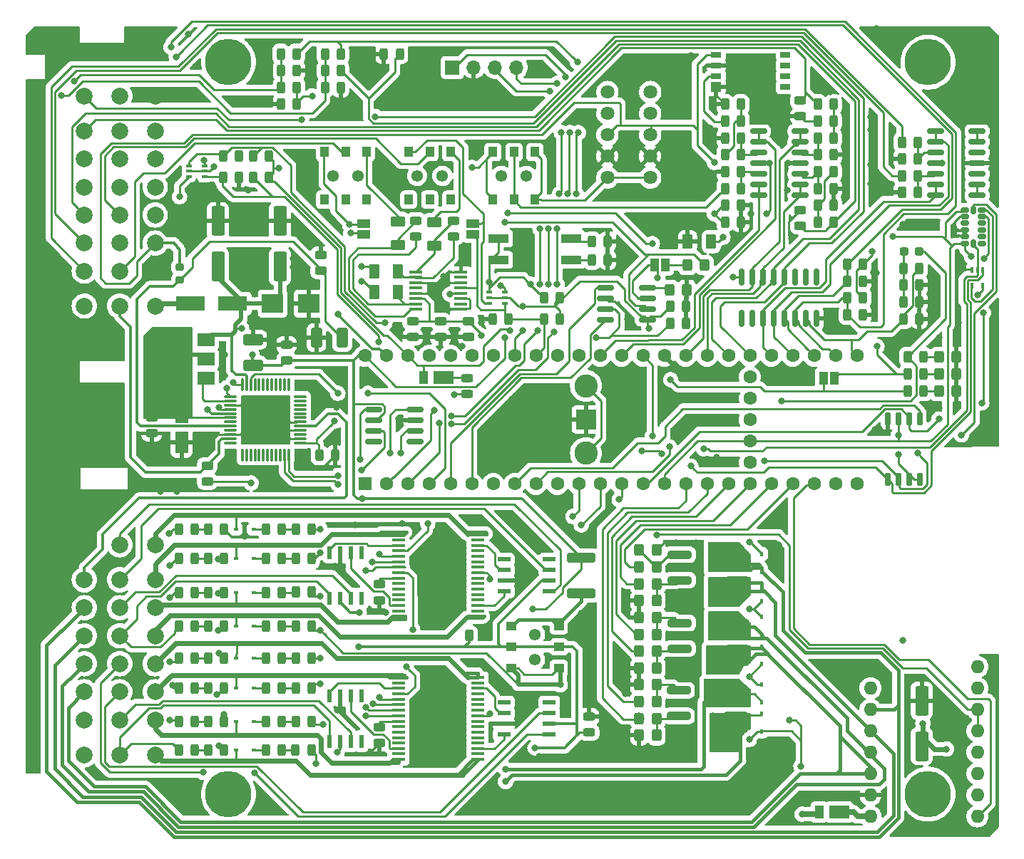
<source format=gtl>
G04 #@! TF.GenerationSoftware,KiCad,Pcbnew,7.0.5-0*
G04 #@! TF.CreationDate,2023-07-24T16:11:42+10:00*
G04 #@! TF.ProjectId,DropBear,44726f70-4265-4617-922e-6b696361645f,rev?*
G04 #@! TF.SameCoordinates,Original*
G04 #@! TF.FileFunction,Copper,L1,Top*
G04 #@! TF.FilePolarity,Positive*
%FSLAX46Y46*%
G04 Gerber Fmt 4.6, Leading zero omitted, Abs format (unit mm)*
G04 Created by KiCad (PCBNEW 7.0.5-0) date 2023-07-24 16:11:42*
%MOMM*%
%LPD*%
G01*
G04 APERTURE LIST*
G04 Aperture macros list*
%AMRoundRect*
0 Rectangle with rounded corners*
0 $1 Rounding radius*
0 $2 $3 $4 $5 $6 $7 $8 $9 X,Y pos of 4 corners*
0 Add a 4 corners polygon primitive as box body*
4,1,4,$2,$3,$4,$5,$6,$7,$8,$9,$2,$3,0*
0 Add four circle primitives for the rounded corners*
1,1,$1+$1,$2,$3*
1,1,$1+$1,$4,$5*
1,1,$1+$1,$6,$7*
1,1,$1+$1,$8,$9*
0 Add four rect primitives between the rounded corners*
20,1,$1+$1,$2,$3,$4,$5,0*
20,1,$1+$1,$4,$5,$6,$7,0*
20,1,$1+$1,$6,$7,$8,$9,0*
20,1,$1+$1,$8,$9,$2,$3,0*%
G04 Aperture macros list end*
G04 #@! TA.AperFunction,SMDPad,CuDef*
%ADD10RoundRect,0.243750X-0.243750X-0.456250X0.243750X-0.456250X0.243750X0.456250X-0.243750X0.456250X0*%
G04 #@! TD*
G04 #@! TA.AperFunction,SMDPad,CuDef*
%ADD11R,0.600000X1.550000*%
G04 #@! TD*
G04 #@! TA.AperFunction,SMDPad,CuDef*
%ADD12R,1.550000X0.600000*%
G04 #@! TD*
G04 #@! TA.AperFunction,SMDPad,CuDef*
%ADD13RoundRect,0.243750X-0.456250X0.243750X-0.456250X-0.243750X0.456250X-0.243750X0.456250X0.243750X0*%
G04 #@! TD*
G04 #@! TA.AperFunction,SMDPad,CuDef*
%ADD14R,1.600200X0.431800*%
G04 #@! TD*
G04 #@! TA.AperFunction,SMDPad,CuDef*
%ADD15R,4.953000X4.953000*%
G04 #@! TD*
G04 #@! TA.AperFunction,SMDPad,CuDef*
%ADD16RoundRect,0.243750X0.456250X-0.243750X0.456250X0.243750X-0.456250X0.243750X-0.456250X-0.243750X0*%
G04 #@! TD*
G04 #@! TA.AperFunction,SMDPad,CuDef*
%ADD17RoundRect,0.243750X0.243750X0.456250X-0.243750X0.456250X-0.243750X-0.456250X0.243750X-0.456250X0*%
G04 #@! TD*
G04 #@! TA.AperFunction,SMDPad,CuDef*
%ADD18RoundRect,0.249999X-0.325001X-0.450001X0.325001X-0.450001X0.325001X0.450001X-0.325001X0.450001X0*%
G04 #@! TD*
G04 #@! TA.AperFunction,SMDPad,CuDef*
%ADD19RoundRect,0.249999X0.325001X0.450001X-0.325001X0.450001X-0.325001X-0.450001X0.325001X-0.450001X0*%
G04 #@! TD*
G04 #@! TA.AperFunction,SMDPad,CuDef*
%ADD20R,0.450000X0.600000*%
G04 #@! TD*
G04 #@! TA.AperFunction,SMDPad,CuDef*
%ADD21RoundRect,0.249999X0.925001X-0.412501X0.925001X0.412501X-0.925001X0.412501X-0.925001X-0.412501X0*%
G04 #@! TD*
G04 #@! TA.AperFunction,SMDPad,CuDef*
%ADD22RoundRect,0.249999X0.412501X0.925001X-0.412501X0.925001X-0.412501X-0.925001X0.412501X-0.925001X0*%
G04 #@! TD*
G04 #@! TA.AperFunction,SMDPad,CuDef*
%ADD23RoundRect,0.150000X-0.825000X-0.150000X0.825000X-0.150000X0.825000X0.150000X-0.825000X0.150000X0*%
G04 #@! TD*
G04 #@! TA.AperFunction,SMDPad,CuDef*
%ADD24RoundRect,0.150000X0.150000X-0.825000X0.150000X0.825000X-0.150000X0.825000X-0.150000X-0.825000X0*%
G04 #@! TD*
G04 #@! TA.AperFunction,SMDPad,CuDef*
%ADD25R,1.000000X1.150000*%
G04 #@! TD*
G04 #@! TA.AperFunction,ComponentPad*
%ADD26C,1.381000*%
G04 #@! TD*
G04 #@! TA.AperFunction,SMDPad,CuDef*
%ADD27RoundRect,0.249999X1.450001X-0.312501X1.450001X0.312501X-1.450001X0.312501X-1.450001X-0.312501X0*%
G04 #@! TD*
G04 #@! TA.AperFunction,SMDPad,CuDef*
%ADD28R,0.650000X0.400000*%
G04 #@! TD*
G04 #@! TA.AperFunction,SMDPad,CuDef*
%ADD29RoundRect,0.250000X-0.375000X-0.625000X0.375000X-0.625000X0.375000X0.625000X-0.375000X0.625000X0*%
G04 #@! TD*
G04 #@! TA.AperFunction,SMDPad,CuDef*
%ADD30RoundRect,0.237500X-0.287500X-0.237500X0.287500X-0.237500X0.287500X0.237500X-0.287500X0.237500X0*%
G04 #@! TD*
G04 #@! TA.AperFunction,SMDPad,CuDef*
%ADD31R,0.600000X0.450000*%
G04 #@! TD*
G04 #@! TA.AperFunction,SMDPad,CuDef*
%ADD32RoundRect,0.075000X-0.075000X0.662500X-0.075000X-0.662500X0.075000X-0.662500X0.075000X0.662500X0*%
G04 #@! TD*
G04 #@! TA.AperFunction,SMDPad,CuDef*
%ADD33RoundRect,0.075000X-0.662500X0.075000X-0.662500X-0.075000X0.662500X-0.075000X0.662500X0.075000X0*%
G04 #@! TD*
G04 #@! TA.AperFunction,ComponentPad*
%ADD34C,0.500000*%
G04 #@! TD*
G04 #@! TA.AperFunction,SMDPad,CuDef*
%ADD35RoundRect,0.248400X-1.551600X1.551600X-1.551600X-1.551600X1.551600X-1.551600X1.551600X1.551600X0*%
G04 #@! TD*
G04 #@! TA.AperFunction,SMDPad,CuDef*
%ADD36R,1.600000X0.410000*%
G04 #@! TD*
G04 #@! TA.AperFunction,SMDPad,CuDef*
%ADD37RoundRect,0.218750X0.256250X-0.218750X0.256250X0.218750X-0.256250X0.218750X-0.256250X-0.218750X0*%
G04 #@! TD*
G04 #@! TA.AperFunction,SMDPad,CuDef*
%ADD38R,2.000000X1.500000*%
G04 #@! TD*
G04 #@! TA.AperFunction,SMDPad,CuDef*
%ADD39R,2.000000X3.800000*%
G04 #@! TD*
G04 #@! TA.AperFunction,SMDPad,CuDef*
%ADD40RoundRect,0.250000X0.550000X-1.500000X0.550000X1.500000X-0.550000X1.500000X-0.550000X-1.500000X0*%
G04 #@! TD*
G04 #@! TA.AperFunction,SMDPad,CuDef*
%ADD41R,2.400000X1.500000*%
G04 #@! TD*
G04 #@! TA.AperFunction,SMDPad,CuDef*
%ADD42R,1.050000X1.500000*%
G04 #@! TD*
G04 #@! TA.AperFunction,SMDPad,CuDef*
%ADD43RoundRect,0.150000X-0.325000X-0.150000X0.325000X-0.150000X0.325000X0.150000X-0.325000X0.150000X0*%
G04 #@! TD*
G04 #@! TA.AperFunction,SMDPad,CuDef*
%ADD44RoundRect,0.150000X-0.150000X-0.325000X0.150000X-0.325000X0.150000X0.325000X-0.150000X0.325000X0*%
G04 #@! TD*
G04 #@! TA.AperFunction,SMDPad,CuDef*
%ADD45R,0.400000X0.650000*%
G04 #@! TD*
G04 #@! TA.AperFunction,SMDPad,CuDef*
%ADD46R,2.500000X2.300000*%
G04 #@! TD*
G04 #@! TA.AperFunction,SMDPad,CuDef*
%ADD47R,1.200000X0.800000*%
G04 #@! TD*
G04 #@! TA.AperFunction,SMDPad,CuDef*
%ADD48R,1.200000X1.200000*%
G04 #@! TD*
G04 #@! TA.AperFunction,ComponentPad*
%ADD49C,1.635000*%
G04 #@! TD*
G04 #@! TA.AperFunction,SMDPad,CuDef*
%ADD50RoundRect,0.250000X-0.550000X1.050000X-0.550000X-1.050000X0.550000X-1.050000X0.550000X1.050000X0*%
G04 #@! TD*
G04 #@! TA.AperFunction,SMDPad,CuDef*
%ADD51R,3.500000X1.800000*%
G04 #@! TD*
G04 #@! TA.AperFunction,SMDPad,CuDef*
%ADD52R,2.440000X1.120000*%
G04 #@! TD*
G04 #@! TA.AperFunction,SMDPad,CuDef*
%ADD53RoundRect,0.150000X0.825000X0.150000X-0.825000X0.150000X-0.825000X-0.150000X0.825000X-0.150000X0*%
G04 #@! TD*
G04 #@! TA.AperFunction,ComponentPad*
%ADD54C,2.000000*%
G04 #@! TD*
G04 #@! TA.AperFunction,ComponentPad*
%ADD55R,1.600000X1.600000*%
G04 #@! TD*
G04 #@! TA.AperFunction,ComponentPad*
%ADD56O,1.600000X1.600000*%
G04 #@! TD*
G04 #@! TA.AperFunction,SMDPad,CuDef*
%ADD57RoundRect,0.150000X-0.150000X0.650000X-0.150000X-0.650000X0.150000X-0.650000X0.150000X0.650000X0*%
G04 #@! TD*
G04 #@! TA.AperFunction,ComponentPad*
%ADD58C,5.500000*%
G04 #@! TD*
G04 #@! TA.AperFunction,ComponentPad*
%ADD59C,1.600000*%
G04 #@! TD*
G04 #@! TA.AperFunction,ComponentPad*
%ADD60C,2.775000*%
G04 #@! TD*
G04 #@! TA.AperFunction,SMDPad,CuDef*
%ADD61R,2.360000X2.360000*%
G04 #@! TD*
G04 #@! TA.AperFunction,SMDPad,CuDef*
%ADD62RoundRect,0.250000X-0.625000X0.375000X-0.625000X-0.375000X0.625000X-0.375000X0.625000X0.375000X0*%
G04 #@! TD*
G04 #@! TA.AperFunction,SMDPad,CuDef*
%ADD63R,1.000000X1.500000*%
G04 #@! TD*
G04 #@! TA.AperFunction,SMDPad,CuDef*
%ADD64R,1.500000X1.000000*%
G04 #@! TD*
G04 #@! TA.AperFunction,SMDPad,CuDef*
%ADD65R,1.150000X1.000000*%
G04 #@! TD*
G04 #@! TA.AperFunction,SMDPad,CuDef*
%ADD66RoundRect,0.237500X-1.162500X-0.237500X1.162500X-0.237500X1.162500X0.237500X-1.162500X0.237500X0*%
G04 #@! TD*
G04 #@! TA.AperFunction,ComponentPad*
%ADD67R,1.700000X1.700000*%
G04 #@! TD*
G04 #@! TA.AperFunction,ComponentPad*
%ADD68O,1.700000X1.700000*%
G04 #@! TD*
G04 #@! TA.AperFunction,ViaPad*
%ADD69C,0.800000*%
G04 #@! TD*
G04 #@! TA.AperFunction,Conductor*
%ADD70C,0.600000*%
G04 #@! TD*
G04 #@! TA.AperFunction,Conductor*
%ADD71C,0.250000*%
G04 #@! TD*
G04 #@! TA.AperFunction,Conductor*
%ADD72C,0.400000*%
G04 #@! TD*
G04 #@! TA.AperFunction,Conductor*
%ADD73C,0.700000*%
G04 #@! TD*
G04 #@! TA.AperFunction,Conductor*
%ADD74C,0.500000*%
G04 #@! TD*
G04 #@! TA.AperFunction,Conductor*
%ADD75C,0.350000*%
G04 #@! TD*
G04 #@! TA.AperFunction,Conductor*
%ADD76C,0.380000*%
G04 #@! TD*
G04 #@! TA.AperFunction,Conductor*
%ADD77C,0.300000*%
G04 #@! TD*
G04 APERTURE END LIST*
D10*
X187562500Y-93500000D03*
X189437500Y-93500000D03*
X187562500Y-89500000D03*
X189437500Y-89500000D03*
X187562500Y-86000000D03*
X189437500Y-86000000D03*
D11*
X198905000Y-88800000D03*
X197635000Y-88800000D03*
X196365000Y-88800000D03*
X195095000Y-88800000D03*
X195095000Y-94200000D03*
X196365000Y-94200000D03*
X197635000Y-94200000D03*
X198905000Y-94200000D03*
D12*
X215800000Y-89595000D03*
X215800000Y-90865000D03*
X215800000Y-92135000D03*
X215800000Y-93405000D03*
X221200000Y-93405000D03*
X221200000Y-92135000D03*
X221200000Y-90865000D03*
X221200000Y-89595000D03*
D10*
X191062500Y-112268000D03*
X192937500Y-112268000D03*
D13*
X201000000Y-109562500D03*
X201000000Y-111437500D03*
D10*
X187562500Y-101349000D03*
X189437500Y-101349000D03*
X187562500Y-112268000D03*
X189437500Y-112268000D03*
X187562500Y-104849000D03*
X189437500Y-104849000D03*
D11*
X198905000Y-105800000D03*
X197635000Y-105800000D03*
X196365000Y-105800000D03*
X195095000Y-105800000D03*
X195095000Y-111200000D03*
X196365000Y-111200000D03*
X197635000Y-111200000D03*
X198905000Y-111200000D03*
D12*
X215800000Y-106595000D03*
X215800000Y-107865000D03*
X215800000Y-109135000D03*
X215800000Y-110405000D03*
X221200000Y-110405000D03*
X221200000Y-109135000D03*
X221200000Y-107865000D03*
X221200000Y-106595000D03*
D14*
X203301000Y-103623200D03*
X203301000Y-104283600D03*
X203301000Y-104918600D03*
X203301000Y-105579000D03*
X203301000Y-106214000D03*
X203301000Y-106874400D03*
X203301000Y-107534800D03*
X203301000Y-108169800D03*
X203301000Y-108830200D03*
X203301000Y-109465200D03*
X203301000Y-110125600D03*
X203301000Y-110786000D03*
X203301000Y-111421000D03*
X203301000Y-112081400D03*
X203301000Y-112716400D03*
X203301000Y-113376800D03*
X212699000Y-113376800D03*
X212699000Y-112716400D03*
X212699000Y-112081400D03*
X212699000Y-111421000D03*
X212699000Y-110786000D03*
X212699000Y-110125600D03*
X212699000Y-109465200D03*
X212699000Y-108830200D03*
X212699000Y-108169800D03*
X212699000Y-107534800D03*
X212699000Y-106874400D03*
X212699000Y-106214000D03*
X212699000Y-105579000D03*
X212699000Y-104918600D03*
X212699000Y-104283600D03*
X212699000Y-103623200D03*
D15*
X208000000Y-108500000D03*
D10*
X187562500Y-108849000D03*
X189437500Y-108849000D03*
D13*
X201000000Y-92562500D03*
X201000000Y-94437500D03*
D10*
X187562500Y-97536000D03*
X189437500Y-97536000D03*
D16*
X251000000Y-49937500D03*
X251000000Y-48062500D03*
D10*
X256562500Y-56500000D03*
X258437500Y-56500000D03*
X253062500Y-47500000D03*
X254937500Y-47500000D03*
D13*
X251000000Y-35062500D03*
X251000000Y-36937500D03*
D10*
X194562500Y-33500000D03*
X196437500Y-33500000D03*
D17*
X254937500Y-37500000D03*
X253062500Y-37500000D03*
X203437500Y-29500000D03*
X201562500Y-29500000D03*
X243937500Y-47500000D03*
X242062500Y-47500000D03*
D10*
X189308500Y-29500000D03*
X191183500Y-29500000D03*
D17*
X196437500Y-31500000D03*
X194562500Y-31500000D03*
X243937500Y-41500000D03*
X242062500Y-41500000D03*
D10*
X253062500Y-43500000D03*
X254937500Y-43500000D03*
X242062500Y-43500000D03*
X243937500Y-43500000D03*
X220562500Y-58500000D03*
X222437500Y-58500000D03*
D18*
X231879000Y-110500000D03*
X233929000Y-110500000D03*
D19*
X233929000Y-104500000D03*
X231879000Y-104500000D03*
D18*
X231879000Y-94500000D03*
X233929000Y-94500000D03*
X231879000Y-88500000D03*
X233929000Y-88500000D03*
D20*
X246444000Y-94550000D03*
X246444000Y-92450000D03*
X246444000Y-104450000D03*
X246444000Y-106550000D03*
X246444000Y-102050000D03*
X246444000Y-99950000D03*
X246444000Y-96450000D03*
X246444000Y-98550000D03*
D18*
X231879000Y-102500000D03*
X233929000Y-102500000D03*
D19*
X233929000Y-96500000D03*
X231879000Y-96500000D03*
D10*
X256562500Y-58500000D03*
X258437500Y-58500000D03*
D16*
X190000000Y-65937500D03*
X190000000Y-64062500D03*
X194056000Y-55293500D03*
X194056000Y-53418500D03*
D21*
X186000000Y-66537500D03*
X186000000Y-63462500D03*
D22*
X196609500Y-63246000D03*
X193534500Y-63246000D03*
D20*
X246444000Y-110050000D03*
X246444000Y-107950000D03*
X246444000Y-88950000D03*
X246444000Y-91050000D03*
D23*
X227900001Y-57270001D03*
X227900001Y-58540001D03*
X227900001Y-59810001D03*
X227900001Y-61080001D03*
X232850001Y-61080001D03*
X232850001Y-59810001D03*
X232850001Y-58540001D03*
X232850001Y-57270001D03*
D10*
X263276500Y-59000000D03*
X265151500Y-59000000D03*
X263276500Y-61000000D03*
X265151500Y-61000000D03*
D17*
X228140500Y-51816000D03*
X226265500Y-51816000D03*
D10*
X214454500Y-61000000D03*
X216329500Y-61000000D03*
D17*
X265151500Y-55000000D03*
X263276500Y-55000000D03*
X258437500Y-54500000D03*
X256562500Y-54500000D03*
D10*
X194562500Y-29500000D03*
X196437500Y-29500000D03*
X253062500Y-39500000D03*
X254937500Y-39500000D03*
D17*
X222437500Y-61000000D03*
X220562500Y-61000000D03*
D24*
X244055000Y-60975000D03*
X245325000Y-60975000D03*
X246595000Y-60975000D03*
X247865000Y-60975000D03*
X249135000Y-60975000D03*
X250405000Y-60975000D03*
X251675000Y-60975000D03*
X252945000Y-60975000D03*
X252945000Y-56025000D03*
X251675000Y-56025000D03*
X250405000Y-56025000D03*
X249135000Y-56025000D03*
X247865000Y-56025000D03*
X246595000Y-56025000D03*
X245325000Y-56025000D03*
X244055000Y-56025000D03*
D25*
X194500000Y-41175000D03*
X197000000Y-41175000D03*
X199500000Y-41175000D03*
X194500000Y-46825000D03*
X197000000Y-46825000D03*
X199500000Y-46825000D03*
D26*
X195500000Y-44000000D03*
X198500000Y-44000000D03*
D10*
X256562500Y-60500000D03*
X258437500Y-60500000D03*
D17*
X243937500Y-49500000D03*
X242062500Y-49500000D03*
D10*
X242062500Y-35500000D03*
X243937500Y-35500000D03*
D17*
X265151500Y-57000000D03*
X263276500Y-57000000D03*
D10*
X253062500Y-49500000D03*
X254937500Y-49500000D03*
D17*
X254937500Y-35500000D03*
X253062500Y-35500000D03*
X191239500Y-33500000D03*
X189364500Y-33500000D03*
D10*
X242062500Y-39500000D03*
X243937500Y-39500000D03*
D17*
X254937500Y-45500000D03*
X253062500Y-45500000D03*
D10*
X242062500Y-37500000D03*
X243937500Y-37500000D03*
D17*
X254937500Y-41500000D03*
X253062500Y-41500000D03*
X264937500Y-40000000D03*
X263062500Y-40000000D03*
D10*
X263062500Y-42000000D03*
X264937500Y-42000000D03*
D17*
X264937500Y-44000000D03*
X263062500Y-44000000D03*
D10*
X263062500Y-46000000D03*
X264937500Y-46000000D03*
D23*
X246025000Y-38690000D03*
X246025000Y-39960000D03*
X246025000Y-41230000D03*
X246025000Y-42500000D03*
X246025000Y-43770000D03*
X246025000Y-45040000D03*
X246025000Y-46310000D03*
X250975000Y-46310000D03*
X250975000Y-45040000D03*
X250975000Y-43770000D03*
X250975000Y-42500000D03*
X250975000Y-41230000D03*
X250975000Y-39960000D03*
X250975000Y-38690000D03*
X267025000Y-38690000D03*
X267025000Y-39960000D03*
X267025000Y-41230000D03*
X267025000Y-42500000D03*
X267025000Y-43770000D03*
X267025000Y-45040000D03*
X267025000Y-46310000D03*
X271975000Y-46310000D03*
X271975000Y-45040000D03*
X271975000Y-43770000D03*
X271975000Y-42500000D03*
X271975000Y-41230000D03*
X271975000Y-39960000D03*
X271975000Y-38690000D03*
D27*
X225000000Y-93637500D03*
X225000000Y-89362500D03*
D13*
X173990000Y-72722500D03*
X173990000Y-74597500D03*
D10*
X226265500Y-53975000D03*
X228140500Y-53975000D03*
D28*
X214050000Y-57850000D03*
X214050000Y-58500000D03*
X214050000Y-59150000D03*
X215950000Y-59150000D03*
X215950000Y-58500000D03*
X215950000Y-57850000D03*
D19*
X237525000Y-57540000D03*
X235475000Y-57540000D03*
D17*
X237437500Y-61500000D03*
X235562500Y-61500000D03*
D10*
X235562500Y-59500000D03*
X237437500Y-59500000D03*
D17*
X243937500Y-45500000D03*
X242062500Y-45500000D03*
D29*
X237614000Y-51816000D03*
X240414000Y-51816000D03*
D10*
X189364500Y-31500000D03*
X191239500Y-31500000D03*
X193880500Y-77216000D03*
X195755500Y-77216000D03*
D30*
X263339000Y-53000000D03*
X265089000Y-53000000D03*
D13*
X180594000Y-78437500D03*
X180594000Y-80312500D03*
D31*
X183989000Y-108849000D03*
X186089000Y-108849000D03*
X183989000Y-93500000D03*
X186089000Y-93500000D03*
X183989000Y-104849000D03*
X186089000Y-104849000D03*
X183989000Y-89500000D03*
X186089000Y-89500000D03*
D32*
X190250000Y-68837500D03*
X189750000Y-68837500D03*
X189250000Y-68837500D03*
X188750000Y-68837500D03*
X188250000Y-68837500D03*
X187750000Y-68837500D03*
X187250000Y-68837500D03*
X186750000Y-68837500D03*
X186250000Y-68837500D03*
X185750000Y-68837500D03*
X185250000Y-68837500D03*
X184750000Y-68837500D03*
D33*
X183337500Y-70250000D03*
X183337500Y-70750000D03*
X183337500Y-71250000D03*
X183337500Y-71750000D03*
X183337500Y-72250000D03*
X183337500Y-72750000D03*
X183337500Y-73250000D03*
X183337500Y-73750000D03*
X183337500Y-74250000D03*
X183337500Y-74750000D03*
X183337500Y-75250000D03*
X183337500Y-75750000D03*
D32*
X184750000Y-77162500D03*
X185250000Y-77162500D03*
X185750000Y-77162500D03*
X186250000Y-77162500D03*
X186750000Y-77162500D03*
X187250000Y-77162500D03*
X187750000Y-77162500D03*
X188250000Y-77162500D03*
X188750000Y-77162500D03*
X189250000Y-77162500D03*
X189750000Y-77162500D03*
X190250000Y-77162500D03*
D33*
X191662500Y-75750000D03*
X191662500Y-75250000D03*
X191662500Y-74750000D03*
X191662500Y-74250000D03*
X191662500Y-73750000D03*
X191662500Y-73250000D03*
X191662500Y-72750000D03*
X191662500Y-72250000D03*
X191662500Y-71750000D03*
X191662500Y-71250000D03*
X191662500Y-70750000D03*
X191662500Y-70250000D03*
D34*
X188500000Y-72000000D03*
X187500000Y-72000000D03*
X186500000Y-72000000D03*
X188500000Y-73000000D03*
X187500000Y-73000000D03*
D35*
X187500000Y-73000000D03*
D34*
X186500000Y-73000000D03*
X188500000Y-74000000D03*
X187500000Y-74000000D03*
X186500000Y-74000000D03*
D17*
X191239500Y-35500000D03*
X189364500Y-35500000D03*
D13*
X205359000Y-49354500D03*
X205359000Y-51229500D03*
D16*
X209804000Y-51229500D03*
X209804000Y-49354500D03*
D13*
X208280000Y-61292500D03*
X208280000Y-63167500D03*
X204978000Y-61292500D03*
X204978000Y-63167500D03*
X211582000Y-61292500D03*
X211582000Y-63167500D03*
D36*
X210680300Y-59880500D03*
X210680300Y-59245500D03*
X210680300Y-58610500D03*
X210680300Y-57975500D03*
X210680300Y-57340500D03*
X210680300Y-56705500D03*
X210680300Y-56070500D03*
X210680300Y-55435500D03*
X205371700Y-55435500D03*
X205371700Y-56070500D03*
X205371700Y-56705500D03*
X205371700Y-57340500D03*
X205371700Y-57975500D03*
X205371700Y-58610500D03*
X205371700Y-59245500D03*
X205371700Y-59880500D03*
D17*
X184325500Y-44196000D03*
X182450500Y-44196000D03*
X184325500Y-41656000D03*
X182450500Y-41656000D03*
D10*
X186006500Y-44196000D03*
X187881500Y-44196000D03*
X186006500Y-41656000D03*
X187881500Y-41656000D03*
D28*
X180274000Y-44084000D03*
X180274000Y-43434000D03*
X180274000Y-42784000D03*
X178374000Y-42784000D03*
X178374000Y-43434000D03*
X178374000Y-44084000D03*
D37*
X177292000Y-56413500D03*
X177292000Y-54838500D03*
D38*
X180442000Y-68086000D03*
X180442000Y-65786000D03*
D39*
X174142000Y-65786000D03*
D38*
X180442000Y-63486000D03*
D17*
X192961500Y-108839000D03*
X191086500Y-108839000D03*
X192961500Y-93472000D03*
X191086500Y-93472000D03*
X192961500Y-104849000D03*
X191086500Y-104849000D03*
X192961500Y-89500000D03*
X191086500Y-89500000D03*
D10*
X191086500Y-97536000D03*
X192961500Y-97536000D03*
X191086500Y-101349000D03*
X192961500Y-101349000D03*
X191086500Y-86000000D03*
X192961500Y-86000000D03*
D40*
X265430000Y-111793000D03*
X265430000Y-106393000D03*
D41*
X255612000Y-119634000D03*
D42*
X253237000Y-119634000D03*
D43*
X270526000Y-48038000D03*
X270526000Y-48838000D03*
X270526000Y-49638000D03*
X270526000Y-50438000D03*
X270526000Y-51238000D03*
X270526000Y-52038000D03*
D44*
X271526000Y-52038000D03*
D43*
X272526000Y-52038000D03*
X272526000Y-51238000D03*
X272526000Y-50438000D03*
X272526000Y-49638000D03*
X272526000Y-48838000D03*
X272526000Y-48038000D03*
D44*
X271526000Y-48038000D03*
D45*
X272684000Y-55184000D03*
X272034000Y-55184000D03*
X271384000Y-55184000D03*
X271384000Y-57084000D03*
X272684000Y-57084000D03*
D46*
X188350000Y-59182000D03*
X192650000Y-59182000D03*
D47*
X249225000Y-33401000D03*
X249225000Y-32131000D03*
X249225000Y-30861000D03*
X249225000Y-29591000D03*
X241025000Y-29591000D03*
X241025000Y-30861000D03*
X241025000Y-32131000D03*
D48*
X241025000Y-33401000D03*
D49*
X233172000Y-44196000D03*
X233172000Y-41656000D03*
X233172000Y-39116000D03*
X233172000Y-36576000D03*
X233172000Y-34036000D03*
X228092000Y-44196000D03*
X228092000Y-41656000D03*
X228092000Y-39116000D03*
X228092000Y-36576000D03*
X228092000Y-34036000D03*
D50*
X177546000Y-72114000D03*
X177546000Y-75714000D03*
D19*
X269503000Y-65532000D03*
X267453000Y-65532000D03*
X269503000Y-69592001D03*
X267453000Y-69592001D03*
X269503000Y-67564000D03*
X267453000Y-67564000D03*
D10*
X263730500Y-65532000D03*
X265605500Y-65532000D03*
X263730500Y-69596000D03*
X265605500Y-69596000D03*
X263730500Y-67564000D03*
X265605500Y-67564000D03*
D40*
X189230000Y-54770000D03*
X189230000Y-49370000D03*
X181864000Y-54770000D03*
X181864000Y-49370000D03*
D51*
X183602000Y-59182000D03*
X178602000Y-59182000D03*
D19*
X233929000Y-98500000D03*
X231879000Y-98500000D03*
X233929000Y-100500000D03*
X231879000Y-100500000D03*
X233929000Y-90500000D03*
X231879000Y-90500000D03*
X233929000Y-92500000D03*
X231879000Y-92500000D03*
X233929000Y-106500000D03*
X231879000Y-106500000D03*
X233929000Y-108500000D03*
X231879000Y-108500000D03*
D14*
X203301000Y-86623200D03*
X203301000Y-87283600D03*
X203301000Y-87918600D03*
X203301000Y-88579000D03*
X203301000Y-89214000D03*
X203301000Y-89874400D03*
X203301000Y-90534800D03*
X203301000Y-91169800D03*
X203301000Y-91830200D03*
X203301000Y-92465200D03*
X203301000Y-93125600D03*
X203301000Y-93786000D03*
X203301000Y-94421000D03*
X203301000Y-95081400D03*
X203301000Y-95716400D03*
X203301000Y-96376800D03*
X212699000Y-96376800D03*
X212699000Y-95716400D03*
X212699000Y-95081400D03*
X212699000Y-94421000D03*
X212699000Y-93786000D03*
X212699000Y-93125600D03*
X212699000Y-92465200D03*
X212699000Y-91830200D03*
X212699000Y-91169800D03*
X212699000Y-90534800D03*
X212699000Y-89874400D03*
X212699000Y-89214000D03*
X212699000Y-88579000D03*
X212699000Y-87918600D03*
X212699000Y-87283600D03*
X212699000Y-86623200D03*
D15*
X208000000Y-91500000D03*
D52*
X223761000Y-53975000D03*
X223761000Y-51435000D03*
X215151000Y-51435000D03*
X215151000Y-53975000D03*
D53*
X205294000Y-75565000D03*
X205294000Y-74295000D03*
X205294000Y-73025000D03*
X205294000Y-71755000D03*
X200344000Y-71755000D03*
X200344000Y-73025000D03*
X200344000Y-74295000D03*
X200344000Y-75565000D03*
D16*
X225933000Y-110157500D03*
X225933000Y-108282500D03*
D10*
X211679501Y-98638001D03*
X213554501Y-98638001D03*
D54*
X174396000Y-112805000D03*
X174396000Y-108655000D03*
X174396000Y-105325000D03*
X174396000Y-101995000D03*
X174396000Y-98665000D03*
X174396000Y-95335000D03*
X174396000Y-92005000D03*
X174396000Y-87855000D03*
X170196000Y-112805000D03*
X170196000Y-108655000D03*
X170196000Y-105325000D03*
X170196000Y-101995000D03*
X170196000Y-98665000D03*
X170196000Y-95335000D03*
X170196000Y-92005000D03*
X170196000Y-87855000D03*
X165996000Y-112805000D03*
X165996000Y-108655000D03*
X165996000Y-105325000D03*
X165996000Y-101995000D03*
X165996000Y-98665000D03*
X165996000Y-95335000D03*
X165996000Y-92005000D03*
X165996000Y-87855000D03*
X174396000Y-59465000D03*
X174396000Y-55315000D03*
X174396000Y-51985000D03*
X174396000Y-48655000D03*
X174396000Y-45325000D03*
X174396000Y-41995000D03*
X174396000Y-38665000D03*
X174396000Y-34515000D03*
X170196000Y-59465000D03*
X170196000Y-55315000D03*
X170196000Y-51985000D03*
X170196000Y-48655000D03*
X170196000Y-45325000D03*
X170196000Y-41995000D03*
X170196000Y-38665000D03*
X170196000Y-34515000D03*
X165996000Y-59465000D03*
X165996000Y-55315000D03*
X165996000Y-51985000D03*
X165996000Y-48655000D03*
X165996000Y-45325000D03*
X165996000Y-41995000D03*
X165996000Y-38665000D03*
X165996000Y-34515000D03*
D25*
X204500000Y-41175000D03*
X207000000Y-41175000D03*
X209500000Y-41175000D03*
X204500000Y-46825000D03*
X207000000Y-46825000D03*
X209500000Y-46825000D03*
D26*
X205500000Y-44000000D03*
X208500000Y-44000000D03*
D31*
X183989000Y-86000000D03*
X186089000Y-86000000D03*
D17*
X182547500Y-86000000D03*
X180672500Y-86000000D03*
X179118500Y-85979000D03*
X177243500Y-85979000D03*
X182547500Y-112268000D03*
X180672500Y-112268000D03*
X182547500Y-108849000D03*
X180672500Y-108849000D03*
X182547500Y-97500000D03*
X180672500Y-97500000D03*
X182547500Y-93500000D03*
X180672500Y-93500000D03*
X182547500Y-104849000D03*
X180672500Y-104849000D03*
X182547500Y-101346000D03*
X180672500Y-101346000D03*
X182547500Y-89500000D03*
X180672500Y-89500000D03*
X179118500Y-112268000D03*
X177243500Y-112268000D03*
X179118500Y-108849000D03*
X177243500Y-108849000D03*
X179118500Y-93500000D03*
X177243500Y-93500000D03*
X179118500Y-104849000D03*
X177243500Y-104849000D03*
X179118500Y-101349000D03*
X177243500Y-101349000D03*
X179118500Y-89500000D03*
X177243500Y-89500000D03*
D31*
X183989000Y-97500000D03*
X186089000Y-97500000D03*
D17*
X179118500Y-97500000D03*
X177243500Y-97500000D03*
D55*
X259334000Y-102362000D03*
D56*
X259334000Y-104902000D03*
X259334000Y-107442000D03*
X259334000Y-109982000D03*
X259334000Y-112522000D03*
X259334000Y-115062000D03*
X259334000Y-117602000D03*
X259334000Y-120142000D03*
X272034000Y-120142000D03*
X272034000Y-117602000D03*
X272034000Y-115062000D03*
X272034000Y-112522000D03*
X272034000Y-109982000D03*
X272034000Y-107442000D03*
X272034000Y-104902000D03*
X272034000Y-102362000D03*
D57*
X265176000Y-72854000D03*
X263906000Y-72854000D03*
X262636000Y-72854000D03*
X261366000Y-72854000D03*
X261366000Y-80054000D03*
X262636000Y-80054000D03*
X263906000Y-80054000D03*
X265176000Y-80054000D03*
D58*
X266160000Y-117500000D03*
X266160000Y-30500000D03*
X183102000Y-30480000D03*
X183102000Y-117500000D03*
D31*
X183989000Y-112268000D03*
X186089000Y-112268000D03*
X183989000Y-101349000D03*
X186089000Y-101349000D03*
D55*
X199290000Y-80620000D03*
D59*
X201830000Y-80620000D03*
X204370000Y-80620000D03*
X206910000Y-80620000D03*
X209450000Y-80620000D03*
X211990000Y-80620000D03*
X214530000Y-80620000D03*
X217070000Y-80620000D03*
X219610000Y-80620000D03*
X222150000Y-80620000D03*
X224690000Y-80620000D03*
X227230000Y-80620000D03*
X229770000Y-80620000D03*
X232310000Y-80620000D03*
X234850000Y-80620000D03*
X237390000Y-80620000D03*
X239930000Y-80620000D03*
X242470000Y-80620000D03*
X245010000Y-80620000D03*
X247550000Y-80620000D03*
X250090000Y-80620000D03*
X252630000Y-80620000D03*
X255170000Y-80620000D03*
X257710000Y-80620000D03*
X245010000Y-78080000D03*
X245010000Y-75540000D03*
X245010000Y-73000000D03*
X245010000Y-70460000D03*
X245010000Y-67920000D03*
X257710000Y-65380000D03*
X255170000Y-65380000D03*
X252630000Y-65380000D03*
X250090000Y-65380000D03*
X247550000Y-65380000D03*
X245010000Y-65380000D03*
X242470000Y-65380000D03*
X239930000Y-65380000D03*
X237390000Y-65380000D03*
X234850000Y-65380000D03*
X232310000Y-65380000D03*
X229770000Y-65380000D03*
X227230000Y-65380000D03*
X224690000Y-65380000D03*
X222150000Y-65380000D03*
X219610000Y-65380000D03*
X217070000Y-65380000D03*
X214530000Y-65380000D03*
X211990000Y-65380000D03*
X209450000Y-65380000D03*
X206910000Y-65380000D03*
X204370000Y-65380000D03*
X201830000Y-65380000D03*
X199290000Y-65380000D03*
D60*
X225552000Y-76962000D03*
X225552000Y-68962000D03*
D61*
X225552000Y-72962000D03*
D41*
X208622000Y-67945000D03*
D42*
X206247000Y-67945000D03*
D16*
X211455000Y-69898500D03*
X211455000Y-68023500D03*
D62*
X203200000Y-49400000D03*
X203200000Y-52200000D03*
D29*
X200403000Y-57785000D03*
X203203000Y-57785000D03*
X200403000Y-55372000D03*
X203203000Y-55372000D03*
D62*
X207518000Y-49527000D03*
X207518000Y-52327000D03*
D63*
X233665000Y-54610000D03*
X234965000Y-54610000D03*
D19*
X239658000Y-54610000D03*
X237608000Y-54610000D03*
D64*
X199136000Y-49642000D03*
X199136000Y-50942000D03*
X212090000Y-50942000D03*
X212090000Y-49642000D03*
D25*
X214500000Y-41175000D03*
X217000000Y-41175000D03*
X219500000Y-41175000D03*
X214500000Y-46825000D03*
X217000000Y-46825000D03*
X219500000Y-46825000D03*
D26*
X215500000Y-44000000D03*
X218500000Y-44000000D03*
D65*
X216675000Y-102500000D03*
X216675000Y-100000000D03*
X216675000Y-97500000D03*
X222325000Y-102500000D03*
X222325000Y-100000000D03*
X222325000Y-97500000D03*
D26*
X219500000Y-101500000D03*
X219500000Y-98500000D03*
D66*
X236693000Y-89027000D03*
X236693000Y-90547000D03*
X236693000Y-92067000D03*
X236693000Y-93587000D03*
X243493000Y-93587000D03*
X243493000Y-92067000D03*
X243493000Y-90547000D03*
X243493000Y-89027000D03*
X236693000Y-97155000D03*
X236693000Y-98675000D03*
X236693000Y-100195000D03*
X236693000Y-101715000D03*
X243493000Y-101715000D03*
X243493000Y-100195000D03*
X243493000Y-98675000D03*
X243493000Y-97155000D03*
X236566000Y-105156000D03*
X236566000Y-106676000D03*
X236566000Y-108196000D03*
X236566000Y-109716000D03*
X243366000Y-109716000D03*
X243366000Y-108196000D03*
X243366000Y-106676000D03*
X243366000Y-105156000D03*
D63*
X253731000Y-68072000D03*
X255031000Y-68072000D03*
D67*
X209677000Y-31115000D03*
D68*
X212217000Y-31115000D03*
X214757000Y-31115000D03*
X217297000Y-31115000D03*
D69*
X263144000Y-99187000D03*
X194310000Y-109220004D03*
X194000000Y-88784010D03*
X194000000Y-104394000D03*
X194000000Y-94000000D03*
X222500000Y-104500000D03*
X193499647Y-113859033D03*
X194000000Y-98000000D03*
X244944000Y-111000000D03*
X185801000Y-80518014D03*
X248793000Y-70773652D03*
X251206000Y-119888000D03*
X244944000Y-103500000D03*
X244944000Y-95500000D03*
X194000000Y-86000000D03*
X244983000Y-87503000D03*
X251079000Y-114173000D03*
X249682000Y-108712000D03*
X194000000Y-101346004D03*
X201803000Y-95885000D03*
X206500000Y-93603000D03*
X209500000Y-93603000D03*
X208026000Y-93599000D03*
X208026000Y-92202000D03*
X206500000Y-92206000D03*
X209500000Y-92206000D03*
X208026000Y-90805000D03*
X209500000Y-90809000D03*
X206500000Y-90809000D03*
X206500000Y-89412000D03*
X208026000Y-89408000D03*
X209500000Y-89412000D03*
X206500000Y-112018000D03*
X209500000Y-112018000D03*
X209500000Y-105018000D03*
X206500000Y-105018000D03*
X208026000Y-105029000D03*
X208026000Y-112014000D03*
X208026000Y-110617000D03*
X206500000Y-110621000D03*
X209500000Y-110621000D03*
X209500000Y-106430000D03*
X206500000Y-106430000D03*
X208026000Y-106426000D03*
X208026000Y-109220000D03*
X209500000Y-109224000D03*
X206500000Y-107827000D03*
X208026000Y-107823000D03*
X206500000Y-109224000D03*
X209500000Y-107827000D03*
X168402000Y-74295000D03*
X167386000Y-74295000D03*
X166370000Y-74295000D03*
X165354000Y-74295000D03*
X167386000Y-73152000D03*
X168402000Y-73152000D03*
X165354000Y-73152000D03*
X166370000Y-73152000D03*
X166370000Y-72009000D03*
X165354000Y-72009000D03*
X167386000Y-72009000D03*
X168402000Y-72009000D03*
X259334000Y-38481000D03*
X259334000Y-36957000D03*
X160782000Y-74295000D03*
X160782000Y-73152000D03*
X160782000Y-72009000D03*
X167386000Y-29718000D03*
X233172000Y-116713000D03*
X234315000Y-116713000D03*
X236601000Y-116713000D03*
X237744000Y-116713000D03*
X235458000Y-116713000D03*
X230124000Y-95504000D03*
X235966000Y-95250000D03*
X237490000Y-95250000D03*
X235966000Y-103378000D03*
X237363000Y-103378000D03*
X237744000Y-111379000D03*
X238760000Y-103378000D03*
X185674000Y-50038000D03*
X206500000Y-88000000D03*
X220000000Y-113000000D03*
X174000000Y-76500000D03*
X237744000Y-49530000D03*
X209500000Y-95000000D03*
X246000000Y-113000000D03*
X238760000Y-56134000D03*
X273000000Y-27000000D03*
X212090000Y-34290000D03*
X241554000Y-70231000D03*
X245110000Y-48514000D03*
X230500000Y-61000000D03*
X190754000Y-54864000D03*
X259500000Y-47000000D03*
X230251000Y-103378000D03*
X236728000Y-112776000D03*
X159893000Y-113919000D03*
X196000000Y-107500000D03*
X213106000Y-61468000D03*
X182547500Y-107998498D03*
X181991000Y-111760000D03*
X209500000Y-88000000D03*
X201000000Y-31500000D03*
X175000000Y-81492000D03*
X220000000Y-117000000D03*
X185039000Y-86868000D03*
X255000000Y-61000000D03*
X268224000Y-109728000D03*
X186182000Y-58039000D03*
X159893000Y-112522000D03*
X260000000Y-26500000D03*
X213360000Y-77597000D03*
X165354000Y-62230000D03*
X213360000Y-78867000D03*
X208602160Y-55948160D03*
X210820000Y-64262000D03*
X193040000Y-33020000D03*
X181864000Y-98044002D03*
X237998000Y-29718000D03*
X218567000Y-52832000D03*
X225000000Y-96000000D03*
X230632000Y-36576000D03*
X242062000Y-53086000D03*
X269748000Y-61468000D03*
X177546000Y-51054000D03*
X186690000Y-119634000D03*
X216789000Y-70485000D03*
X219075000Y-72771000D03*
X208518670Y-59195044D03*
X191770000Y-54864000D03*
X180340000Y-45720000D03*
X179070000Y-49530000D03*
X234950000Y-71247000D03*
X168402000Y-62230000D03*
X203708000Y-85344000D03*
X247650000Y-84582000D03*
X219075000Y-70485000D03*
X229870000Y-52832000D03*
X183388000Y-77724000D03*
X262000000Y-38500000D03*
X230886000Y-116713000D03*
X185420000Y-45720000D03*
X250000000Y-51500000D03*
X160782000Y-75438000D03*
X208026000Y-94996000D03*
X167386000Y-75438000D03*
X267462000Y-71628000D03*
X235839000Y-111379000D03*
X230378000Y-67818000D03*
X238887000Y-95250000D03*
X254500000Y-34000000D03*
X268097000Y-107442000D03*
X198120000Y-85471000D03*
X195961000Y-71501000D03*
X261493000Y-104775000D03*
X185674000Y-53848000D03*
X191770000Y-62992000D03*
X181991000Y-100711000D03*
X196000000Y-90500000D03*
X273812000Y-70104000D03*
X159893000Y-109474000D03*
X188468000Y-119634000D03*
X250698000Y-67945000D03*
X226060000Y-87884000D03*
X192278000Y-77470000D03*
X193040000Y-29972000D03*
X190246000Y-61976000D03*
X179070000Y-116713000D03*
X177000000Y-81492000D03*
X238633000Y-87630000D03*
X198000000Y-34500000D03*
X269240000Y-50546000D03*
X241046000Y-77470000D03*
X202057000Y-44196000D03*
X241554000Y-73025000D03*
X231648000Y-49530000D03*
X204978000Y-31496000D03*
X206500000Y-95000000D03*
X187706000Y-30480000D03*
X259334000Y-44958000D03*
X229616000Y-55499000D03*
X200000000Y-112500000D03*
X200025000Y-68199000D03*
X236474000Y-74549000D03*
X187198000Y-80264000D03*
X180500000Y-76500000D03*
X267462000Y-63246000D03*
X243840000Y-51054000D03*
X260000000Y-55500000D03*
X249428000Y-45720000D03*
X229362000Y-67818000D03*
X218500000Y-91500000D03*
X168402000Y-75438000D03*
X179197000Y-30988000D03*
X190754000Y-53848000D03*
X230251000Y-105537000D03*
X208026000Y-88011000D03*
X266700000Y-59944000D03*
X240284000Y-38354000D03*
X216789000Y-72771000D03*
X166370000Y-62230000D03*
X263144000Y-49784000D03*
X232029000Y-116713000D03*
X220218000Y-87884000D03*
X167386000Y-62230000D03*
X230251000Y-72644000D03*
X181737000Y-105664000D03*
X237617000Y-39243000D03*
X248500000Y-35500000D03*
X221361000Y-31750000D03*
X184000000Y-35500000D03*
X273000000Y-33000000D03*
X259842000Y-74168000D03*
X191770000Y-43688000D03*
X203327000Y-72898000D03*
X259334000Y-42672000D03*
X263525000Y-63246000D03*
X231267000Y-72644000D03*
X165354000Y-75438000D03*
X230632000Y-31496000D03*
X212500000Y-102000000D03*
X237490000Y-67818000D03*
X256500000Y-40500000D03*
X188500000Y-63000000D03*
X181864000Y-89535000D03*
X248412000Y-87884000D03*
X178308000Y-27178000D03*
X249500000Y-42500000D03*
X218000000Y-107000000D03*
X236220000Y-87630000D03*
X229235000Y-72644000D03*
X182626000Y-65278000D03*
X269748000Y-55118000D03*
X228346000Y-67818000D03*
X221500000Y-43500000D03*
X159893000Y-110998000D03*
X166370000Y-75438000D03*
X181864000Y-93599000D03*
X176148957Y-108722618D03*
X198628000Y-95885000D03*
X196000000Y-112500000D03*
X198581021Y-99995979D03*
X219500000Y-112000000D03*
X176149000Y-94100000D03*
X225000000Y-85500000D03*
X204216000Y-102362000D03*
X201056461Y-88962279D03*
X201000000Y-106000000D03*
X183666545Y-68547979D03*
X270129000Y-74803000D03*
X246761000Y-77887990D03*
X233435001Y-74935001D03*
X264922000Y-76962000D03*
X182880000Y-69215000D03*
X234520865Y-77020865D03*
X200292885Y-106707115D03*
X238000000Y-78500000D03*
X200152000Y-89916000D03*
X229497679Y-82470001D03*
X232151340Y-76703340D03*
X199390000Y-90932000D03*
X272542000Y-70992996D03*
X272737153Y-60266153D03*
X199393365Y-107144678D03*
X182000000Y-71500000D03*
X272796000Y-53848000D03*
X267462000Y-72898000D03*
X218021010Y-59525010D03*
X216535000Y-62357000D03*
X272034000Y-58166000D03*
X262636000Y-77125990D03*
X262001000Y-51181002D03*
X259500000Y-53000000D03*
X181356000Y-42926000D03*
X233934000Y-86725000D03*
X204978000Y-97905990D03*
X199439310Y-108172909D03*
X189049265Y-43106735D03*
X243000000Y-56000000D03*
X233045000Y-62103000D03*
X241807992Y-51308000D03*
X262636000Y-74803000D03*
X271309000Y-53594000D03*
X224536000Y-30480000D03*
X206756000Y-85344000D03*
X224000000Y-84500000D03*
X186182000Y-114935000D03*
X180086000Y-114898000D03*
X176149000Y-101727000D03*
X176437904Y-104555904D03*
X176022000Y-86487000D03*
X176149000Y-90297000D03*
X240792000Y-48514000D03*
X240792000Y-42418000D03*
X260096000Y-64262000D03*
X247324979Y-42500000D03*
X267824970Y-42500000D03*
X247015000Y-48514000D03*
X176911000Y-29845000D03*
X164762660Y-32762660D03*
X163225010Y-34482102D03*
X193040000Y-34500000D03*
X200534144Y-36948824D03*
X196088000Y-69850000D03*
X199644000Y-69850000D03*
X185928000Y-65278000D03*
X214122000Y-91948000D03*
X214122000Y-107950000D03*
X223133642Y-32252642D03*
X198984998Y-82332990D03*
X226785010Y-63252661D03*
X224647003Y-38862000D03*
X213106000Y-62992000D03*
X215900000Y-63246000D03*
X222123002Y-56896000D03*
X224409000Y-46125086D03*
X235596560Y-68236990D03*
X222119650Y-50304650D03*
X180594000Y-71755000D03*
X219202000Y-95504000D03*
X176276000Y-28702000D03*
X196088000Y-60452000D03*
X240538000Y-98298000D03*
X241427000Y-98679000D03*
X241427000Y-96393000D03*
X240538000Y-97028000D03*
X240665000Y-110744000D03*
X240665000Y-108204000D03*
X240665000Y-109474000D03*
X242570000Y-110744000D03*
X216000000Y-116000000D03*
X240538000Y-106553000D03*
X240284000Y-104267000D03*
X241300000Y-104267000D03*
X241300000Y-105664000D03*
X216000000Y-114500000D03*
X198882000Y-56515000D03*
X198882000Y-54737000D03*
X222631000Y-38862000D03*
X220090996Y-50292000D03*
X209550000Y-72517000D03*
X219837000Y-62357000D03*
X222393279Y-46125084D03*
X207518000Y-71882000D03*
X221234000Y-33909000D03*
X220091000Y-56896000D03*
X223393000Y-46101000D03*
X209574076Y-73516722D03*
X222123000Y-33020000D03*
X221107000Y-50291994D03*
X208116001Y-73370081D03*
X221742000Y-62521000D03*
X221107000Y-56896000D03*
X223647000Y-38862000D03*
X233426000Y-52070000D03*
X216281000Y-48387000D03*
X234061000Y-56134000D03*
X215900000Y-49529992D03*
X241427000Y-90551000D03*
X240538000Y-88646000D03*
X241427000Y-88011000D03*
X240538000Y-89916000D03*
X240538000Y-101981000D03*
X241554000Y-100838000D03*
X241554000Y-101981000D03*
X240538000Y-100838000D03*
X191770000Y-37338000D03*
X212000000Y-43000000D03*
X241427000Y-92202000D03*
X240538000Y-93980000D03*
X241427000Y-94742000D03*
X240538000Y-92710000D03*
X202311000Y-76962000D03*
X235458000Y-76200000D03*
X239522000Y-76454000D03*
X209394544Y-58053284D03*
X214085010Y-56642000D03*
X218059000Y-62357000D03*
X218953249Y-56890749D03*
X197612000Y-50800000D03*
X203581000Y-76962000D03*
X200914000Y-63754000D03*
X201676000Y-61468000D03*
X177292000Y-46482000D03*
X180179660Y-42127010D03*
X174752000Y-62992000D03*
X174752000Y-67818000D03*
X173482000Y-67818000D03*
X178181000Y-64262000D03*
X177038000Y-64262000D03*
X175895000Y-66548000D03*
X178181000Y-67818000D03*
X177038000Y-67818000D03*
X175895000Y-67818000D03*
X174752000Y-70739000D03*
X177038000Y-62992000D03*
X175895000Y-70739000D03*
X178181000Y-62992000D03*
X177038000Y-66548000D03*
X178181000Y-66548000D03*
X175895000Y-62992000D03*
X175895000Y-64262000D03*
X268351000Y-112141000D03*
X265557000Y-109093000D03*
X184658000Y-62103000D03*
X195707000Y-73152000D03*
X196088000Y-80645000D03*
X198882000Y-78994000D03*
X196088000Y-79629000D03*
X198775000Y-77724000D03*
X209931000Y-69977000D03*
X215392000Y-57023000D03*
X197485000Y-49784000D03*
D70*
X183769000Y-110490000D02*
X193675000Y-110490000D01*
D71*
X183769000Y-110490000D02*
X183989000Y-110270000D01*
D70*
X195326000Y-113792000D02*
X202184000Y-113792000D01*
X174396000Y-109753000D02*
X175133000Y-110490000D01*
D72*
X203301000Y-113691000D02*
X203200000Y-113792000D01*
D71*
X183989000Y-110270000D02*
X183989000Y-108849000D01*
D72*
X203301000Y-113376800D02*
X202599200Y-113376800D01*
D70*
X193675000Y-110490000D02*
X194056000Y-110871000D01*
X174396000Y-108655000D02*
X174396000Y-109753000D01*
X194056000Y-112522000D02*
X195326000Y-113792000D01*
X175133000Y-110490000D02*
X183769000Y-110490000D01*
X194056000Y-110871000D02*
X194056000Y-112522000D01*
D72*
X203200000Y-113792000D02*
X202184000Y-113792000D01*
X202599200Y-113376800D02*
X202184000Y-113792000D01*
X203301000Y-113376800D02*
X203301000Y-113691000D01*
D71*
X189437500Y-108849000D02*
X191062500Y-108849000D01*
X183989000Y-93500000D02*
X183989000Y-94835000D01*
D72*
X203301000Y-96376800D02*
X203177800Y-96500000D01*
X203301000Y-96376800D02*
X204072800Y-96376800D01*
X203177800Y-96500000D02*
X202500000Y-96500000D01*
X204072800Y-96376800D02*
X204072800Y-96663200D01*
X204072800Y-96663200D02*
X202336800Y-96663200D01*
D70*
X180590000Y-95000000D02*
X174731000Y-95000000D01*
D71*
X183989000Y-94835000D02*
X184154000Y-95000000D01*
D70*
X202000000Y-97000000D02*
X196060000Y-97000000D01*
X194060000Y-95000000D02*
X184154000Y-95000000D01*
X202500000Y-96500000D02*
X202000000Y-97000000D01*
D72*
X202336800Y-96663200D02*
X202000000Y-97000000D01*
X174731000Y-95000000D02*
X174396000Y-95335000D01*
D70*
X196060000Y-97000000D02*
X194060000Y-95000000D01*
X184154000Y-95000000D02*
X180590000Y-95000000D01*
D71*
X189500000Y-93500000D02*
X191125000Y-93500000D01*
X189437500Y-104849000D02*
X191086500Y-104849000D01*
D70*
X192797010Y-115200010D02*
X191135000Y-113538000D01*
D72*
X210302600Y-115189000D02*
X210185000Y-115189000D01*
X212699000Y-113437000D02*
X212699000Y-113376800D01*
D70*
X210947000Y-115189000D02*
X210185000Y-115189000D01*
D72*
X212699000Y-113376800D02*
X212114800Y-113376800D01*
D70*
X184023000Y-113538000D02*
X175129000Y-113538000D01*
D72*
X210312000Y-115189000D02*
X210947000Y-115189000D01*
D70*
X210185000Y-115189000D02*
X210173990Y-115200010D01*
X174621000Y-113030000D02*
X174396000Y-112805000D01*
X175129000Y-113538000D02*
X174396000Y-112805000D01*
D72*
X210947000Y-115189000D02*
X212699000Y-113437000D01*
D70*
X210173990Y-115200010D02*
X192797010Y-115200010D01*
D71*
X183989000Y-113504000D02*
X183989000Y-112268000D01*
D70*
X191135000Y-113538000D02*
X184023000Y-113538000D01*
D71*
X184023000Y-113538000D02*
X183989000Y-113504000D01*
D72*
X210693000Y-115189000D02*
X210566000Y-115189000D01*
X212114800Y-113376800D02*
X210302600Y-115189000D01*
D71*
X189437500Y-89500000D02*
X191062500Y-89500000D01*
D72*
X213327600Y-96520000D02*
X211355700Y-96520000D01*
X213470800Y-96376800D02*
X213327600Y-96520000D01*
D70*
X176149000Y-96266000D02*
X174396000Y-98019000D01*
X211355700Y-96520000D02*
X209069700Y-98806000D01*
X196353916Y-98806000D02*
X193813916Y-96266000D01*
X209069700Y-98806000D02*
X196353916Y-98806000D01*
D72*
X212699000Y-96376800D02*
X211498900Y-96376800D01*
D70*
X174396000Y-98019000D02*
X174396000Y-98665000D01*
X184277000Y-96266000D02*
X176149000Y-96266000D01*
D71*
X183989000Y-97500000D02*
X183989000Y-96554000D01*
X180594000Y-96266000D02*
X180594000Y-96333000D01*
D70*
X193813916Y-96266000D02*
X184277000Y-96266000D01*
D71*
X183989000Y-96554000D02*
X184277000Y-96266000D01*
D72*
X212699000Y-96376800D02*
X213470800Y-96376800D01*
D71*
X191062500Y-112268000D02*
X189437500Y-112268000D01*
D70*
X194183000Y-99568000D02*
X184085001Y-99568000D01*
X176823000Y-99568000D02*
X174396000Y-101995000D01*
D72*
X212699000Y-103623200D02*
X212699000Y-103157300D01*
D71*
X183989000Y-101349000D02*
X183989000Y-100874000D01*
X210999700Y-103124000D02*
X210909850Y-103034150D01*
X184085001Y-100777999D02*
X184085001Y-99568000D01*
D70*
X184085001Y-99568000D02*
X176823000Y-99568000D01*
D72*
X212699000Y-103157300D02*
X212665700Y-103124000D01*
D71*
X183989000Y-100874000D02*
X184085001Y-100777999D01*
D70*
X211498900Y-103623200D02*
X210909850Y-103034150D01*
X209221700Y-101346000D02*
X195961000Y-101346000D01*
D72*
X212665700Y-103124000D02*
X210999700Y-103124000D01*
D70*
X195961000Y-101346000D02*
X194183000Y-99568000D01*
D72*
X212699000Y-103623200D02*
X211498900Y-103623200D01*
D70*
X210909850Y-103034150D02*
X209221700Y-101346000D01*
D71*
X189484000Y-97536000D02*
X191109000Y-97536000D01*
D70*
X174396000Y-86529000D02*
X174396000Y-87855000D01*
D72*
X213758300Y-86469700D02*
X213648600Y-86360000D01*
D71*
X213749100Y-86623200D02*
X213758300Y-86614000D01*
D70*
X184150000Y-84328000D02*
X176597000Y-84328000D01*
D71*
X183989000Y-84489000D02*
X184150000Y-84328000D01*
D70*
X210900850Y-86025150D02*
X209203700Y-84328000D01*
X176597000Y-84328000D02*
X176399989Y-84525011D01*
D72*
X213758300Y-86614000D02*
X213758300Y-86469700D01*
X211235700Y-86360000D02*
X210900850Y-86025150D01*
D70*
X176399989Y-84525011D02*
X174400000Y-86525000D01*
D72*
X213648600Y-86360000D02*
X211235700Y-86360000D01*
X212699000Y-86623200D02*
X213749100Y-86623200D01*
D70*
X209203700Y-84328000D02*
X184150000Y-84328000D01*
X211498900Y-86623200D02*
X210900850Y-86025150D01*
D72*
X212699000Y-86623200D02*
X211498900Y-86623200D01*
D71*
X183989000Y-86000000D02*
X183989000Y-84489000D01*
D70*
X203708000Y-103378000D02*
X201676000Y-103378000D01*
D71*
X183989000Y-104849000D02*
X183989000Y-103666000D01*
D72*
X203301000Y-103623200D02*
X204207200Y-103623200D01*
D70*
X184277000Y-103378000D02*
X176343000Y-103378000D01*
D72*
X203292200Y-103632000D02*
X202184000Y-103632000D01*
X203301000Y-103623200D02*
X203292200Y-103632000D01*
D71*
X183989000Y-103666000D02*
X184277000Y-103378000D01*
D70*
X201676000Y-103378000D02*
X184277000Y-103378000D01*
X176343000Y-103378000D02*
X174726001Y-104994999D01*
D72*
X174726001Y-104994999D02*
X174396000Y-105325000D01*
X203962000Y-103378000D02*
X201676000Y-103378000D01*
D71*
X189437500Y-101349000D02*
X191086500Y-101349000D01*
D72*
X203256501Y-86667699D02*
X203301000Y-86623200D01*
D70*
X184023000Y-87884000D02*
X194056000Y-87884000D01*
D72*
X202250900Y-86623200D02*
X202295399Y-86667699D01*
X204216000Y-86360000D02*
X201168000Y-86360000D01*
D70*
X194056000Y-87884000D02*
X195326000Y-86614000D01*
X180594000Y-87884000D02*
X180848000Y-87884000D01*
D71*
X183989000Y-87918000D02*
X184023000Y-87884000D01*
D72*
X203301000Y-86623200D02*
X203345499Y-86667699D01*
D70*
X195326000Y-86614000D02*
X200914000Y-86614000D01*
X180594000Y-87884000D02*
X184023000Y-87884000D01*
X174396000Y-92005000D02*
X174396000Y-90145000D01*
X174396000Y-90145000D02*
X176657000Y-87884000D01*
X176657000Y-87884000D02*
X180594000Y-87884000D01*
D72*
X203345499Y-86667699D02*
X203908301Y-86667699D01*
D70*
X200914000Y-86614000D02*
X202241700Y-86614000D01*
D71*
X183989000Y-89500000D02*
X183989000Y-87918000D01*
D72*
X202295399Y-86667699D02*
X203256501Y-86667699D01*
X201168000Y-86360000D02*
X200914000Y-86614000D01*
D70*
X202241700Y-86614000D02*
X202250900Y-86623200D01*
D72*
X203908301Y-86667699D02*
X204216000Y-86360000D01*
D71*
X189437500Y-86000000D02*
X191062500Y-86000000D01*
X194000000Y-101346004D02*
X192964496Y-101346004D01*
X245072000Y-87503000D02*
X244944000Y-87503000D01*
X213720989Y-100720989D02*
X196720989Y-100720989D01*
D73*
X251771685Y-119888000D02*
X251206000Y-119888000D01*
D71*
X194310000Y-109220004D02*
X193342504Y-109220004D01*
D70*
X174396000Y-59465000D02*
X174679000Y-59182000D01*
D71*
X264792990Y-70037860D02*
X264057198Y-70773652D01*
X193499647Y-112830147D02*
X192937500Y-112268000D01*
D70*
X174679000Y-59182000D02*
X177546000Y-59182000D01*
D71*
X193358680Y-114000000D02*
X193499647Y-113859033D01*
D74*
X222500000Y-104500000D02*
X222500000Y-102675000D01*
D71*
X263730500Y-65532000D02*
X268281989Y-60980511D01*
X192937500Y-89500000D02*
X193284010Y-89500000D01*
X192937500Y-86000000D02*
X194000000Y-86000000D01*
X246444000Y-88875000D02*
X245072000Y-87503000D01*
X245894000Y-110050000D02*
X244944000Y-111000000D01*
X216675000Y-102500000D02*
X217500000Y-102500000D01*
X193284010Y-89500000D02*
X193600001Y-89184009D01*
X251079000Y-111125000D02*
X251079000Y-109347000D01*
X268281989Y-55567989D02*
X265714000Y-53000000D01*
D74*
X217500000Y-103325000D02*
X216675000Y-102500000D01*
D71*
X222250000Y-102500000D02*
X222325000Y-102500000D01*
X180594000Y-80312500D02*
X185595486Y-80312500D01*
X193437500Y-94000000D02*
X192937500Y-93500000D01*
X185595486Y-80312500D02*
X185801000Y-80518014D01*
X244944000Y-95500000D02*
X245494000Y-95500000D01*
X245894000Y-104450000D02*
X244944000Y-103500000D01*
X245494000Y-95500000D02*
X246444000Y-94550000D01*
X194399999Y-98399999D02*
X194000000Y-98000000D01*
D73*
X253237000Y-119634000D02*
X252983000Y-119888000D01*
D71*
X249936000Y-109982000D02*
X251079000Y-111125000D01*
X217500000Y-102500000D02*
X218250000Y-103250000D01*
X246444000Y-104450000D02*
X245894000Y-104450000D01*
X246444000Y-88950000D02*
X246444000Y-88875000D01*
X246512000Y-109982000D02*
X249936000Y-109982000D01*
X196720989Y-100720989D02*
X194399999Y-98399999D01*
X193600001Y-89184009D02*
X194000000Y-88784010D01*
X194000000Y-98000000D02*
X193425500Y-98000000D01*
X193499647Y-113859033D02*
X193499647Y-112830147D01*
X263730500Y-65532000D02*
X264792990Y-66594490D01*
X251079000Y-114173000D02*
X251079000Y-111125000D01*
X264792990Y-66594490D02*
X264792990Y-70037860D01*
X193425500Y-98000000D02*
X192961500Y-97536000D01*
X246444000Y-102000000D02*
X244944000Y-103500000D01*
X217500000Y-104500000D02*
X213720989Y-100720989D01*
X221500000Y-103250000D02*
X222250000Y-102500000D01*
X246444000Y-110050000D02*
X245894000Y-110050000D01*
X245494000Y-95500000D02*
X246444000Y-96450000D01*
X251079000Y-109347000D02*
X250444000Y-108712000D01*
X246444000Y-110050000D02*
X246512000Y-109982000D01*
X222500000Y-102675000D02*
X222325000Y-102500000D01*
X194000000Y-94000000D02*
X193437500Y-94000000D01*
X268281989Y-60980511D02*
X268281989Y-55567989D01*
X194000000Y-104394000D02*
X193416500Y-104394000D01*
D74*
X222500000Y-104500000D02*
X217500000Y-104500000D01*
X217500000Y-104500000D02*
X217500000Y-103325000D01*
D71*
X192964496Y-101346004D02*
X192961500Y-101349000D01*
X193416500Y-104394000D02*
X192961500Y-104849000D01*
D73*
X252983000Y-119888000D02*
X251771685Y-119888000D01*
D71*
X249358685Y-70773652D02*
X248793000Y-70773652D01*
X265714000Y-53000000D02*
X265089000Y-53000000D01*
X264057198Y-70773652D02*
X249358685Y-70773652D01*
X250444000Y-108712000D02*
X249682000Y-108712000D01*
X193342504Y-109220004D02*
X192961500Y-108839000D01*
X218250000Y-103250000D02*
X221500000Y-103250000D01*
X201000000Y-108937500D02*
X201107300Y-108830200D01*
X201000000Y-109562500D02*
X201000000Y-108937500D01*
X201107300Y-108830200D02*
X203301000Y-108830200D01*
X181991263Y-98056237D02*
X181876235Y-98056237D01*
X210751000Y-56706000D02*
X209360000Y-56706000D01*
X181356000Y-75184000D02*
X181790010Y-74749990D01*
X269240000Y-49549000D02*
X269240000Y-49980315D01*
X249600001Y-51100001D02*
X249600001Y-49462499D01*
X183337500Y-74750000D02*
X185750000Y-74750000D01*
X237500000Y-59437500D02*
X237437500Y-59500000D01*
X182547500Y-93500000D02*
X181963000Y-93500000D01*
X230500000Y-60434315D02*
X230500000Y-61000000D01*
X183415500Y-86868000D02*
X182547500Y-86000000D01*
X227900001Y-58540001D02*
X228270711Y-58910711D01*
X181963000Y-93500000D02*
X181864000Y-93599000D01*
X269240000Y-49980315D02*
X269240000Y-50546000D01*
X211805301Y-58780499D02*
X211805301Y-59710501D01*
X209114320Y-55436000D02*
X209002159Y-55548161D01*
X209002159Y-56348159D02*
X208602160Y-55948160D01*
X194448501Y-78522999D02*
X193330999Y-78522999D01*
X182547500Y-108849000D02*
X182547500Y-107998498D01*
X210751000Y-55436000D02*
X209114320Y-55436000D01*
X191662500Y-73250000D02*
X191164000Y-73250000D01*
X181991000Y-111760000D02*
X182039500Y-111760000D01*
X200000000Y-112500000D02*
X200000000Y-112437500D01*
X228270711Y-58910711D02*
X228976396Y-58910711D01*
X234799000Y-87630000D02*
X233929000Y-88500000D01*
X210751000Y-58610000D02*
X211634802Y-58610000D01*
X188750000Y-74250000D02*
X187500000Y-73000000D01*
X209099127Y-59775501D02*
X208918669Y-59595043D01*
X211805301Y-59710501D02*
X211740301Y-59775501D01*
X228976396Y-58910711D02*
X230500000Y-60434315D01*
X250443763Y-48618737D02*
X251000000Y-48062500D01*
X270526000Y-51238000D02*
X270526000Y-50438000D01*
X185750000Y-74750000D02*
X187500000Y-73000000D01*
X269748000Y-55118000D02*
X271318000Y-55118000D01*
X183337500Y-71250000D02*
X185750000Y-71250000D01*
X182039500Y-111760000D02*
X182547500Y-112268000D01*
X180500000Y-76500000D02*
X181356000Y-76500000D01*
X193330999Y-78522999D02*
X192677999Y-77869999D01*
X181876235Y-98056237D02*
X181864000Y-98044002D01*
X208118671Y-58795045D02*
X208518670Y-59195044D01*
X181737000Y-105659500D02*
X182547500Y-104849000D01*
X209002159Y-55548161D02*
X208602160Y-55948160D01*
X188774990Y-73274990D02*
X188749999Y-73249999D01*
X211740301Y-59775501D02*
X209099127Y-59775501D01*
X210751000Y-59880000D02*
X209203626Y-59880000D01*
X182547500Y-89500000D02*
X181899000Y-89500000D01*
X191662500Y-74250000D02*
X188750000Y-74250000D01*
X185750000Y-71250000D02*
X187500000Y-73000000D01*
X207299626Y-57976000D02*
X208118671Y-58795045D01*
X205301000Y-57976000D02*
X207299626Y-57976000D01*
X236220000Y-87630000D02*
X234799000Y-87630000D01*
X207844320Y-56706000D02*
X208202161Y-56348159D01*
X209360000Y-56706000D02*
X209002159Y-56348159D01*
X269951000Y-48838000D02*
X269240000Y-49549000D01*
X211582000Y-63167500D02*
X211582000Y-62992000D01*
X269348000Y-50438000D02*
X269240000Y-50546000D01*
X181356000Y-76500000D02*
X181356000Y-75184000D01*
X251562500Y-37500000D02*
X251000000Y-36937500D01*
X181991000Y-100711000D02*
X181991000Y-100789500D01*
X181790010Y-74749990D02*
X183337500Y-74749990D01*
X241025000Y-33401000D02*
X241025000Y-34462500D01*
X241025000Y-34462500D02*
X242062500Y-35500000D01*
X249600001Y-49462499D02*
X250443763Y-48618737D01*
X188749999Y-73249999D02*
X188500000Y-73000000D01*
X195755500Y-77216000D02*
X194448501Y-78522999D01*
X208918669Y-59595043D02*
X208518670Y-59195044D01*
X192677999Y-77869999D02*
X192278000Y-77470000D01*
X211634802Y-58610000D02*
X211805301Y-58780499D01*
X253062500Y-37500000D02*
X251562500Y-37500000D01*
X271318000Y-55118000D02*
X271384000Y-55184000D01*
X181899000Y-89500000D02*
X181864000Y-89535000D01*
X189750000Y-75250000D02*
X187500000Y-73000000D01*
X191164000Y-73250000D02*
X191139010Y-73274990D01*
X181991000Y-100789500D02*
X182547500Y-101346000D01*
X270526000Y-50438000D02*
X269348000Y-50438000D01*
X185039000Y-86868000D02*
X183415500Y-86868000D01*
X200000000Y-112437500D02*
X201000000Y-111437500D01*
X270526000Y-48838000D02*
X269951000Y-48838000D01*
X205301000Y-56706000D02*
X207844320Y-56706000D01*
X250000000Y-51500000D02*
X249600001Y-51100001D01*
X181737000Y-105664000D02*
X181737000Y-105659500D01*
X208202161Y-56348159D02*
X208602160Y-55948160D01*
X191662500Y-75250000D02*
X189750000Y-75250000D01*
X209203626Y-59880000D02*
X208918669Y-59595043D01*
X191139010Y-73274990D02*
X188774990Y-73274990D01*
X182547500Y-97500000D02*
X181991263Y-98056237D01*
X201000000Y-92562500D02*
X201000000Y-91937500D01*
X201107300Y-91830200D02*
X203301000Y-91830200D01*
X201000000Y-91937500D02*
X201107300Y-91830200D01*
X176148957Y-108722618D02*
X177117118Y-108722618D01*
X171195999Y-107655001D02*
X170196000Y-108655000D01*
X197635000Y-110175000D02*
X193849001Y-106389001D01*
X197635000Y-111200000D02*
X197635000Y-110175000D01*
X174875002Y-106807000D02*
X172044000Y-106807000D01*
X177117118Y-108722618D02*
X177243500Y-108849000D01*
X193849001Y-106389001D02*
X175293001Y-106389001D01*
X172044000Y-106807000D02*
X171195999Y-107655001D01*
X175293001Y-106389001D02*
X174875002Y-106807000D01*
D75*
X224365000Y-109135000D02*
X224500000Y-109000000D01*
X196365000Y-94675000D02*
X197575000Y-95885000D01*
X211679501Y-98638001D02*
X211679501Y-99438001D01*
D71*
X225933000Y-110157500D02*
X224842500Y-110157500D01*
D75*
X222000000Y-112000000D02*
X221134998Y-112000000D01*
X221000000Y-112000000D02*
X222000000Y-112000000D01*
X224500000Y-106589000D02*
X224500000Y-109000000D01*
X221200000Y-92135000D02*
X220285000Y-92135000D01*
X224000000Y-100000000D02*
X224500000Y-100500000D01*
X197575000Y-95885000D02*
X198062315Y-95885000D01*
X210866979Y-99995979D02*
X198581021Y-99995979D01*
X196365000Y-94200000D02*
X196365000Y-94675000D01*
X223000000Y-112000000D02*
X222000000Y-112000000D01*
X219500000Y-112000000D02*
X221000000Y-112000000D01*
X224500000Y-110500000D02*
X223000000Y-112000000D01*
D71*
X224842500Y-110157500D02*
X224500000Y-110500000D01*
D75*
X215500000Y-100000000D02*
X215495979Y-99995979D01*
X222325000Y-100000000D02*
X224000000Y-100000000D01*
X215138000Y-99638000D02*
X215500000Y-100000000D01*
X216675000Y-100000000D02*
X222325000Y-100000000D01*
X224500000Y-100500000D02*
X224500000Y-106589000D01*
X196365000Y-111200000D02*
X196365000Y-112135000D01*
X211121523Y-99995979D02*
X210866979Y-99995979D01*
X220725000Y-109135000D02*
X221200000Y-109135000D01*
X216675000Y-100000000D02*
X215500000Y-100000000D01*
X221200000Y-109135000D02*
X224365000Y-109135000D01*
X224500000Y-109000000D02*
X224500000Y-110500000D01*
X215495979Y-99995979D02*
X210866979Y-99995979D01*
X196365000Y-112135000D02*
X196000000Y-112500000D01*
X211679501Y-99438001D02*
X211121523Y-99995979D01*
X198062315Y-95885000D02*
X198628000Y-95885000D01*
X215138000Y-97282000D02*
X215138000Y-99638000D01*
X220285000Y-92135000D02*
X215138000Y-97282000D01*
D71*
X173666989Y-107257011D02*
X170196000Y-110728000D01*
X170196000Y-110728000D02*
X170196000Y-111390787D01*
X175061402Y-107257011D02*
X173666989Y-107257011D01*
X176455499Y-111479999D02*
X176687263Y-111711763D01*
X193224004Y-106934000D02*
X175384413Y-106934000D01*
X170196000Y-112805000D02*
X171521001Y-111479999D01*
X170196000Y-111390787D02*
X170196000Y-112805000D01*
X175384413Y-106934000D02*
X175061402Y-107257011D01*
X176687263Y-111711763D02*
X177243500Y-112268000D01*
X171521001Y-111479999D02*
X176455499Y-111479999D01*
X195095000Y-111200000D02*
X195095000Y-108804996D01*
X195095000Y-108804996D02*
X193224004Y-106934000D01*
X195095000Y-105325000D02*
X195095000Y-105800000D01*
X196145001Y-104274999D02*
X195095000Y-105325000D01*
X203301000Y-104918600D02*
X201643793Y-104918600D01*
X201643793Y-104918600D02*
X201000192Y-104274999D01*
X201000192Y-104274999D02*
X196145001Y-104274999D01*
X197635000Y-106825000D02*
X197635000Y-105800000D01*
X201441860Y-110375010D02*
X200308160Y-110375010D01*
X202250900Y-112081400D02*
X202175899Y-112006399D01*
X200308160Y-110375010D02*
X197635000Y-107701850D01*
X202175899Y-112006399D02*
X202175899Y-111109049D01*
X202175899Y-111109049D02*
X201441860Y-110375010D01*
X203301000Y-112081400D02*
X202250900Y-112081400D01*
X197635000Y-107701850D02*
X197635000Y-106825000D01*
X197635000Y-93725000D02*
X197635000Y-94200000D01*
X195410000Y-91500000D02*
X197635000Y-93725000D01*
X176849590Y-91500000D02*
X195410000Y-91500000D01*
X170196000Y-95335000D02*
X172059000Y-93472000D01*
X176749000Y-93500000D02*
X176149000Y-94100000D01*
X172059000Y-93472000D02*
X174877590Y-93472000D01*
X174877590Y-93472000D02*
X176849590Y-91500000D01*
X177243500Y-93500000D02*
X176749000Y-93500000D01*
X172204999Y-95148612D02*
X173373611Y-93980000D01*
X172204999Y-96656001D02*
X172204999Y-95148612D01*
X193549999Y-92179999D02*
X195095000Y-93725000D01*
X175032001Y-99990001D02*
X171521001Y-99990001D01*
X176687263Y-98334739D02*
X175032001Y-99990001D01*
X176806001Y-92179999D02*
X193549999Y-92179999D01*
X175006000Y-93980000D02*
X176806001Y-92179999D01*
X177243500Y-97500000D02*
X176687263Y-98056237D01*
X170196000Y-98665000D02*
X172204999Y-96656001D01*
X171521001Y-99990001D02*
X171195999Y-99664999D01*
X173373611Y-93980000D02*
X175006000Y-93980000D01*
X176687263Y-98056237D02*
X176687263Y-98334739D01*
X195095000Y-93725000D02*
X195095000Y-94200000D01*
X171195999Y-99664999D02*
X170196000Y-98665000D01*
X199683602Y-87918600D02*
X199465001Y-87699999D01*
X195804999Y-87699999D02*
X195095000Y-88409998D01*
X203301000Y-87918600D02*
X199683602Y-87918600D01*
X195095000Y-88409998D02*
X195095000Y-88800000D01*
X199465001Y-87699999D02*
X195804999Y-87699999D01*
X197635000Y-90701850D02*
X197635000Y-90291624D01*
X203301000Y-95081400D02*
X202250900Y-95081400D01*
X202175899Y-94109049D02*
X201441860Y-93375010D01*
X202250900Y-95081400D02*
X202175899Y-95006399D01*
X197635000Y-88800000D02*
X197635000Y-90291624D01*
X202175899Y-95006399D02*
X202175899Y-94109049D01*
X201441860Y-93375010D02*
X200308160Y-93375010D01*
X200308160Y-93375010D02*
X197635000Y-90701850D01*
X203301000Y-105579000D02*
X204351100Y-105579000D01*
X227230000Y-83270000D02*
X225000000Y-85500000D01*
X205240211Y-103386211D02*
X204615999Y-102761999D01*
X205240211Y-104689889D02*
X205240211Y-103386211D01*
X227230000Y-80620000D02*
X227230000Y-83270000D01*
X204351100Y-105579000D02*
X205240211Y-104689889D01*
X204615999Y-102761999D02*
X204216000Y-102362000D01*
X274262010Y-57715990D02*
X271664022Y-60313978D01*
X184750000Y-68837500D02*
X183956066Y-68837500D01*
X271526000Y-47463000D02*
X271576010Y-47412990D01*
X266065000Y-80643590D02*
X266065000Y-78105000D01*
X203301000Y-106214000D02*
X201214000Y-106214000D01*
X183956066Y-68837500D02*
X183666545Y-68547979D01*
X201308182Y-89214000D02*
X201056461Y-88962279D01*
X273112400Y-47412990D02*
X274262010Y-48562600D01*
X262763000Y-81026000D02*
X262947989Y-81210989D01*
X274262010Y-48562600D02*
X274262010Y-57715990D01*
X271576010Y-47412990D02*
X273112400Y-47412990D01*
X266065000Y-78105000D02*
X265321999Y-77361999D01*
X262947989Y-81210989D02*
X265497601Y-81210989D01*
X265321999Y-77361999D02*
X264922000Y-76962000D01*
X233435001Y-74935001D02*
X233435001Y-66505001D01*
X262763000Y-79952315D02*
X262763000Y-81026000D01*
X271526000Y-48038000D02*
X271526000Y-47463000D01*
X271664022Y-73267978D02*
X270528999Y-74403001D01*
X260698675Y-77887990D02*
X262763000Y-79952315D01*
X265497601Y-81210989D02*
X266065000Y-80643590D01*
X271664022Y-60313978D02*
X271664022Y-73267978D01*
X246761000Y-77887990D02*
X260698675Y-77887990D01*
X203301000Y-89214000D02*
X201308182Y-89214000D01*
X270528999Y-74403001D02*
X270129000Y-74803000D01*
X201214000Y-106214000D02*
X201000000Y-106000000D01*
X233435001Y-66505001D02*
X232310000Y-65380000D01*
X182880000Y-69780685D02*
X182880000Y-69215000D01*
X234203340Y-76703340D02*
X234520865Y-77020865D01*
X238748000Y-79248000D02*
X238399999Y-78899999D01*
X247269000Y-78613000D02*
X246634000Y-79248000D01*
X203301000Y-89874400D02*
X200193600Y-89874400D01*
X271214011Y-72065580D02*
X266573000Y-76706591D01*
X270858989Y-58700401D02*
X271214011Y-59055423D01*
X262001000Y-81661000D02*
X261874000Y-81534000D01*
X182880000Y-69792500D02*
X182880000Y-69780685D01*
X270858989Y-56499009D02*
X270858989Y-58700401D01*
X232151340Y-76703340D02*
X234203340Y-76703340D01*
X246634000Y-79248000D02*
X238748000Y-79248000D01*
X183337500Y-70250000D02*
X182880000Y-69792500D01*
X229770000Y-80620000D02*
X229770000Y-82197680D01*
X261874000Y-80562000D02*
X259925000Y-78613000D01*
X203301000Y-106874400D02*
X200460170Y-106874400D01*
X200193600Y-89874400D02*
X200152000Y-89916000D01*
X229770000Y-82197680D02*
X229497679Y-82470001D01*
X266573000Y-80772000D02*
X265684000Y-81661000D01*
X272684000Y-55759000D02*
X272055000Y-56388000D01*
X238399999Y-78899999D02*
X238000000Y-78500000D01*
X270969998Y-56388000D02*
X270858989Y-56499009D01*
X265684000Y-81661000D02*
X262001000Y-81661000D01*
X259925000Y-78613000D02*
X247269000Y-78613000D01*
X272684000Y-55184000D02*
X272684000Y-55759000D01*
X271214011Y-59055423D02*
X271214011Y-72065580D01*
X266573000Y-76706591D02*
X266573000Y-80772000D01*
X272055000Y-56388000D02*
X270969998Y-56388000D01*
X200460170Y-106874400D02*
X200292885Y-106707115D01*
X261874000Y-81534000D02*
X261874000Y-80562000D01*
X273361989Y-53282011D02*
X273195999Y-53448001D01*
X199955685Y-90932000D02*
X199390000Y-90932000D01*
X261019242Y-71728990D02*
X258333233Y-74414999D01*
X199783487Y-107534800D02*
X199393365Y-107144678D01*
X200606204Y-90534800D02*
X200209004Y-90932000D01*
X204034800Y-90534800D02*
X203301000Y-90534800D01*
X263906000Y-74041000D02*
X264160000Y-74295000D01*
X264160000Y-74295000D02*
X266065000Y-74295000D01*
X264033000Y-72906232D02*
X264033000Y-72779232D01*
X273361989Y-49098989D02*
X273361989Y-53282011D01*
X183337500Y-71750000D02*
X182250000Y-71750000D01*
X182250000Y-71750000D02*
X182000000Y-71500000D01*
X273101000Y-48838000D02*
X273361989Y-49098989D01*
X266065000Y-74295000D02*
X267062001Y-73297999D01*
X267062001Y-73297999D02*
X267462000Y-72898000D01*
X273195999Y-53448001D02*
X272796000Y-53848000D01*
X272526000Y-48838000D02*
X273101000Y-48838000D01*
X200209004Y-90932000D02*
X199955685Y-90932000D01*
X272737153Y-70797843D02*
X272542000Y-70992996D01*
X232816000Y-80620000D02*
X232310000Y-80620000D01*
X262982758Y-71728990D02*
X261019242Y-71728990D01*
X258333233Y-74414999D02*
X239021001Y-74414999D01*
X203301000Y-90534800D02*
X200606204Y-90534800D01*
X263906000Y-72854000D02*
X263906000Y-74041000D01*
X264033000Y-72779232D02*
X262982758Y-71728990D01*
X272737153Y-60266153D02*
X272737153Y-70797843D01*
X203301000Y-107534800D02*
X199783487Y-107534800D01*
X239021001Y-74414999D02*
X232816000Y-80620000D01*
X262636000Y-74803000D02*
X262636000Y-72854000D01*
X249739989Y-97976400D02*
X249739989Y-87941989D01*
X180848000Y-43434000D02*
X180274000Y-43434000D01*
X205538000Y-66548000D02*
X206104000Y-66548000D01*
X272034000Y-107442000D02*
X272034000Y-109982000D01*
X248412000Y-86614000D02*
X234045000Y-86614000D01*
X205538000Y-66548000D02*
X212852000Y-66548000D01*
X233220711Y-60709291D02*
X234353209Y-60709291D01*
X188437737Y-43060892D02*
X188483580Y-43106735D01*
X188437737Y-43639763D02*
X188437737Y-42956263D01*
X217550010Y-59525010D02*
X218021010Y-59525010D01*
X178374000Y-43434000D02*
X180274000Y-43434000D01*
X263460000Y-75540000D02*
X266466769Y-75540000D01*
X204351100Y-91169800D02*
X204978000Y-91796700D01*
X204978000Y-91796700D02*
X204978000Y-97340305D01*
X216408000Y-62230000D02*
X216535000Y-62357000D01*
X270902630Y-107442000D02*
X265986164Y-102525534D01*
X212852000Y-66548000D02*
X213360000Y-66040000D01*
X262636000Y-78201000D02*
X262636000Y-77691675D01*
X218021010Y-59525010D02*
X221974990Y-59525010D01*
X232850001Y-61080001D02*
X233220711Y-60709291D01*
X243000000Y-56000000D02*
X244030000Y-56000000D01*
X216525000Y-58500000D02*
X217550010Y-59525010D01*
X199442419Y-108169800D02*
X199439310Y-108172909D01*
X229235000Y-56515000D02*
X230181991Y-57461991D01*
X269272000Y-52038000D02*
X268986000Y-52324000D01*
X262566685Y-51181002D02*
X262001000Y-51181002D01*
X188573938Y-44681527D02*
X188367027Y-44681527D01*
X196000000Y-28000000D02*
X222056000Y-28000000D01*
X203301000Y-108169800D02*
X199442419Y-108169800D01*
X266466769Y-75540000D02*
X268478000Y-73528769D01*
X268732000Y-61722000D02*
X268732000Y-52578000D01*
X257881263Y-57943763D02*
X258437500Y-58500000D01*
X222437500Y-61000000D02*
X222500000Y-61000000D01*
X258437500Y-54500000D02*
X257624990Y-55312510D01*
X262534000Y-75540000D02*
X262636000Y-75438000D01*
X196457978Y-52565567D02*
X188573938Y-44681527D01*
X270526000Y-52038000D02*
X269272000Y-52038000D01*
X222437500Y-59987520D02*
X222437500Y-61000000D01*
X272034000Y-107694589D02*
X272034000Y-109982000D01*
X262636000Y-77691675D02*
X262636000Y-77125990D01*
X232850001Y-61080001D02*
X232850001Y-61908001D01*
X215392000Y-62230000D02*
X216408000Y-62230000D01*
X249739989Y-87941989D02*
X248412000Y-86614000D01*
X259500000Y-53437500D02*
X258437500Y-54500000D01*
X272034000Y-107442000D02*
X270902630Y-107442000D01*
X270526000Y-48038000D02*
X270459000Y-48038000D01*
X267970000Y-51308000D02*
X267843002Y-51181002D01*
X187881500Y-44196000D02*
X188437737Y-43639763D01*
X201982000Y-62992000D02*
X201544767Y-62992000D01*
X269541010Y-48212990D02*
X268224000Y-49530000D01*
X222056000Y-28000000D02*
X224136001Y-30080001D01*
X221974990Y-59525010D02*
X222224990Y-59775010D01*
X235006263Y-60056237D02*
X235562500Y-59500000D01*
X259500000Y-53000000D02*
X259500000Y-53437500D01*
X264489000Y-80054000D02*
X263921500Y-79486500D01*
X232479291Y-60709291D02*
X232850001Y-61080001D01*
X270284010Y-48212990D02*
X269541010Y-48212990D01*
X267843002Y-51181002D02*
X262566685Y-51181002D01*
X206104000Y-66548000D02*
X206247000Y-66691000D01*
X234850000Y-79488630D02*
X238798630Y-75540000D01*
X196437500Y-29500000D02*
X196437500Y-28437500D01*
X204370000Y-65380000D02*
X205538000Y-66548000D01*
X213360000Y-66040000D02*
X213360000Y-64262000D01*
X263161011Y-102525534D02*
X260780488Y-100145011D01*
X234045000Y-86614000D02*
X233934000Y-86725000D01*
X204978000Y-97340305D02*
X204978000Y-97905990D01*
X257624990Y-55312510D02*
X257624990Y-57687490D01*
X234353209Y-60709291D02*
X235006263Y-60056237D01*
X241407993Y-51707999D02*
X241807992Y-51308000D01*
X245010000Y-75540000D02*
X263460000Y-75540000D01*
X238798630Y-75540000D02*
X243878630Y-75540000D01*
X224136001Y-30080001D02*
X224536000Y-30480000D01*
X265986164Y-102525534D02*
X263161011Y-102525534D01*
X215950000Y-58500000D02*
X216525000Y-58500000D01*
X213360000Y-64262000D02*
X215392000Y-62230000D01*
X221881263Y-59056237D02*
X221881263Y-59431283D01*
X268986000Y-52324000D02*
X267970000Y-51308000D01*
X268478000Y-73528769D02*
X268478000Y-61976000D01*
X268224000Y-49530000D02*
X268224000Y-51308000D01*
X222224990Y-59775010D02*
X222437500Y-59987520D01*
X224797546Y-56515000D02*
X229235000Y-56515000D01*
X188437737Y-42212237D02*
X187881500Y-41656000D01*
X188483580Y-43106735D02*
X189049265Y-43106735D01*
X270459000Y-48038000D02*
X270284010Y-48212990D01*
X232072881Y-60709291D02*
X232479291Y-60709291D01*
X215950000Y-58500000D02*
X214050000Y-58500000D01*
X234850000Y-80620000D02*
X234850000Y-79488630D01*
X268224000Y-51308000D02*
X267970000Y-51308000D01*
X243878630Y-75540000D02*
X245010000Y-75540000D01*
X196000000Y-28000000D02*
X192683500Y-28000000D01*
X262636000Y-75438000D02*
X262636000Y-74803000D01*
X221881263Y-59431283D02*
X224797546Y-56515000D01*
X244030000Y-56000000D02*
X244055000Y-56025000D01*
X203301000Y-91169800D02*
X204351100Y-91169800D01*
X272684000Y-57516000D02*
X272034000Y-58166000D01*
X268732000Y-52578000D02*
X268986000Y-52324000D01*
X268478000Y-61976000D02*
X268732000Y-61722000D01*
X201544767Y-62992000D02*
X196457978Y-57905211D01*
X188367027Y-44681527D02*
X187881500Y-44196000D01*
X251908600Y-100145011D02*
X249739989Y-97976400D01*
X230181991Y-58818401D02*
X232072881Y-60709291D01*
X196437500Y-28437500D02*
X196000000Y-28000000D01*
X241299992Y-51816000D02*
X241407993Y-51707999D01*
X240414000Y-51816000D02*
X241299992Y-51816000D01*
X230181991Y-57461991D02*
X230181991Y-58818401D01*
X204370000Y-65380000D02*
X201982000Y-62992000D01*
X188437737Y-42956263D02*
X188437737Y-42212237D01*
X270526000Y-52811000D02*
X270526000Y-52038000D01*
X232850001Y-61908001D02*
X233045000Y-62103000D01*
X271309000Y-53594000D02*
X270526000Y-52811000D01*
X221881263Y-59431283D02*
X222224990Y-59775010D01*
X265176000Y-80054000D02*
X264489000Y-80054000D01*
X272684000Y-57084000D02*
X272684000Y-57516000D01*
X181356000Y-42926000D02*
X180848000Y-43434000D01*
X206247000Y-66691000D02*
X206247000Y-67945000D01*
X196457978Y-57905211D02*
X196457978Y-52565567D01*
X188437737Y-42956263D02*
X188437737Y-43060892D01*
X257624990Y-57687490D02*
X257881263Y-57943763D01*
X222437500Y-58500000D02*
X221881263Y-59056237D01*
X263921500Y-79486500D02*
X262636000Y-78201000D01*
X260780488Y-100145011D02*
X251908600Y-100145011D01*
X192683500Y-28000000D02*
X191183500Y-29500000D01*
X213749100Y-112081400D02*
X212699000Y-112081400D01*
X215800000Y-110405000D02*
X215800000Y-110955000D01*
X215800000Y-110955000D02*
X214673600Y-112081400D01*
X214673600Y-112081400D02*
X213749100Y-112081400D01*
X215325000Y-107865000D02*
X215800000Y-107865000D01*
X214699999Y-107239999D02*
X215325000Y-107865000D01*
X214699999Y-105869499D02*
X214699999Y-107239999D01*
X213749100Y-104918600D02*
X214699999Y-105869499D01*
X212699000Y-104918600D02*
X213749100Y-104918600D01*
X214699999Y-88869499D02*
X214699999Y-90239999D01*
X213749100Y-87918600D02*
X214699999Y-88869499D01*
X212699000Y-87918600D02*
X213749100Y-87918600D01*
X215325000Y-90865000D02*
X215800000Y-90865000D01*
X214699999Y-90239999D02*
X215325000Y-90865000D01*
X213749100Y-95081400D02*
X212699000Y-95081400D01*
X215800000Y-93405000D02*
X215800000Y-93955000D01*
X214673600Y-95081400D02*
X213749100Y-95081400D01*
X215800000Y-93955000D02*
X214673600Y-95081400D01*
X224690000Y-83810000D02*
X224000000Y-84500000D01*
X204351100Y-88579000D02*
X206756000Y-86174100D01*
X224690000Y-80620000D02*
X224690000Y-83810000D01*
X206756000Y-85909685D02*
X206756000Y-85344000D01*
X206756000Y-86174100D02*
X206756000Y-85909685D01*
X203301000Y-88579000D02*
X204351100Y-88579000D01*
X218525000Y-110405000D02*
X208805012Y-120124988D01*
X176865500Y-101727000D02*
X177243500Y-101349000D01*
X169000000Y-114898000D02*
X167894000Y-113792000D01*
X167894000Y-113792000D02*
X167894000Y-104297000D01*
X176149000Y-101727000D02*
X176865500Y-101727000D01*
X167894000Y-104297000D02*
X169196001Y-102994999D01*
X208805012Y-120124988D02*
X191371988Y-120124988D01*
X169196001Y-102994999D02*
X170196000Y-101995000D01*
X191371988Y-120124988D02*
X186182000Y-114935000D01*
X221200000Y-110405000D02*
X218525000Y-110405000D01*
X180086000Y-114898000D02*
X169000000Y-114898000D01*
X169196001Y-106324999D02*
X170196000Y-105325000D01*
X177243500Y-104849000D02*
X176656000Y-104849000D01*
X168402000Y-113663590D02*
X168402000Y-107119000D01*
X221200000Y-107865000D02*
X220000002Y-107865000D01*
X208231002Y-119634000D02*
X191954004Y-119634000D01*
X168911410Y-114173000D02*
X168402000Y-113663590D01*
X220000002Y-107865000D02*
X208231002Y-119634000D01*
X168402000Y-107119000D02*
X169196001Y-106324999D01*
X176437904Y-104630904D02*
X176437904Y-104555904D01*
X186493004Y-114173000D02*
X168911410Y-114173000D01*
X191954004Y-119634000D02*
X186493004Y-114173000D01*
X176656000Y-104849000D02*
X176437904Y-104630904D01*
X221200000Y-93405000D02*
X221675000Y-93405000D01*
X221675000Y-93405000D02*
X222500000Y-92580000D01*
X170196000Y-86529000D02*
X170196000Y-87855000D01*
X177243500Y-85979000D02*
X176530000Y-85979000D01*
X222500000Y-88500000D02*
X217058000Y-83058000D01*
X173667000Y-83058000D02*
X170196000Y-86529000D01*
X217058000Y-83058000D02*
X173667000Y-83058000D01*
X176530000Y-85979000D02*
X176022000Y-86487000D01*
X222500000Y-92580000D02*
X222500000Y-88500000D01*
X170196000Y-92005000D02*
X170200000Y-92001000D01*
X205160889Y-83564988D02*
X202584101Y-83564988D01*
X220725000Y-90865000D02*
X213426000Y-83566000D01*
X221200000Y-90865000D02*
X220725000Y-90865000D01*
X174752000Y-83566000D02*
X172720000Y-85598000D01*
X213426000Y-83566000D02*
X205161901Y-83566000D01*
X202583089Y-83566000D02*
X174752000Y-83566000D01*
X172720000Y-89481000D02*
X171195999Y-91005001D01*
X171195999Y-91005001D02*
X170196000Y-92005000D01*
X205161901Y-83566000D02*
X205160889Y-83564988D01*
X177243500Y-89500000D02*
X176946000Y-89500000D01*
X202584101Y-83564988D02*
X202583089Y-83566000D01*
X176946000Y-89500000D02*
X176149000Y-90297000D01*
X172720000Y-85598000D02*
X172720000Y-89481000D01*
X247324979Y-42500000D02*
X247324979Y-42500000D01*
X229489000Y-35306000D02*
X229616000Y-35433000D01*
X177797178Y-40132000D02*
X178829199Y-39099979D01*
X247015000Y-48514000D02*
X247414999Y-48114001D01*
X242062500Y-49500000D02*
X241778000Y-49500000D01*
X172212000Y-55880000D02*
X171323000Y-56769000D01*
X255031000Y-68072000D02*
X255539000Y-67564000D01*
X220361021Y-39099979D02*
X224155000Y-35306000D01*
X238760000Y-38481000D02*
X238760000Y-40386000D01*
X229235000Y-37973000D02*
X228092000Y-39116000D01*
X247414999Y-42590020D02*
X247324979Y-42500000D01*
D76*
X174396000Y-51985000D02*
X176615000Y-51985000D01*
D71*
X238252000Y-37973000D02*
X238760000Y-38481000D01*
X263143000Y-67564000D02*
X263730500Y-67564000D01*
X255539000Y-67564000D02*
X262401558Y-67564000D01*
X262401558Y-67564000D02*
X263143000Y-67564000D01*
X267025000Y-42500000D02*
X267824970Y-42500000D01*
X233299000Y-37973000D02*
X238252000Y-37973000D01*
X224155000Y-35306000D02*
X229489000Y-35306000D01*
X241806000Y-47500000D02*
X240792000Y-48514000D01*
X242062500Y-47500000D02*
X241806000Y-47500000D01*
X168529000Y-56769000D02*
X167894000Y-56134000D01*
X171323000Y-56769000D02*
X168529000Y-56769000D01*
D76*
X177292000Y-52832000D02*
X177292000Y-54838500D01*
D71*
X241778000Y-49500000D02*
X240792000Y-48514000D01*
D76*
X176615000Y-51985000D02*
X177292000Y-52832000D01*
D71*
X229616000Y-37973000D02*
X233299000Y-37973000D01*
X238760000Y-40386000D02*
X240792000Y-42418000D01*
X260096000Y-65258442D02*
X262401558Y-67564000D01*
X260096000Y-64262000D02*
X260096000Y-65258442D01*
X246025000Y-42500000D02*
X247324979Y-42500000D01*
X233299000Y-38989000D02*
X233172000Y-39116000D01*
X167894000Y-56134000D02*
X167894000Y-41402000D01*
X247414999Y-48114001D02*
X247414999Y-42590020D01*
X233299000Y-37973000D02*
X233299000Y-38989000D01*
X239903000Y-29591000D02*
X238760000Y-30734000D01*
X169164000Y-40132000D02*
X177797178Y-40132000D01*
X229616000Y-37973000D02*
X229235000Y-37973000D01*
X238760000Y-30734000D02*
X238760000Y-38481000D01*
X167894000Y-41402000D02*
X169164000Y-40132000D01*
X174396000Y-51985000D02*
X172212000Y-54169000D01*
X241025000Y-29591000D02*
X239903000Y-29591000D01*
X229616000Y-35433000D02*
X229616000Y-37973000D01*
X178829199Y-39099979D02*
X220361021Y-39099979D01*
X172212000Y-54169000D02*
X172212000Y-55880000D01*
X251587510Y-50525010D02*
X251556237Y-50493737D01*
X164996001Y-47655001D02*
X165996000Y-48655000D01*
X257499998Y-35157830D02*
X250696234Y-28354066D01*
X166123998Y-36576000D02*
X164500000Y-38199998D01*
X164500000Y-38199998D02*
X164500000Y-47159000D01*
X254937500Y-49500000D02*
X257499998Y-46937502D01*
X181610000Y-36576000D02*
X166123998Y-36576000D01*
X254010613Y-50500000D02*
X253985603Y-50525010D01*
X250696234Y-28354066D02*
X229455934Y-28354066D01*
X164500000Y-47159000D02*
X164996001Y-47655001D01*
X229455934Y-28354066D02*
X219652011Y-38157989D01*
X254937500Y-49500000D02*
X254010613Y-50426887D01*
X183191989Y-38157989D02*
X181610000Y-36576000D01*
X253985603Y-50525010D02*
X251587510Y-50525010D01*
X257499998Y-46937502D02*
X257499998Y-35157830D01*
X219652011Y-38157989D02*
X183191989Y-38157989D01*
X251556237Y-50493737D02*
X251000000Y-49937500D01*
X254010613Y-50426887D02*
X254010613Y-50500000D01*
X263276500Y-55000000D02*
X263276500Y-57000000D01*
X263276500Y-57000000D02*
X263276500Y-59000000D01*
X263276500Y-53000000D02*
X263276500Y-55000000D01*
X261524980Y-47475021D02*
X267506747Y-47475021D01*
X267025000Y-38690000D02*
X267025000Y-39960000D01*
X247865000Y-59900000D02*
X249989979Y-57775021D01*
X254500000Y-56863590D02*
X254500000Y-54500000D01*
X247865000Y-60975000D02*
X247865000Y-59900000D01*
X267506747Y-47475021D02*
X268549980Y-46431788D01*
X268549980Y-40409980D02*
X268100000Y-39960000D01*
X254500000Y-54500000D02*
X261524980Y-47475021D01*
X247865000Y-60975000D02*
X247865000Y-63155000D01*
X247865000Y-63155000D02*
X250090000Y-65380000D01*
X253588569Y-57775021D02*
X254500000Y-56863590D01*
X268100000Y-39960000D02*
X267025000Y-39960000D01*
X268549980Y-46431788D02*
X268549980Y-40409980D01*
X249989979Y-57775021D02*
X253588569Y-57775021D01*
X268999991Y-46618188D02*
X268999991Y-39018223D01*
X251830001Y-64580001D02*
X252630000Y-65380000D01*
X256085779Y-26104011D02*
X180651989Y-26104011D01*
X263062500Y-48000000D02*
X267618179Y-48000000D01*
X254837468Y-58225032D02*
X250809968Y-58225032D01*
X249505710Y-61345710D02*
X249505710Y-62255710D01*
X180651989Y-26104011D02*
X177310999Y-29445001D01*
X267618179Y-48000000D02*
X268999991Y-46618188D01*
X268999991Y-39018223D02*
X256085779Y-26104011D01*
X249135000Y-60975000D02*
X249505710Y-61345710D01*
X250809968Y-58225032D02*
X249135000Y-59900000D01*
X256562500Y-56500000D02*
X254837468Y-58225032D01*
X177310999Y-29445001D02*
X176911000Y-29845000D01*
X256562500Y-54500000D02*
X256562500Y-56500000D01*
X249135000Y-59900000D02*
X249135000Y-60975000D01*
X256562500Y-54500000D02*
X263062500Y-48000000D01*
X249505710Y-62255710D02*
X251830001Y-64580001D01*
X167321001Y-37339999D02*
X166995999Y-37665001D01*
X251556237Y-34506263D02*
X251556237Y-34006263D01*
X251562500Y-30074500D02*
X250292077Y-28804077D01*
X252506263Y-34943763D02*
X253062500Y-35500000D01*
X166995999Y-37665001D02*
X165996000Y-38665000D01*
X229754073Y-28804077D02*
X219950150Y-38608000D01*
X219950150Y-38608000D02*
X182880000Y-38608000D01*
X181611999Y-37339999D02*
X167321001Y-37339999D01*
X251000000Y-35062500D02*
X251556237Y-34506263D01*
X182880000Y-38608000D02*
X181611999Y-37339999D01*
X250292077Y-28804077D02*
X229754073Y-28804077D01*
X251562500Y-34000000D02*
X252506263Y-34943763D01*
X251556237Y-34006263D02*
X251562500Y-34000000D01*
X251562500Y-34000000D02*
X251562500Y-30074500D01*
X164762660Y-32762660D02*
X165521320Y-32004000D01*
X165521320Y-32004000D02*
X179578000Y-32004000D01*
X189082500Y-33782000D02*
X189364500Y-33500000D01*
X189364500Y-31500000D02*
X189364500Y-29500000D01*
X181356000Y-33782000D02*
X189082500Y-33782000D01*
X179578000Y-32004000D02*
X181356000Y-33782000D01*
X189364500Y-33500000D02*
X189364500Y-31500000D01*
X165832322Y-32766000D02*
X164116220Y-34482102D01*
X179578000Y-32766000D02*
X165832322Y-32766000D01*
X193090990Y-36525010D02*
X183337010Y-36525010D01*
X183337010Y-36525010D02*
X179578000Y-32766000D01*
X164116220Y-34482102D02*
X163790695Y-34482102D01*
X194562500Y-35053500D02*
X193090990Y-36525010D01*
X194562500Y-29500000D02*
X194562500Y-31500000D01*
X194562500Y-33500000D02*
X194562500Y-35053500D01*
X163790695Y-34482102D02*
X163225010Y-34482102D01*
X194562500Y-31500000D02*
X194562500Y-33500000D01*
X253291758Y-57325010D02*
X254049989Y-56566779D01*
X266309990Y-47025010D02*
X266654290Y-46680710D01*
X267025000Y-45040000D02*
X267025000Y-46310000D01*
X246595000Y-60975000D02*
X246595000Y-59900000D01*
X246595000Y-64425000D02*
X247550000Y-65380000D01*
X266654290Y-46680710D02*
X267025000Y-46310000D01*
X246595000Y-60975000D02*
X246595000Y-64425000D01*
X260906785Y-47025010D02*
X266309990Y-47025010D01*
X254049989Y-56566779D02*
X254049989Y-53881806D01*
X246595000Y-59900000D02*
X249169990Y-57325010D01*
X254049989Y-53881806D02*
X260906785Y-47025010D01*
X249169990Y-57325010D02*
X253291758Y-57325010D01*
X246224290Y-57158942D02*
X245383232Y-58000000D01*
X240500000Y-58000000D02*
X239930000Y-58570000D01*
X246224290Y-56395710D02*
X246224290Y-57158942D01*
X250975000Y-45040000D02*
X250975000Y-46310000D01*
X246595000Y-54950000D02*
X246595000Y-56025000D01*
X250975000Y-46310000D02*
X249000000Y-48285000D01*
X239930000Y-58570000D02*
X239930000Y-65380000D01*
X245383232Y-58000000D02*
X240500000Y-58000000D01*
X249000000Y-52545000D02*
X246595000Y-54950000D01*
X249000000Y-48285000D02*
X249000000Y-52545000D01*
X246595000Y-56025000D02*
X246224290Y-56395710D01*
X249135000Y-54950000D02*
X252085000Y-52000000D01*
X201099829Y-36948824D02*
X200534144Y-36948824D01*
X241500000Y-61870000D02*
X245010000Y-65380000D01*
X252085000Y-52000000D02*
X254727179Y-52000000D01*
X249135000Y-56025000D02*
X249135000Y-56600000D01*
X241500000Y-59500000D02*
X241500000Y-61870000D01*
X242000000Y-59000000D02*
X241500000Y-59500000D01*
X251181223Y-27454044D02*
X228957546Y-27454044D01*
X191000000Y-35500000D02*
X192000000Y-34500000D01*
X192000000Y-34500000D02*
X193040000Y-34500000D01*
X258500000Y-34772821D02*
X251181223Y-27454044D01*
X246735000Y-59000000D02*
X242000000Y-59000000D01*
X219462766Y-36948824D02*
X201099829Y-36948824D01*
X258500000Y-48227179D02*
X258500000Y-34772821D01*
X254727179Y-52000000D02*
X258500000Y-48227179D01*
X249135000Y-56025000D02*
X249135000Y-54950000D01*
X249135000Y-56600000D02*
X246735000Y-59000000D01*
X228957546Y-27454044D02*
X219462766Y-36948824D01*
X191239500Y-33500000D02*
X191239500Y-35500000D01*
X185750000Y-68000000D02*
X185750000Y-68837500D01*
X206910000Y-80620000D02*
X208841011Y-78688989D01*
X186186000Y-67564000D02*
X185750000Y-68000000D01*
X193802000Y-67564000D02*
X186186000Y-67564000D01*
X200209685Y-69850000D02*
X199644000Y-69850000D01*
X208841011Y-78688989D02*
X208841011Y-72754013D01*
X196088000Y-69850000D02*
X193802000Y-67564000D01*
X206940004Y-69850000D02*
X200209685Y-69850000D01*
X208824999Y-71734995D02*
X206940004Y-69850000D01*
X208824999Y-72738001D02*
X208824999Y-71734995D01*
X208841011Y-72754013D02*
X208824999Y-72738001D01*
D75*
X198984998Y-82500000D02*
X198984998Y-82500000D01*
X198000000Y-65906000D02*
X198526000Y-65380000D01*
D71*
X211455000Y-29591000D02*
X210526999Y-30519001D01*
X222123002Y-56896000D02*
X222123002Y-50308002D01*
X215900000Y-65675002D02*
X215900000Y-63811685D01*
X220726000Y-29591000D02*
X211455000Y-29591000D01*
X236442910Y-69083340D02*
X235996559Y-68636989D01*
X211582000Y-61292500D02*
X208788000Y-61292500D01*
X220761002Y-95504000D02*
X219202000Y-95504000D01*
X253731000Y-68072000D02*
X253731000Y-69072000D01*
X213749100Y-91169800D02*
X214122000Y-91542700D01*
X214122000Y-91542700D02*
X214122000Y-91948000D01*
X229500000Y-62000000D02*
X229500000Y-60335000D01*
D75*
X198419313Y-82332990D02*
X198984998Y-82332990D01*
D71*
X222123002Y-50308002D02*
X222119650Y-50304650D01*
D75*
X198526000Y-65380000D02*
X199290000Y-65380000D01*
D71*
X206326000Y-58610000D02*
X205301000Y-58610000D01*
X253731000Y-69072000D02*
X253746000Y-69087000D01*
X212489012Y-69085990D02*
X215900000Y-65675002D01*
X206834500Y-61292500D02*
X206756000Y-61292500D01*
X253746000Y-69087000D02*
X253746000Y-69596000D01*
X201644010Y-71408242D02*
X201348768Y-71113000D01*
D77*
X181250000Y-72250000D02*
X181089000Y-72250000D01*
D71*
X246761000Y-69596000D02*
X246248340Y-69083340D01*
X228500000Y-63000000D02*
X229500000Y-62000000D01*
X228500000Y-63000000D02*
X234062500Y-63000000D01*
D77*
X181089000Y-72250000D02*
X180594000Y-71755000D01*
D71*
X246248340Y-69083340D02*
X236442910Y-69083340D01*
D75*
X198000000Y-69984000D02*
X198000000Y-71113000D01*
X198000000Y-73018000D02*
X198000000Y-81913677D01*
D71*
X185928000Y-66465500D02*
X186000000Y-66537500D01*
X206931500Y-59215500D02*
X206326000Y-58610000D01*
X212699000Y-91169800D02*
X213749100Y-91169800D01*
X253746000Y-69596000D02*
X246761000Y-69596000D01*
D77*
X183337500Y-72250000D02*
X181250000Y-72250000D01*
D71*
X223133642Y-31998642D02*
X220726000Y-29591000D01*
X225000000Y-89362500D02*
X225000000Y-90722000D01*
X210526999Y-30519001D02*
X209677000Y-31369000D01*
D75*
X217970490Y-82332990D02*
X199550683Y-82332990D01*
D71*
X223133642Y-32252642D02*
X223133642Y-31998642D01*
X229500000Y-60335000D02*
X228975001Y-59810001D01*
X200344000Y-73025000D02*
X200720768Y-73025000D01*
X201348768Y-71113000D02*
X198000000Y-71113000D01*
X234062500Y-63000000D02*
X235562500Y-61500000D01*
X235996559Y-68636989D02*
X235596560Y-68236990D01*
X204978000Y-61292500D02*
X206834500Y-61292500D01*
D75*
X186000000Y-66537500D02*
X189400000Y-66537500D01*
D71*
X225000000Y-90722000D02*
X222758000Y-92964000D01*
D75*
X190000000Y-65937500D02*
X190031500Y-65906000D01*
D71*
X214122000Y-107950000D02*
X213902200Y-108169800D01*
X222758000Y-93507002D02*
X220761002Y-95504000D01*
X215900000Y-63811685D02*
X215900000Y-63246000D01*
X224409000Y-46125086D02*
X224409000Y-39100003D01*
X263730500Y-69596000D02*
X253746000Y-69596000D01*
X206931500Y-61292500D02*
X206931500Y-59215500D01*
X227350695Y-63252661D02*
X226785010Y-63252661D01*
X202995990Y-69085990D02*
X212489012Y-69085990D01*
X222758000Y-92964000D02*
X222758000Y-93507002D01*
X224409000Y-39100003D02*
X224647003Y-38862000D01*
D77*
X185928000Y-65278000D02*
X185928000Y-66465500D01*
D71*
X228500000Y-63000000D02*
X228247339Y-63252661D01*
X208788000Y-61292500D02*
X206834500Y-61292500D01*
D75*
X225000000Y-89362500D02*
X217970490Y-82332990D01*
X198000000Y-69984000D02*
X198000000Y-65906000D01*
X190031500Y-65906000D02*
X198000000Y-65906000D01*
X198000000Y-71113000D02*
X198000000Y-73018000D01*
D71*
X213902200Y-108169800D02*
X212699000Y-108169800D01*
X200720768Y-73025000D02*
X201644010Y-72101758D01*
D75*
X198000000Y-81913677D02*
X198419313Y-82332990D01*
D71*
X201644010Y-72101758D02*
X201644010Y-71408242D01*
D75*
X199550683Y-82332990D02*
X198984998Y-82332990D01*
D71*
X228975001Y-59810001D02*
X227900001Y-59810001D01*
X228247339Y-63252661D02*
X227350695Y-63252661D01*
X213106000Y-62816500D02*
X211582000Y-61292500D01*
D75*
X189400000Y-66537500D02*
X190000000Y-65937500D01*
D71*
X213106000Y-62992000D02*
X213106000Y-62816500D01*
X199290000Y-65380000D02*
X202995990Y-69085990D01*
D77*
X176747464Y-73764010D02*
X176733454Y-73750000D01*
D71*
X178816000Y-53848000D02*
X180848000Y-51816000D01*
X177292000Y-56413500D02*
X178816000Y-54889500D01*
X190754000Y-51816000D02*
X194056000Y-55118000D01*
D77*
X172212000Y-58674000D02*
X173736000Y-57150000D01*
D71*
X194612237Y-55849737D02*
X194612237Y-61248737D01*
D77*
X172212000Y-73279000D02*
X172212000Y-58674000D01*
D71*
X194056000Y-55118000D02*
X194056000Y-55293500D01*
D77*
X183337500Y-73750000D02*
X178358546Y-73750000D01*
X176733454Y-73750000D02*
X172683000Y-73750000D01*
X173736000Y-57150000D02*
X176555500Y-57150000D01*
D71*
X194056000Y-55293500D02*
X194612237Y-55849737D01*
D77*
X178344536Y-73764010D02*
X176747464Y-73764010D01*
D71*
X194612237Y-61248737D02*
X195876290Y-62512790D01*
D77*
X172683000Y-73750000D02*
X172212000Y-73279000D01*
D71*
X178816000Y-54889500D02*
X178816000Y-53848000D01*
X180848000Y-51816000D02*
X190754000Y-51816000D01*
X195876290Y-62512790D02*
X196609500Y-63246000D01*
D77*
X178358546Y-73750000D02*
X178344536Y-73764010D01*
X176555500Y-57150000D02*
X177292000Y-56413500D01*
D71*
X251305000Y-59000000D02*
X250405000Y-59900000D01*
X256562500Y-60500000D02*
X258062500Y-62000000D01*
X269450002Y-47549998D02*
X269450002Y-38818002D01*
X256562500Y-60500000D02*
X256562500Y-58500000D01*
X256286000Y-25654000D02*
X178758315Y-25654000D01*
X258062500Y-62000000D02*
X260500000Y-62000000D01*
X260858000Y-61642000D02*
X260858000Y-50927000D01*
X250405000Y-60975000D02*
X250775710Y-61345710D01*
X255975000Y-58500000D02*
X255475000Y-59000000D01*
X253633233Y-64580001D02*
X254370001Y-64580001D01*
X263285000Y-48500000D02*
X268500000Y-48500000D01*
X256562500Y-58500000D02*
X255975000Y-58500000D01*
X254370001Y-64580001D02*
X255170000Y-65380000D01*
X255475000Y-59000000D02*
X251305000Y-59000000D01*
X260858000Y-50927000D02*
X263285000Y-48500000D01*
X268500000Y-48500000D02*
X269450002Y-47549998D01*
X260500000Y-62000000D02*
X260858000Y-61642000D01*
X250775710Y-61722478D02*
X253633233Y-64580001D01*
X269450002Y-38818002D02*
X256286000Y-25654000D01*
X176276000Y-28136315D02*
X176276000Y-28702000D01*
X178758315Y-25654000D02*
X176276000Y-28136315D01*
X250775710Y-61345710D02*
X250775710Y-61722478D01*
X250405000Y-59900000D02*
X250405000Y-60975000D01*
X263276500Y-60504350D02*
X264338990Y-59441860D01*
X257048000Y-64718000D02*
X257710000Y-65380000D01*
X264338990Y-59441860D02*
X264338990Y-55812510D01*
X257937000Y-63500000D02*
X253823232Y-63500000D01*
X263276500Y-61000000D02*
X261792500Y-62484000D01*
X252045710Y-61722478D02*
X252045710Y-61345710D01*
X257048000Y-63500000D02*
X257048000Y-64718000D01*
X252045710Y-61345710D02*
X251675000Y-60975000D01*
X263276500Y-61000000D02*
X263276500Y-60504350D01*
X264595263Y-55556237D02*
X265151500Y-55000000D01*
X261792500Y-62484000D02*
X258953000Y-62484000D01*
X258953000Y-62484000D02*
X257937000Y-63500000D01*
X253823232Y-63500000D02*
X252045710Y-61722478D01*
X264338990Y-55812510D02*
X264595263Y-55556237D01*
X247494290Y-56395710D02*
X247494290Y-56772478D01*
X202881263Y-31672437D02*
X199745600Y-34808100D01*
X241000000Y-58500000D02*
X240500000Y-59000000D01*
X247865000Y-54950000D02*
X247865000Y-56025000D01*
X251020131Y-28019230D02*
X257950008Y-34949107D01*
X219340022Y-37707978D02*
X229143945Y-27904055D01*
X251315000Y-51500000D02*
X247865000Y-54950000D01*
X196437500Y-31500000D02*
X199745600Y-34808100D01*
X245766768Y-58500000D02*
X241000000Y-58500000D01*
X257950008Y-34949107D02*
X257950008Y-47991842D01*
X240500000Y-63410000D02*
X242470000Y-65380000D01*
X200267978Y-37707978D02*
X219340022Y-37707978D01*
X257950008Y-47991842D02*
X254441850Y-51500000D01*
X250951027Y-27904055D02*
X251020131Y-28019230D01*
X229143945Y-27904055D02*
X250951027Y-27904055D01*
X203437500Y-29500000D02*
X202881263Y-30056237D01*
X202881263Y-30056237D02*
X202881263Y-31672437D01*
X240500000Y-59000000D02*
X240500000Y-63410000D01*
X247865000Y-56025000D02*
X247494290Y-56395710D01*
X247494290Y-56772478D02*
X245766768Y-58500000D01*
X199745600Y-34808100D02*
X199745600Y-37185600D01*
X199745600Y-37185600D02*
X200267978Y-37707978D01*
X254441850Y-51500000D02*
X251315000Y-51500000D01*
X239479989Y-58292831D02*
X239479989Y-63290011D01*
X250975000Y-39960000D02*
X250604290Y-40330710D01*
X248500000Y-42058232D02*
X248500000Y-51775000D01*
X245325000Y-54950000D02*
X245325000Y-56025000D01*
X240222832Y-57549989D02*
X239479989Y-58292831D01*
X245325000Y-57100000D02*
X244875011Y-57549989D01*
X248500000Y-51775000D02*
X245325000Y-54950000D01*
X239479989Y-63290011D02*
X238189999Y-64580001D01*
X244875011Y-57549989D02*
X240222832Y-57549989D01*
X238189999Y-64580001D02*
X237390000Y-65380000D01*
X245325000Y-56025000D02*
X245325000Y-57100000D01*
X250604290Y-40330710D02*
X250227522Y-40330710D01*
X250227522Y-40330710D02*
X248500000Y-42058232D01*
X250975000Y-38690000D02*
X250975000Y-39960000D01*
D77*
X201030001Y-64580001D02*
X200216001Y-64580001D01*
X196487999Y-60851999D02*
X196088000Y-60452000D01*
X200216001Y-64580001D02*
X196487999Y-60851999D01*
X201830000Y-65380000D02*
X201030001Y-64580001D01*
D71*
X217825001Y-47725001D02*
X239837499Y-47725001D01*
X241506263Y-46056237D02*
X242062500Y-45500000D01*
X217000000Y-46900000D02*
X217825001Y-47725001D01*
X217000000Y-46825000D02*
X217000000Y-46900000D01*
X239837499Y-47725001D02*
X241506263Y-46056237D01*
X217000000Y-46825000D02*
X217000000Y-41175000D01*
X243937500Y-37500000D02*
X243350000Y-37500000D01*
X243350000Y-37500000D02*
X243078000Y-37772000D01*
X243078000Y-37772000D02*
X243078000Y-40484500D01*
X243937500Y-35500000D02*
X243937500Y-37500000D01*
X243078000Y-40484500D02*
X242062500Y-41500000D01*
D72*
X247019500Y-98937500D02*
X256540000Y-108458000D01*
X256540000Y-109982000D02*
X260985000Y-114427000D01*
X244019000Y-97595000D02*
X245564000Y-97595000D01*
X246444000Y-98550000D02*
X246444000Y-98625000D01*
X260985000Y-115697000D02*
X260350000Y-116332000D01*
X164996001Y-102994999D02*
X165996000Y-101995000D01*
D71*
X245024500Y-98933000D02*
X245029000Y-98937500D01*
D72*
X246756500Y-98937500D02*
X247019500Y-98937500D01*
X163322000Y-104669000D02*
X164996001Y-102994999D01*
X244012000Y-98933000D02*
X245024500Y-98933000D01*
X256540000Y-108458000D02*
X256540000Y-109982000D01*
X172996482Y-117203022D02*
X166479022Y-117203022D01*
X245564000Y-97595000D02*
X246444000Y-98475000D01*
X177168428Y-121374968D02*
X172996482Y-117203022D01*
X260350000Y-116332000D02*
X250530543Y-116332000D01*
X166479022Y-117203022D02*
X163322000Y-114046000D01*
X246444000Y-98475000D02*
X246444000Y-98550000D01*
X246444000Y-98625000D02*
X246756500Y-98937500D01*
X163322000Y-114046000D02*
X163322000Y-104669000D01*
X245487575Y-121374968D02*
X177168428Y-121374968D01*
X250530543Y-116332000D02*
X245487575Y-121374968D01*
X245029000Y-98937500D02*
X246756500Y-98937500D01*
X260985000Y-114427000D02*
X260985000Y-115697000D01*
X216000000Y-116000000D02*
X216000000Y-116000000D01*
D71*
X244019000Y-108135000D02*
X246259000Y-108135000D01*
D72*
X242189000Y-115189000D02*
X216811000Y-115189000D01*
X243872407Y-109633405D02*
X243872407Y-113505593D01*
D71*
X241840407Y-109633405D02*
X241840405Y-109633405D01*
X246259000Y-108135000D02*
X246444000Y-107950000D01*
D72*
X243872407Y-113505593D02*
X242189000Y-115189000D01*
X216811000Y-115189000D02*
X216000000Y-116000000D01*
X239522000Y-106553000D02*
X239522000Y-114173000D01*
D71*
X244019000Y-105595000D02*
X245564000Y-105595000D01*
X246444000Y-106475000D02*
X246444000Y-106550000D01*
X245564000Y-105595000D02*
X246444000Y-106475000D01*
D72*
X244019000Y-105595000D02*
X240480000Y-105595000D01*
X239776000Y-106807000D02*
X239522000Y-107061000D01*
X240480000Y-105595000D02*
X239522000Y-106553000D01*
X244012000Y-106807000D02*
X239776000Y-106807000D01*
X216565685Y-114500000D02*
X216000000Y-114500000D01*
X239522000Y-114173000D02*
X239195000Y-114500000D01*
X239195000Y-114500000D02*
X216565685Y-114500000D01*
D77*
X196076001Y-72251001D02*
X197104000Y-73279000D01*
X171881999Y-82881999D02*
X170881999Y-83881999D01*
X166000000Y-92001000D02*
X166000000Y-90675000D01*
X196850000Y-82296000D02*
X172467998Y-82296000D01*
X172467998Y-82296000D02*
X170881999Y-83881999D01*
X165996000Y-90544000D02*
X165996000Y-92005000D01*
X168148000Y-88392000D02*
X165996000Y-90544000D01*
X194956999Y-72251001D02*
X196076001Y-72251001D01*
X197104000Y-73279000D02*
X197104000Y-82042000D01*
X193458000Y-73750000D02*
X194956999Y-72251001D01*
X170880001Y-83881999D02*
X168148000Y-86614000D01*
X168148000Y-86614000D02*
X168148000Y-88392000D01*
X170881999Y-83881999D02*
X170880001Y-83881999D01*
X191662500Y-73750000D02*
X193458000Y-73750000D01*
X197104000Y-82042000D02*
X196850000Y-82296000D01*
X165996000Y-92005000D02*
X166000000Y-92001000D01*
D71*
X195526000Y-40132000D02*
X196569000Y-41175000D01*
X171958000Y-44704000D02*
X172974000Y-43688000D01*
X175514000Y-43688000D02*
X179070000Y-40132000D01*
X170196000Y-55315000D02*
X171958000Y-53553000D01*
X179070000Y-40132000D02*
X195526000Y-40132000D01*
X172974000Y-43688000D02*
X175514000Y-43688000D01*
X196569000Y-41175000D02*
X197000000Y-41175000D01*
X171958000Y-53553000D02*
X171958000Y-44704000D01*
X199133000Y-56515000D02*
X198882000Y-56515000D01*
X200403000Y-57785000D02*
X199133000Y-56515000D01*
X203581000Y-42545000D02*
X205630000Y-42545000D01*
X168402000Y-46861000D02*
X168402000Y-41656000D01*
X169475990Y-40582010D02*
X177983580Y-40582010D01*
X179015601Y-39549989D02*
X200585989Y-39549989D01*
X170196000Y-48655000D02*
X168402000Y-46861000D01*
X205630000Y-42545000D02*
X207000000Y-41175000D01*
X177983580Y-40582010D02*
X179015601Y-39549989D01*
X200585989Y-39549989D02*
X203581000Y-42545000D01*
X168402000Y-41656000D02*
X169475990Y-40582010D01*
X200403000Y-55372000D02*
X199768000Y-54737000D01*
X199768000Y-54737000D02*
X198882000Y-54737000D01*
X237039009Y-71685989D02*
X260425832Y-71685989D01*
X234950000Y-73774998D02*
X237039009Y-71685989D01*
X217070000Y-80620000D02*
X218950000Y-78740000D01*
X228727000Y-78740000D02*
X231711500Y-75755500D01*
X265176000Y-71954000D02*
X265176000Y-72854000D01*
X234950000Y-74930000D02*
X234950000Y-73774998D01*
X260832842Y-71278979D02*
X264500979Y-71278979D01*
X264500979Y-71278979D02*
X265176000Y-71954000D01*
X260425832Y-71685989D02*
X260832842Y-71278979D01*
X231711500Y-75755500D02*
X234124500Y-75755500D01*
X234124500Y-75755500D02*
X234950000Y-74930000D01*
X218950000Y-78740000D02*
X228727000Y-78740000D01*
X217212999Y-66505001D02*
X217610001Y-66505001D01*
X222631000Y-45887363D02*
X222393279Y-46125084D01*
X202685767Y-79820001D02*
X207118001Y-75387767D01*
X220091000Y-56896000D02*
X220091000Y-50292004D01*
X219437001Y-62756999D02*
X219837000Y-62357000D01*
X207118001Y-72281999D02*
X207518000Y-71882000D01*
X209550000Y-72517000D02*
X211201000Y-72517000D01*
X211201000Y-72517000D02*
X217212999Y-66505001D01*
X218195001Y-65920001D02*
X218195001Y-63998999D01*
X222631000Y-38862000D02*
X222631000Y-45887363D01*
X220091000Y-50292004D02*
X220090996Y-50292000D01*
X217297000Y-33909000D02*
X214757000Y-31369000D01*
X202629999Y-79820001D02*
X202685767Y-79820001D01*
X221234000Y-33909000D02*
X217297000Y-33909000D01*
X207118001Y-75387767D02*
X207118001Y-72281999D01*
X218195001Y-63998999D02*
X219437001Y-62756999D01*
X201830000Y-80620000D02*
X202629999Y-79820001D01*
X217610001Y-66505001D02*
X218195001Y-65920001D01*
X245755000Y-41500000D02*
X246025000Y-41230000D01*
X243937500Y-41500000D02*
X243937500Y-39500000D01*
X243937500Y-41500000D02*
X245755000Y-41500000D01*
X251345710Y-44140710D02*
X252421790Y-44140710D01*
X252421790Y-44140710D02*
X252506263Y-44056237D01*
X250975000Y-43770000D02*
X251345710Y-44140710D01*
X252506263Y-44056237D02*
X253062500Y-43500000D01*
X253062500Y-43500000D02*
X253062500Y-45500000D01*
X243937500Y-45500000D02*
X243937500Y-43500000D01*
X245755000Y-43500000D02*
X246025000Y-43770000D01*
X243937500Y-43500000D02*
X245755000Y-43500000D01*
X208116001Y-76873999D02*
X208116001Y-73935766D01*
X223393000Y-46101000D02*
X223520000Y-45974000D01*
X221107000Y-56896000D02*
X221107000Y-50291994D01*
X211090278Y-73516722D02*
X210139761Y-73516722D01*
X223520000Y-45974000D02*
X223520000Y-38989000D01*
X208116001Y-73935766D02*
X208116001Y-73370081D01*
X210139761Y-73516722D02*
X209574076Y-73516722D01*
X219599002Y-67056000D02*
X217551000Y-67056000D01*
X221012510Y-63250490D02*
X221012510Y-65642492D01*
X223520000Y-38989000D02*
X223647000Y-38862000D01*
X221012510Y-65642492D02*
X219599002Y-67056000D01*
X204370000Y-80620000D02*
X208116001Y-76873999D01*
X217848000Y-33020000D02*
X217297000Y-32469000D01*
X217551000Y-67056000D02*
X211090278Y-73516722D01*
X222123000Y-33020000D02*
X217848000Y-33020000D01*
X221742000Y-62521000D02*
X221012510Y-63250490D01*
X217297000Y-32469000D02*
X217297000Y-31369000D01*
X231150000Y-64000000D02*
X237078261Y-64000000D01*
X239000000Y-58136410D02*
X248049989Y-49086421D01*
X247100000Y-39960000D02*
X246025000Y-39960000D01*
X237078261Y-64000000D02*
X239000000Y-62078261D01*
X248049989Y-40909989D02*
X247100000Y-39960000D01*
X229770000Y-65380000D02*
X231150000Y-64000000D01*
X246025000Y-38690000D02*
X246025000Y-39960000D01*
X239000000Y-62078261D02*
X239000000Y-58136410D01*
X248049989Y-49086421D02*
X248049989Y-40909989D01*
X246025000Y-50475000D02*
X238425010Y-58074990D01*
X238425010Y-62016841D02*
X236941851Y-63500000D01*
X228029999Y-64580001D02*
X227230000Y-65380000D01*
X236941851Y-63500000D02*
X232976415Y-63500000D01*
X232944402Y-63532013D02*
X229077987Y-63532013D01*
X246025000Y-45040000D02*
X246025000Y-46310000D01*
X246025000Y-46310000D02*
X246025000Y-50475000D01*
X232976415Y-63500000D02*
X232944402Y-63532013D01*
X238425010Y-58074990D02*
X238425010Y-62016841D01*
X229077987Y-63532013D02*
X228029999Y-64580001D01*
X231775001Y-58540001D02*
X231082011Y-57847011D01*
X234061000Y-56134000D02*
X234061000Y-55006000D01*
X216281000Y-48387000D02*
X229045304Y-48387000D01*
X232728304Y-52070000D02*
X232860315Y-52070000D01*
X232850001Y-58540001D02*
X231775001Y-58540001D01*
X229045304Y-48387000D02*
X232728304Y-52070000D01*
X232915000Y-54610000D02*
X233665000Y-54610000D01*
X234061000Y-55006000D02*
X233665000Y-54610000D01*
X231082011Y-56442989D02*
X232915000Y-54610000D01*
X231082011Y-57847011D02*
X231082011Y-56442989D01*
X232860315Y-52070000D02*
X233426000Y-52070000D01*
X216465685Y-49529992D02*
X215900000Y-49529992D01*
X232479291Y-59439291D02*
X231439291Y-59439291D01*
X238388000Y-53340000D02*
X239658000Y-54610000D01*
X230632000Y-55680998D02*
X232972998Y-53340000D01*
X231439291Y-59439291D02*
X230632000Y-58632000D01*
X232537000Y-53340000D02*
X228726992Y-49529992D01*
X230632000Y-58632000D02*
X230632000Y-55680998D01*
X232972998Y-53340000D02*
X238388000Y-53340000D01*
X232972998Y-53340000D02*
X232537000Y-53340000D01*
X232850001Y-59810001D02*
X232479291Y-59439291D01*
X228726992Y-49529992D02*
X216465685Y-49529992D01*
X265605500Y-69596000D02*
X267449001Y-69596000D01*
X267449001Y-69596000D02*
X267453000Y-69592001D01*
D72*
X243493000Y-89027000D02*
X244656711Y-90190711D01*
X246498000Y-91050000D02*
X248920000Y-93472000D01*
X246444000Y-91050000D02*
X246498000Y-91050000D01*
X262128000Y-107442000D02*
X262636000Y-106934000D01*
X259334000Y-107442000D02*
X262128000Y-107442000D01*
X246054711Y-90190711D02*
X246404000Y-90540000D01*
X248920000Y-93472000D02*
X248920000Y-98044000D01*
X260563022Y-100670022D02*
X262636000Y-102743000D01*
X262636000Y-102743000D02*
X262636000Y-106934000D01*
X161500000Y-114764000D02*
X161500000Y-99831000D01*
X262636000Y-120315086D02*
X260376096Y-122574990D01*
X164996001Y-96334999D02*
X165996000Y-95335000D01*
X165139044Y-118403044D02*
X161500000Y-114764000D01*
X244656711Y-90190711D02*
X246054711Y-90190711D01*
X245289500Y-90540000D02*
X246404000Y-90540000D01*
X245024500Y-90805000D02*
X245289500Y-90540000D01*
X262636000Y-106934000D02*
X262636000Y-120315086D01*
X172499418Y-118403044D02*
X165139044Y-118403044D01*
X246444000Y-90580000D02*
X246404000Y-90540000D01*
X246444000Y-91050000D02*
X246444000Y-90580000D01*
X161500000Y-99831000D02*
X164996001Y-96334999D01*
X248920000Y-98044000D02*
X251546022Y-100670022D01*
X251546022Y-100670022D02*
X260563022Y-100670022D01*
X176671364Y-122574990D02*
X172499418Y-118403044D01*
X244012000Y-90805000D02*
X245024500Y-90805000D01*
X260376096Y-122574990D02*
X176671364Y-122574990D01*
X255714500Y-114871500D02*
X255714500Y-109410500D01*
X255714500Y-109410500D02*
X247199500Y-100895500D01*
X245717000Y-100780500D02*
X247199500Y-100780500D01*
X259334000Y-115062000D02*
X259334000Y-114300000D01*
X255714500Y-114617500D02*
X255270000Y-115062000D01*
X164084000Y-107237000D02*
X164084000Y-113538000D01*
X165996000Y-105325000D02*
X164084000Y-107237000D01*
X164084000Y-113538000D02*
X167149011Y-116603011D01*
X245239043Y-120774957D02*
X250952000Y-115062000D01*
X247199500Y-100780500D02*
X246444000Y-100025000D01*
X247199500Y-100895500D02*
X247199500Y-100780500D01*
X255524000Y-115062000D02*
X255714500Y-114871500D01*
X167149011Y-116603011D02*
X173245014Y-116603011D01*
X259334000Y-114300000D02*
X255714500Y-110680500D01*
X250952000Y-115062000D02*
X255270000Y-115062000D01*
X246444000Y-100025000D02*
X246444000Y-99950000D01*
X173245014Y-116603011D02*
X177416960Y-120774957D01*
X255270000Y-115062000D02*
X259334000Y-115062000D01*
X244019000Y-100135000D02*
X246259000Y-100135000D01*
X177416960Y-120774957D02*
X245239043Y-120774957D01*
X255714500Y-110680500D02*
X255714500Y-114617500D01*
X245024500Y-101473000D02*
X245717000Y-100780500D01*
X244012000Y-101473000D02*
X245024500Y-101473000D01*
X246259000Y-100135000D02*
X246444000Y-99950000D01*
D71*
X214500000Y-41250000D02*
X213750000Y-42000000D01*
X212565685Y-43000000D02*
X212000000Y-43000000D01*
X165996000Y-34515000D02*
X167422000Y-35941000D01*
X191204315Y-37338000D02*
X191770000Y-37338000D01*
X167422000Y-35941000D02*
X181737000Y-35941000D01*
X183134000Y-37338000D02*
X191204315Y-37338000D01*
X213750000Y-42000000D02*
X213750000Y-46000000D01*
X181737000Y-35941000D02*
X183134000Y-37338000D01*
X214500000Y-41250000D02*
X212750000Y-43000000D01*
X213750000Y-46000000D02*
X214500000Y-46750000D01*
X214500000Y-41175000D02*
X214500000Y-41250000D01*
X212750000Y-43000000D02*
X212565685Y-43000000D01*
D77*
X179783500Y-79248000D02*
X173248000Y-79248000D01*
X171450000Y-61976000D02*
X170196000Y-60722000D01*
X171450000Y-77450000D02*
X171450000Y-61976000D01*
X173248000Y-79248000D02*
X171450000Y-77450000D01*
X182306000Y-75250000D02*
X182000000Y-75556000D01*
X170196000Y-60722000D02*
X170196000Y-59465000D01*
X183337500Y-75250000D02*
X182306000Y-75250000D01*
X182000000Y-75556000D02*
X182000000Y-77031500D01*
X182000000Y-77031500D02*
X179783500Y-79248000D01*
D72*
X165809033Y-117803033D02*
X172747950Y-117803033D01*
X172747950Y-117803033D02*
X176919896Y-121974979D01*
X247979967Y-94685967D02*
X246700000Y-93406000D01*
X244019000Y-92360001D02*
X246354001Y-92360001D01*
X162500000Y-114494000D02*
X165809033Y-117803033D01*
X176919896Y-121974979D02*
X260127564Y-121974979D01*
X247979967Y-98627967D02*
X247979967Y-94685967D01*
X246700000Y-93406000D02*
X246444000Y-93150000D01*
X245085500Y-93406000D02*
X246700000Y-93406000D01*
X262035989Y-120066554D02*
X262035989Y-112683989D01*
X244012000Y-93345000D02*
X245024500Y-93345000D01*
X162500000Y-102161000D02*
X162500000Y-114494000D01*
D71*
X245024500Y-93345000D02*
X245085500Y-93406000D01*
D72*
X262035989Y-112683989D02*
X247979967Y-98627967D01*
X246354001Y-92360001D02*
X246444000Y-92450000D01*
X165996000Y-98665000D02*
X162500000Y-102161000D01*
X246444000Y-93150000D02*
X246444000Y-92450000D01*
X260127564Y-121974979D02*
X262035989Y-120066554D01*
D71*
X245010000Y-80620000D02*
X240630000Y-85000000D01*
X231500000Y-85000000D02*
X229108000Y-87392000D01*
X229108000Y-87392000D02*
X229108000Y-96108000D01*
X240630000Y-85000000D02*
X231500000Y-85000000D01*
X229108000Y-96108000D02*
X231500000Y-98500000D01*
X231000000Y-84500000D02*
X238590000Y-84500000D01*
X228600000Y-98100000D02*
X228600000Y-86900000D01*
X238590000Y-84500000D02*
X242470000Y-80620000D01*
X228600000Y-86900000D02*
X231000000Y-84500000D01*
X231879000Y-100500000D02*
X231000000Y-100500000D01*
X231000000Y-100500000D02*
X228600000Y-98100000D01*
X230708000Y-90500000D02*
X230124000Y-89916000D01*
X230124000Y-88392000D02*
X232516000Y-86000000D01*
X231879000Y-90500000D02*
X230708000Y-90500000D01*
X230124000Y-89916000D02*
X230124000Y-88392000D01*
X244710000Y-86000000D02*
X250090000Y-80620000D01*
X232516000Y-86000000D02*
X244710000Y-86000000D01*
X229616000Y-91694000D02*
X230422000Y-92500000D01*
X229616000Y-87884000D02*
X229616000Y-91694000D01*
X232000000Y-85500000D02*
X229616000Y-87884000D01*
X247550000Y-80620000D02*
X242670000Y-85500000D01*
X242670000Y-85500000D02*
X232000000Y-85500000D01*
X230422000Y-92500000D02*
X231879000Y-92500000D01*
X239930000Y-81751370D02*
X237681370Y-84000000D01*
X232387000Y-106500000D02*
X230000000Y-106500000D01*
X228092000Y-86408000D02*
X228092000Y-104592000D01*
X228092000Y-104592000D02*
X230000000Y-106500000D01*
X239930000Y-80620000D02*
X239930000Y-81751370D01*
X237681370Y-84000000D02*
X230500000Y-84000000D01*
X230500000Y-84000000D02*
X228092000Y-86408000D01*
X231794000Y-108585000D02*
X231879000Y-108500000D01*
X227500000Y-106088000D02*
X229997000Y-108585000D01*
X227500000Y-86000000D02*
X227500000Y-106088000D01*
X231763628Y-107876628D02*
X232387000Y-108500000D01*
X237390000Y-80620000D02*
X237390000Y-82610000D01*
X230000000Y-83500000D02*
X227500000Y-86000000D01*
X229997000Y-108585000D02*
X231794000Y-108585000D01*
X237390000Y-82610000D02*
X236500000Y-83500000D01*
X236500000Y-83500000D02*
X230000000Y-83500000D01*
X262762994Y-101473000D02*
X266192000Y-101473000D01*
X252478000Y-80772000D02*
X251714000Y-80772000D01*
X251714000Y-80772000D02*
X250190000Y-82296000D01*
X266192000Y-101473000D02*
X270891000Y-106172000D01*
X273304000Y-106172000D02*
X273558000Y-106426000D01*
X270891000Y-106172000D02*
X273304000Y-106172000D01*
X273558000Y-118618000D02*
X272833999Y-119342001D01*
X250190000Y-97790000D02*
X252095000Y-99695000D01*
X252095000Y-99695000D02*
X260984994Y-99695000D01*
X272833999Y-119342001D02*
X272034000Y-120142000D01*
X250190000Y-82296000D02*
X250190000Y-97790000D01*
X273558000Y-106426000D02*
X273558000Y-118618000D01*
X260984994Y-99695000D02*
X262762994Y-101473000D01*
X252630000Y-80620000D02*
X252478000Y-80772000D01*
D72*
X219750000Y-96750000D02*
X221500000Y-96750000D01*
X222250000Y-97500000D02*
X222325000Y-97500000D01*
X222782000Y-96750000D02*
X219750000Y-96750000D01*
X225000000Y-93637500D02*
X225000000Y-94532000D01*
X225000000Y-94532000D02*
X222782000Y-96750000D01*
X221500000Y-96750000D02*
X222250000Y-97500000D01*
X216675000Y-97500000D02*
X216750000Y-97500000D01*
X216750000Y-97500000D02*
X217500000Y-96750000D01*
X217500000Y-96750000D02*
X219750000Y-96750000D01*
D71*
X205294000Y-71755000D02*
X202946000Y-71755000D01*
X202946000Y-71755000D02*
X202311000Y-72390000D01*
X202311000Y-76396315D02*
X202311000Y-76962000D01*
X202311000Y-72390000D02*
X202311000Y-76396315D01*
X233424721Y-79190011D02*
X235458000Y-77156732D01*
X235458000Y-76765685D02*
X235458000Y-76200000D01*
X221039989Y-79190011D02*
X233424721Y-79190011D01*
X270764000Y-71879180D02*
X266406182Y-76236998D01*
X270764000Y-59241823D02*
X270764000Y-71879180D01*
X246975159Y-76239841D02*
X246507000Y-76708000D01*
X270408978Y-56312609D02*
X270408978Y-58886801D01*
X264700998Y-76236998D02*
X264698155Y-76239841D01*
X272034000Y-55759000D02*
X271855011Y-55937989D01*
X271526000Y-52184768D02*
X271526000Y-52038000D01*
X272034000Y-55184000D02*
X272034000Y-52692768D01*
X264698155Y-76239841D02*
X246975159Y-76239841D01*
X272034000Y-52692768D02*
X271526000Y-52184768D01*
X270408978Y-58886801D02*
X270764000Y-59241823D01*
X235458000Y-77156732D02*
X235458000Y-76765685D01*
X240087685Y-76454000D02*
X239522000Y-76454000D01*
X272034000Y-55184000D02*
X272034000Y-55759000D01*
X270783598Y-55937989D02*
X270408978Y-56312609D01*
X240341685Y-76708000D02*
X240087685Y-76454000D01*
X266406182Y-76236998D02*
X264700998Y-76236998D01*
X219610000Y-80620000D02*
X221039989Y-79190011D01*
X246507000Y-76708000D02*
X240341685Y-76708000D01*
X271855011Y-55937989D02*
X270783598Y-55937989D01*
X253062500Y-41500000D02*
X251245000Y-41500000D01*
X251245000Y-41500000D02*
X250975000Y-41230000D01*
X253062500Y-39500000D02*
X253062500Y-41500000D01*
X162049998Y-33450002D02*
X164500000Y-31000000D01*
X177151590Y-31000000D02*
X181597568Y-26554022D01*
X165996000Y-55315000D02*
X162049998Y-51368998D01*
X251786493Y-26786491D02*
X263062500Y-38062500D01*
X263062500Y-38062500D02*
X263062500Y-39200000D01*
X181597568Y-26554022D02*
X251554029Y-26554022D01*
X263062500Y-39200000D02*
X263062500Y-40000000D01*
X162049998Y-51368998D02*
X162049998Y-33450002D01*
X251554029Y-26554022D02*
X251786493Y-26786491D01*
X164500000Y-31000000D02*
X177151590Y-31000000D01*
X253062500Y-47500000D02*
X253062500Y-49500000D01*
X254937500Y-43500000D02*
X253875010Y-44562490D01*
X253875010Y-44562490D02*
X253875010Y-46687490D01*
X253618737Y-46943763D02*
X253062500Y-47500000D01*
X253875010Y-46687490D02*
X253618737Y-46943763D01*
X254937500Y-35500000D02*
X254937500Y-37500000D01*
X254937500Y-39500000D02*
X254937500Y-37500000D01*
X260858000Y-42926000D02*
X261932000Y-44000000D01*
X251367623Y-27004033D02*
X260858000Y-36494410D01*
X260858000Y-36494410D02*
X260858000Y-42926000D01*
X165996000Y-51985000D02*
X162500009Y-48489009D01*
X262475000Y-44000000D02*
X263062500Y-44000000D01*
X165049989Y-31450011D02*
X177337990Y-31450011D01*
X162500009Y-48489009D02*
X162500009Y-33999991D01*
X181783968Y-27004033D02*
X251367623Y-27004033D01*
X177337990Y-31450011D02*
X181783968Y-27004033D01*
X162500009Y-33999991D02*
X165049989Y-31450011D01*
X261932000Y-44000000D02*
X262475000Y-44000000D01*
X267025000Y-41230000D02*
X265707500Y-41230000D01*
X264937500Y-40000000D02*
X264937500Y-42000000D01*
X265707500Y-41230000D02*
X264937500Y-42000000D01*
X264937500Y-44000000D02*
X266795000Y-44000000D01*
X266795000Y-44000000D02*
X267025000Y-43770000D01*
X264937500Y-44000000D02*
X264937500Y-46000000D01*
X271975000Y-45040000D02*
X271975000Y-46310000D01*
X271975000Y-38690000D02*
X271975000Y-39960000D01*
X226265500Y-51816000D02*
X224142000Y-51816000D01*
X224142000Y-51816000D02*
X223761000Y-51435000D01*
X232850001Y-57270001D02*
X235205001Y-57270001D01*
X235205001Y-57270001D02*
X235475000Y-57540000D01*
X227529291Y-61450711D02*
X227900001Y-61080001D01*
X223704989Y-68014011D02*
X226060000Y-65659000D01*
X226060000Y-62920002D02*
X227529291Y-61450711D01*
X217865810Y-68014011D02*
X223704989Y-68014011D01*
X211990000Y-73889822D02*
X217865810Y-68014011D01*
X211990000Y-80620000D02*
X211990000Y-73889822D01*
X226060000Y-65659000D02*
X226060000Y-62920002D01*
X226599991Y-57495011D02*
X226825001Y-57270001D01*
X223520000Y-66040000D02*
X223520000Y-62206925D01*
X217679410Y-67564000D02*
X221996000Y-67564000D01*
X223520000Y-62206925D02*
X226599991Y-59126934D01*
X221996000Y-67564000D02*
X223520000Y-66040000D01*
X226825001Y-57270001D02*
X227900001Y-57270001D01*
X209450000Y-80620000D02*
X209450000Y-75793410D01*
X209450000Y-75793410D02*
X217679410Y-67564000D01*
X226599991Y-59126934D02*
X226599991Y-57495011D01*
X212598000Y-51450000D02*
X212090000Y-50942000D01*
X213056000Y-59894000D02*
X215950000Y-59894000D01*
X216329500Y-61000000D02*
X215950000Y-60620500D01*
X212598000Y-59436000D02*
X213056000Y-59894000D01*
X212598000Y-57340500D02*
X212598000Y-51450000D01*
X220562500Y-61000000D02*
X220562500Y-64427500D01*
X210680300Y-57340500D02*
X212005596Y-57340500D01*
X215950000Y-60620500D02*
X215950000Y-59150000D01*
X212598000Y-57340500D02*
X212598000Y-59436000D01*
X220562500Y-64427500D02*
X219610000Y-65380000D01*
X220562500Y-61000000D02*
X216329500Y-61000000D01*
X212005596Y-57340500D02*
X212598000Y-57340500D01*
X217070000Y-65380000D02*
X217070000Y-63346000D01*
X214050000Y-57222000D02*
X214070695Y-57222000D01*
X214050000Y-54174000D02*
X214050000Y-55300000D01*
X218487498Y-56424998D02*
X220006263Y-57943763D01*
X214316000Y-53975000D02*
X214117000Y-54174000D01*
X214085010Y-57207685D02*
X214085010Y-56642000D01*
X214070695Y-57222000D02*
X214085010Y-57207685D01*
X199024000Y-50800000D02*
X199136000Y-50688000D01*
X214050000Y-57850000D02*
X214050000Y-57222000D01*
X215151000Y-53073000D02*
X214050000Y-54174000D01*
X215297999Y-56043999D02*
X218106499Y-56043999D01*
X220006263Y-57943763D02*
X220562500Y-58500000D01*
X210680300Y-57975500D02*
X209472328Y-57975500D01*
X214050000Y-57850000D02*
X214050000Y-57291998D01*
X215786000Y-53975000D02*
X214316000Y-53975000D01*
X214050000Y-57222000D02*
X214050000Y-55300000D01*
X215151000Y-51435000D02*
X215151000Y-53073000D01*
X220562500Y-58500000D02*
X218487498Y-56424998D01*
X197612000Y-50800000D02*
X199024000Y-50800000D01*
X214117000Y-54174000D02*
X214050000Y-54174000D01*
X218487498Y-56424998D02*
X218468498Y-56443998D01*
X217659001Y-62756999D02*
X218059000Y-62357000D01*
X217070000Y-63346000D02*
X217659001Y-62756999D01*
X214050000Y-57291998D02*
X215297999Y-56043999D01*
X218106499Y-56043999D02*
X218487498Y-56424998D01*
X209472328Y-57975500D02*
X209394544Y-58053284D01*
X186089000Y-108849000D02*
X187562500Y-108849000D01*
X187562500Y-93500000D02*
X186089000Y-93500000D01*
X186089000Y-104849000D02*
X187562500Y-104849000D01*
X187562500Y-89500000D02*
X186089000Y-89500000D01*
X186089000Y-112268000D02*
X187562500Y-112268000D01*
X186089000Y-97500000D02*
X187526500Y-97500000D01*
X187526500Y-97500000D02*
X187562500Y-97536000D01*
X186089000Y-101349000D02*
X187562500Y-101349000D01*
X187456500Y-86106000D02*
X187562500Y-86000000D01*
X186089000Y-86000000D02*
X187562500Y-86000000D01*
X203581000Y-74933000D02*
X203581000Y-76396315D01*
X205294000Y-74295000D02*
X204219000Y-74295000D01*
X204219000Y-74295000D02*
X203581000Y-74933000D01*
X203581000Y-76396315D02*
X203581000Y-76962000D01*
X197358000Y-57532411D02*
X197358000Y-53721000D01*
X197358000Y-53721000D02*
X198501000Y-52578000D01*
X203917500Y-60706000D02*
X200531589Y-60706000D01*
X203200000Y-52200000D02*
X203200000Y-51513500D01*
X205301000Y-59880000D02*
X204743500Y-59880000D01*
X202822000Y-52578000D02*
X203200000Y-52200000D01*
X204743500Y-59880000D02*
X203917500Y-60706000D01*
X203200000Y-51513500D02*
X205359000Y-49354500D01*
X198501000Y-52578000D02*
X202822000Y-52578000D01*
X200531589Y-60706000D02*
X197358000Y-57532411D01*
X204276000Y-59246000D02*
X205301000Y-59246000D01*
X197866000Y-53975000D02*
X197866000Y-57404000D01*
X204027000Y-59246000D02*
X204276000Y-59246000D01*
X204470000Y-53340000D02*
X198501000Y-53340000D01*
X205359000Y-52451000D02*
X204470000Y-53340000D01*
X205359000Y-51229500D02*
X205359000Y-52451000D01*
X199708000Y-59246000D02*
X204276000Y-59246000D01*
X203121500Y-58340500D02*
X204027000Y-59246000D01*
X197866000Y-57404000D02*
X199708000Y-59246000D01*
X203121500Y-57912000D02*
X203121500Y-58340500D01*
X198501000Y-53340000D02*
X197866000Y-53975000D01*
X207518000Y-52327000D02*
X207518000Y-53219000D01*
X207518000Y-51640500D02*
X207518000Y-52327000D01*
X207518000Y-53219000D02*
X206767501Y-53969499D01*
X206767501Y-53969499D02*
X205301000Y-55436000D01*
X209804000Y-49354500D02*
X207518000Y-51640500D01*
X209804000Y-51229500D02*
X209804000Y-53721000D01*
X203901500Y-56070500D02*
X205371700Y-56070500D01*
X209804000Y-53721000D02*
X207391000Y-56134000D01*
X207391000Y-56134000D02*
X205237000Y-56134000D01*
X203203000Y-55372000D02*
X203901500Y-56070500D01*
X199500000Y-41175000D02*
X199515501Y-41190501D01*
X199515501Y-41190501D02*
X199515501Y-45083501D01*
X199515501Y-45083501D02*
X203959000Y-49527000D01*
X210136500Y-48260000D02*
X210496990Y-47899510D01*
X210496990Y-42171990D02*
X209500000Y-41175000D01*
X208280000Y-48260000D02*
X210136500Y-48260000D01*
X207518000Y-49022000D02*
X208280000Y-48260000D01*
X207518000Y-49527000D02*
X207518000Y-49022000D01*
X210496990Y-47899510D02*
X210496990Y-42171990D01*
X196007967Y-58091611D02*
X196007967Y-52751967D01*
X182338500Y-44084000D02*
X182450500Y-44196000D01*
X182372000Y-44274500D02*
X182450500Y-44196000D01*
X200914000Y-63754000D02*
X200914000Y-62997644D01*
X182372000Y-45212000D02*
X182372000Y-44274500D01*
X180274000Y-44084000D02*
X182338500Y-44084000D01*
X188292500Y-46482000D02*
X183642000Y-46482000D01*
X183642000Y-46482000D02*
X182372000Y-45212000D01*
X200914000Y-62997644D02*
X196007967Y-58091611D01*
X196007967Y-52751967D02*
X189738000Y-46482000D01*
X189738000Y-46482000D02*
X188292500Y-46482000D01*
X188292500Y-46482000D02*
X186006500Y-44196000D01*
X186562737Y-41099763D02*
X186006500Y-41656000D01*
X196907989Y-57718811D02*
X196907989Y-52379168D01*
X183475510Y-40630990D02*
X182450500Y-41656000D01*
X200657178Y-61468000D02*
X196907989Y-57718811D01*
X188360840Y-40630990D02*
X187031510Y-40630990D01*
X187031510Y-40630990D02*
X183475510Y-40630990D01*
X190500000Y-42770150D02*
X188360840Y-40630990D01*
X178374000Y-42784000D02*
X178374000Y-42334000D01*
X178374000Y-42334000D02*
X179306000Y-41402000D01*
X187031510Y-40630990D02*
X186562737Y-41099763D01*
X201676000Y-61468000D02*
X200657178Y-61468000D01*
X190500000Y-45971179D02*
X190500000Y-42770150D01*
X196907989Y-52379168D02*
X190500000Y-45971179D01*
X179306000Y-41402000D02*
X182196500Y-41402000D01*
X182196500Y-41402000D02*
X182450500Y-41656000D01*
X177292000Y-45166000D02*
X178374000Y-44084000D01*
X177292000Y-46482000D02*
X177292000Y-45166000D01*
X180274000Y-42221350D02*
X180179660Y-42127010D01*
X180274000Y-42784000D02*
X180274000Y-42221350D01*
X177546000Y-71218000D02*
X177546000Y-72114000D01*
X177500000Y-71600000D02*
X178650000Y-72750000D01*
X178650000Y-72750000D02*
X182500000Y-72750000D01*
X182500000Y-72750000D02*
X183337500Y-72750000D01*
D74*
X179934000Y-65278000D02*
X174650000Y-65278000D01*
D71*
X173990000Y-72722500D02*
X173990000Y-65938000D01*
X173990000Y-65938000D02*
X174142000Y-65786000D01*
D74*
X180442000Y-65786000D02*
X179934000Y-65278000D01*
D71*
X174142000Y-65786000D02*
X174142000Y-67814000D01*
D74*
X174650000Y-65278000D02*
X174142000Y-65786000D01*
D71*
X174142000Y-67814000D02*
X177546000Y-71218000D01*
X183337500Y-70750000D02*
X180250000Y-70750000D01*
X180000000Y-68020000D02*
X180000000Y-70500000D01*
X180250000Y-70750000D02*
X180000000Y-70500000D01*
X180442000Y-67578000D02*
X180000000Y-68020000D01*
D70*
X266931000Y-112141000D02*
X265557000Y-110767000D01*
X268351000Y-112141000D02*
X266931000Y-112141000D01*
D73*
X257302000Y-119634000D02*
X257810000Y-120142000D01*
X255612000Y-119634000D02*
X257302000Y-119634000D01*
D70*
X265557000Y-109658685D02*
X265557000Y-109093000D01*
D73*
X257810000Y-120142000D02*
X259334000Y-120142000D01*
D70*
X265557000Y-110767000D02*
X265557000Y-109658685D01*
D71*
X273812000Y-48749000D02*
X273101000Y-48038000D01*
X271685999Y-58891001D02*
X272382001Y-58891001D01*
X273101000Y-48038000D02*
X272526000Y-48038000D01*
X271384000Y-57084000D02*
X271384000Y-57292000D01*
X273812000Y-57461002D02*
X273812000Y-48749000D01*
X271308999Y-57367001D02*
X271308999Y-58514001D01*
X271384000Y-57292000D02*
X271308999Y-57367001D01*
X272382001Y-58891001D02*
X273812000Y-57461002D01*
X271308999Y-58514001D02*
X271685999Y-58891001D01*
X220250000Y-46825000D02*
X219500000Y-46825000D01*
X225437914Y-46850086D02*
X220275086Y-46850086D01*
X219500000Y-41250000D02*
X220250000Y-42000000D01*
X220275086Y-46850086D02*
X220250000Y-46825000D01*
X228092000Y-44196000D02*
X233172000Y-44196000D01*
X228092000Y-44196000D02*
X225437914Y-46850086D01*
X220250000Y-42000000D02*
X220250000Y-46000000D01*
X220250000Y-46000000D02*
X219500000Y-46750000D01*
X239522000Y-32766000D02*
X239522000Y-36322000D01*
X241025000Y-32131000D02*
X240157000Y-32131000D01*
X240157000Y-32131000D02*
X239522000Y-32766000D01*
X241970500Y-37592000D02*
X242062500Y-37500000D01*
X239522000Y-36322000D02*
X240792000Y-37592000D01*
X240792000Y-37592000D02*
X241970500Y-37592000D01*
X265605500Y-65532000D02*
X267453000Y-65532000D01*
X267453000Y-67564000D02*
X265605500Y-67564000D01*
D74*
X183500000Y-62880000D02*
X181048000Y-62880000D01*
D71*
X193606000Y-75253000D02*
X195307001Y-73551999D01*
D74*
X185166000Y-59182000D02*
X188350000Y-59182000D01*
X183896000Y-62484000D02*
X183896000Y-62103000D01*
D71*
X195307001Y-73551999D02*
X195707000Y-73152000D01*
X183896000Y-62103000D02*
X184658000Y-62103000D01*
X180540000Y-62880000D02*
X180442000Y-62978000D01*
D74*
X189230000Y-58302000D02*
X188350000Y-59182000D01*
D77*
X185068384Y-67642384D02*
X185250000Y-67824000D01*
D71*
X191662500Y-75750000D02*
X191750000Y-75750000D01*
D77*
X183500000Y-62880000D02*
X183500000Y-67179396D01*
D71*
X193802000Y-75946000D02*
X193606000Y-75750000D01*
D77*
X183962988Y-67642384D02*
X185068384Y-67642384D01*
X183562989Y-67242385D02*
X183962988Y-67642384D01*
X185250000Y-67824000D02*
X185250000Y-68837500D01*
D74*
X189230000Y-54770000D02*
X189230000Y-58302000D01*
X183896000Y-61704000D02*
X184600000Y-61000000D01*
X181864000Y-54516000D02*
X181864000Y-56134000D01*
X183896000Y-62103000D02*
X183896000Y-61704000D01*
X181048000Y-62880000D02*
X180442000Y-63486000D01*
D71*
X191662500Y-75750000D02*
X193606000Y-75750000D01*
X180340000Y-62876000D02*
X180442000Y-62978000D01*
D74*
X183500000Y-62880000D02*
X183896000Y-62484000D01*
D71*
X193802000Y-77040500D02*
X193802000Y-75946000D01*
D74*
X181864000Y-56134000D02*
X184912000Y-59182000D01*
X184600000Y-61000000D02*
X184600000Y-59748000D01*
X184600000Y-59748000D02*
X185166000Y-59182000D01*
D71*
X193606000Y-75750000D02*
X193606000Y-75253000D01*
D72*
X184912000Y-59182000D02*
X185166000Y-59182000D01*
D71*
X223761000Y-53975000D02*
X226265500Y-53975000D01*
X190750000Y-80260000D02*
X189750000Y-79260000D01*
X201419000Y-74295000D02*
X201644010Y-74520010D01*
X195703000Y-80260000D02*
X190750000Y-80260000D01*
X200344000Y-74295000D02*
X201419000Y-74295000D01*
X189750000Y-79260000D02*
X189750000Y-78000000D01*
X201644010Y-76231990D02*
X198882000Y-78994000D01*
X201644010Y-74520010D02*
X201644010Y-76231990D01*
X196088000Y-80645000D02*
X195703000Y-80260000D01*
X189750000Y-78000000D02*
X189750000Y-77162500D01*
X199269000Y-71755000D02*
X198775000Y-72249000D01*
X190246000Y-77166500D02*
X190250000Y-77162500D01*
X190246000Y-79101002D02*
X190246000Y-77166500D01*
X196088000Y-79629000D02*
X196006999Y-79710001D01*
X190854999Y-79710001D02*
X190246000Y-79101002D01*
X198775000Y-72249000D02*
X198775000Y-77724000D01*
X196006999Y-79710001D02*
X190854999Y-79710001D01*
X200344000Y-71755000D02*
X199269000Y-71755000D01*
X179118500Y-85979000D02*
X180651500Y-85979000D01*
X180651500Y-85979000D02*
X180672500Y-86000000D01*
X179118500Y-112268000D02*
X180672500Y-112268000D01*
X180672500Y-108849000D02*
X179118500Y-108849000D01*
X179118500Y-97500000D02*
X180672500Y-97500000D01*
X179118500Y-93500000D02*
X180672500Y-93500000D01*
X180594000Y-104902000D02*
X179040000Y-104902000D01*
X180669500Y-101349000D02*
X180672500Y-101346000D01*
X179118500Y-101349000D02*
X180669500Y-101349000D01*
X179118500Y-89500000D02*
X180672500Y-89500000D01*
X226939499Y-70349499D02*
X225552000Y-68962000D01*
X225552000Y-76962000D02*
X227330000Y-75184000D01*
X211455000Y-69898500D02*
X210009500Y-69898500D01*
X227330000Y-75184000D02*
X227330000Y-70740000D01*
X210009500Y-69898500D02*
X209931000Y-69977000D01*
X227330000Y-70740000D02*
X226939499Y-70349499D01*
X211122500Y-67691000D02*
X211455000Y-68023500D01*
X208622000Y-67945000D02*
X211122500Y-67945000D01*
X237608000Y-54610000D02*
X234965000Y-54610000D01*
X215950000Y-57850000D02*
X215950000Y-57400000D01*
X194500000Y-41175000D02*
X194500000Y-41250000D01*
X215950000Y-57400000D02*
X215573000Y-57023000D01*
X194437000Y-41313000D02*
X194437000Y-44958000D01*
X195834000Y-48133000D02*
X197485000Y-49784000D01*
X194437000Y-44958000D02*
X195834000Y-46355000D01*
X197485000Y-49784000D02*
X198740000Y-49784000D01*
X194500000Y-41250000D02*
X194437000Y-41313000D01*
X198740000Y-49784000D02*
X199136000Y-49388000D01*
X195834000Y-46355000D02*
X195834000Y-48133000D01*
X215573000Y-57023000D02*
X215392000Y-57023000D01*
X213360000Y-49530000D02*
X213360000Y-48514000D01*
X214050000Y-59150000D02*
X213511112Y-59150000D01*
X206674000Y-39751000D02*
X205250000Y-41175000D01*
X213090000Y-49642000D02*
X213202000Y-49530000D01*
X210947000Y-40640000D02*
X210058000Y-39751000D01*
X213360000Y-51816000D02*
X213360000Y-49530000D01*
X213360000Y-48514000D02*
X210947000Y-46101000D01*
X213202000Y-49530000D02*
X213360000Y-49530000D01*
X213106000Y-52070000D02*
X213360000Y-51816000D01*
X210947000Y-46101000D02*
X210947000Y-40640000D01*
X212090000Y-49642000D02*
X213090000Y-49642000D01*
X210058000Y-39751000D02*
X206674000Y-39751000D01*
X213106000Y-58744888D02*
X213106000Y-52070000D01*
X205250000Y-41175000D02*
X204500000Y-41175000D01*
X213511112Y-59150000D02*
X213106000Y-58744888D01*
X233879000Y-90500000D02*
X231879000Y-88500000D01*
X233929000Y-90500000D02*
X233879000Y-90500000D01*
X233929000Y-90500000D02*
X235402000Y-89027000D01*
X235402000Y-89027000D02*
X236693000Y-89027000D01*
X233929000Y-92500000D02*
X236260000Y-92500000D01*
X236260000Y-92500000D02*
X236693000Y-92067000D01*
X233929000Y-92500000D02*
X233929000Y-94500000D01*
X233929000Y-102500000D02*
X233929000Y-100500000D01*
X236388000Y-100500000D02*
X236693000Y-100195000D01*
X233929000Y-100500000D02*
X236388000Y-100500000D01*
X233929000Y-98412500D02*
X233841500Y-98500000D01*
X233929000Y-96500000D02*
X233929000Y-98412500D01*
X236038000Y-96500000D02*
X236693000Y-97155000D01*
X233929000Y-96500000D02*
X236038000Y-96500000D01*
X233929000Y-104500000D02*
X235910000Y-104500000D01*
X235910000Y-104500000D02*
X236566000Y-105156000D01*
X233929000Y-106500000D02*
X233929000Y-104500000D01*
X234148500Y-106807000D02*
X233841500Y-106500000D01*
X233929000Y-110500000D02*
X233929000Y-108500000D01*
X233929000Y-108500000D02*
X236262000Y-108500000D01*
X236262000Y-108500000D02*
X236566000Y-108196000D01*
G04 #@! TA.AperFunction,Conductor*
G36*
X245052121Y-107843001D02*
G01*
X245098614Y-107896657D01*
X245110000Y-107948999D01*
X245110000Y-109768299D01*
X245089998Y-109836420D01*
X245036342Y-109882913D01*
X244984000Y-109894299D01*
X244475000Y-109894299D01*
X244367757Y-110264116D01*
X244335837Y-110315030D01*
X244337165Y-110316226D01*
X244204965Y-110463048D01*
X244204958Y-110463058D01*
X244109476Y-110628438D01*
X244109473Y-110628445D01*
X244050457Y-110810072D01*
X244030496Y-110999999D01*
X244050457Y-111189927D01*
X244064289Y-111232496D01*
X244066317Y-111303464D01*
X244065470Y-111306525D01*
X243739360Y-112431092D01*
X243701177Y-112490946D01*
X243636696Y-112520656D01*
X243618346Y-112521999D01*
X240356500Y-112522000D01*
X240288379Y-112501998D01*
X240241886Y-112448342D01*
X240230500Y-112396000D01*
X240230500Y-107949000D01*
X240250502Y-107880879D01*
X240304158Y-107834386D01*
X240356491Y-107823001D01*
X244984000Y-107822999D01*
X245052121Y-107843001D01*
G37*
G04 #@! TD.AperFunction*
G04 #@! TA.AperFunction,Conductor*
G36*
X243733803Y-103779002D02*
G01*
X243748621Y-103790147D01*
X243812425Y-103845937D01*
X245066939Y-104942883D01*
X245105054Y-105002780D01*
X245110000Y-105037735D01*
X245110000Y-107062000D01*
X245089998Y-107130121D01*
X245036342Y-107176614D01*
X244984000Y-107188000D01*
X239648000Y-107187999D01*
X239579879Y-107167997D01*
X239533386Y-107114341D01*
X239522000Y-107061999D01*
X239522000Y-103908937D01*
X239538881Y-103845937D01*
X239552701Y-103822000D01*
X239604083Y-103773007D01*
X239661820Y-103759000D01*
X243665682Y-103759000D01*
X243733803Y-103779002D01*
G37*
G04 #@! TD.AperFunction*
G04 #@! TA.AperFunction,Conductor*
G36*
X245052121Y-99842002D02*
G01*
X245098614Y-99895658D01*
X245110000Y-99948000D01*
X245110000Y-101894299D01*
X245089998Y-101962420D01*
X245036342Y-102008913D01*
X244984000Y-102020299D01*
X244475000Y-102020299D01*
X243749946Y-103191329D01*
X243697080Y-103238718D01*
X243642818Y-103251000D01*
X239902000Y-103251000D01*
X239833879Y-103230998D01*
X239787386Y-103177342D01*
X239776000Y-103125000D01*
X239776000Y-99948000D01*
X239796002Y-99879879D01*
X239849658Y-99833386D01*
X239902000Y-99822000D01*
X244984000Y-99822000D01*
X245052121Y-99842002D01*
G37*
G04 #@! TD.AperFunction*
G04 #@! TA.AperFunction,Conductor*
G36*
X243730228Y-95778002D02*
G01*
X243749616Y-95793346D01*
X245071508Y-97069379D01*
X245106628Y-97131081D01*
X245109999Y-97160033D01*
X245109999Y-99061000D01*
X245089997Y-99129121D01*
X245036341Y-99175614D01*
X244983999Y-99187000D01*
X240156000Y-99186999D01*
X240087879Y-99166997D01*
X240041386Y-99113341D01*
X240030000Y-99060999D01*
X240030000Y-95884000D01*
X240050002Y-95815879D01*
X240103658Y-95769386D01*
X240156000Y-95758000D01*
X243662107Y-95758000D01*
X243730228Y-95778002D01*
G37*
G04 #@! TD.AperFunction*
G04 #@! TA.AperFunction,Conductor*
G36*
X243726901Y-87523002D02*
G01*
X243750277Y-87542373D01*
X245075496Y-88942095D01*
X245107806Y-89005314D01*
X245109999Y-89028722D01*
X245110000Y-90933000D01*
X245089998Y-91001121D01*
X245036342Y-91047614D01*
X244984000Y-91059000D01*
X240156000Y-91059000D01*
X240087879Y-91038998D01*
X240041386Y-90985342D01*
X240030000Y-90933000D01*
X240030000Y-87629000D01*
X240050002Y-87560879D01*
X240103658Y-87514386D01*
X240156000Y-87503000D01*
X243658780Y-87503000D01*
X243726901Y-87523002D01*
G37*
G04 #@! TD.AperFunction*
G04 #@! TA.AperFunction,Conductor*
G36*
X245052121Y-91714002D02*
G01*
X245098614Y-91767658D01*
X245110000Y-91820000D01*
X245110000Y-93800809D01*
X245089998Y-93868930D01*
X245073095Y-93889904D01*
X243749905Y-95213095D01*
X243687593Y-95247120D01*
X243660810Y-95250000D01*
X240156000Y-95250000D01*
X240087879Y-95229998D01*
X240041386Y-95176342D01*
X240030000Y-95124000D01*
X240030000Y-91820000D01*
X240050002Y-91751879D01*
X240103658Y-91705386D01*
X240156000Y-91694000D01*
X244984000Y-91694000D01*
X245052121Y-91714002D01*
G37*
G04 #@! TD.AperFunction*
G04 #@! TA.AperFunction,Conductor*
G36*
X178758121Y-61996002D02*
G01*
X178804614Y-62049658D01*
X178816000Y-62102000D01*
X178816000Y-72772000D01*
X178795998Y-72840121D01*
X178742342Y-72886614D01*
X178690000Y-72898000D01*
X173100000Y-72898000D01*
X173031879Y-72877998D01*
X172985386Y-72824342D01*
X172974000Y-72772000D01*
X172974000Y-63044190D01*
X172994002Y-62976069D01*
X173010905Y-62955095D01*
X173953095Y-62012905D01*
X174015407Y-61978879D01*
X174042190Y-61976000D01*
X178690000Y-61976000D01*
X178758121Y-61996002D01*
G37*
G04 #@! TD.AperFunction*
G04 #@! TA.AperFunction,Conductor*
G36*
X274516121Y-100858002D02*
G01*
X274562614Y-100911658D01*
X274574000Y-100964000D01*
X274574000Y-121364094D01*
X274553998Y-121432215D01*
X274542174Y-121447804D01*
X273595591Y-122512710D01*
X273535384Y-122550335D01*
X273501417Y-122555000D01*
X261702246Y-122555000D01*
X261634125Y-122534998D01*
X261587632Y-122481342D01*
X261577528Y-122411068D01*
X261607022Y-122346488D01*
X261613140Y-122339915D01*
X263120519Y-120832535D01*
X263123231Y-120829982D01*
X263170215Y-120788359D01*
X263205867Y-120736707D01*
X263208063Y-120733722D01*
X263246775Y-120684312D01*
X263250961Y-120675008D01*
X263262161Y-120655152D01*
X263267954Y-120646761D01*
X263290202Y-120588095D01*
X263291634Y-120584638D01*
X263317389Y-120527415D01*
X263319226Y-120517389D01*
X263325351Y-120495416D01*
X263328965Y-120485887D01*
X263336526Y-120423609D01*
X263337090Y-120419901D01*
X263348402Y-120358178D01*
X263344612Y-120295532D01*
X263344500Y-120291798D01*
X263344500Y-119561620D01*
X263364502Y-119493499D01*
X263418158Y-119447006D01*
X263488432Y-119436903D01*
X263553013Y-119466396D01*
X263566525Y-119480042D01*
X263747204Y-119692753D01*
X263790869Y-119744160D01*
X264047378Y-119987140D01*
X264047393Y-119987153D01*
X264328686Y-120200986D01*
X264631449Y-120383152D01*
X264721796Y-120424951D01*
X264952115Y-120531509D01*
X264952122Y-120531512D01*
X264952133Y-120531517D01*
X265286979Y-120644339D01*
X265632059Y-120720297D01*
X265983329Y-120758500D01*
X265983337Y-120758500D01*
X266336663Y-120758500D01*
X266336671Y-120758500D01*
X266687941Y-120720297D01*
X267033021Y-120644339D01*
X267367867Y-120531517D01*
X267688551Y-120383152D01*
X267991314Y-120200986D01*
X268272607Y-119987153D01*
X268275420Y-119984489D01*
X268415959Y-119851362D01*
X268529131Y-119744160D01*
X268757879Y-119474857D01*
X268956170Y-119182400D01*
X269121678Y-118870218D01*
X269252463Y-118541972D01*
X269346992Y-118201510D01*
X269404156Y-117852823D01*
X269423286Y-117500000D01*
X269404156Y-117147177D01*
X269346992Y-116798490D01*
X269252463Y-116458028D01*
X269121678Y-116129782D01*
X268956170Y-115817600D01*
X268757879Y-115525143D01*
X268529131Y-115255840D01*
X268509530Y-115237273D01*
X268272621Y-115012859D01*
X268272606Y-115012846D01*
X267991318Y-114799017D01*
X267991312Y-114799013D01*
X267688551Y-114616848D01*
X267679713Y-114612759D01*
X267367884Y-114468490D01*
X267367865Y-114468482D01*
X267033030Y-114355664D01*
X267033029Y-114355663D01*
X267033021Y-114355661D01*
X267033016Y-114355659D01*
X267033013Y-114355659D01*
X266687957Y-114279706D01*
X266687944Y-114279703D01*
X266687941Y-114279703D01*
X266687938Y-114279702D01*
X266687929Y-114279701D01*
X266336678Y-114241500D01*
X266336671Y-114241500D01*
X266309837Y-114241500D01*
X266241716Y-114221498D01*
X266195223Y-114167842D01*
X266185119Y-114097568D01*
X266214613Y-114032988D01*
X266270204Y-113995896D01*
X266290024Y-113989327D01*
X266302738Y-113985115D01*
X266453652Y-113892030D01*
X266579030Y-113766652D01*
X266672115Y-113615738D01*
X266727887Y-113447426D01*
X266738500Y-113343545D01*
X266738499Y-113075498D01*
X266758501Y-113007380D01*
X266812156Y-112960887D01*
X266864499Y-112949500D01*
X266885594Y-112949500D01*
X267906506Y-112949500D01*
X267957755Y-112960393D01*
X267964729Y-112963498D01*
X268068712Y-113009794D01*
X268255513Y-113049500D01*
X268446487Y-113049500D01*
X268633288Y-113009794D01*
X268807752Y-112932118D01*
X268962253Y-112819866D01*
X268963426Y-112818563D01*
X269090034Y-112677951D01*
X269090035Y-112677949D01*
X269090040Y-112677944D01*
X269185527Y-112512556D01*
X269244542Y-112330928D01*
X269264504Y-112141000D01*
X269244542Y-111951072D01*
X269185527Y-111769444D01*
X269090040Y-111604056D01*
X269090038Y-111604054D01*
X269090034Y-111604048D01*
X268962255Y-111462135D01*
X268807752Y-111349882D01*
X268633288Y-111272206D01*
X268446487Y-111232500D01*
X268255513Y-111232500D01*
X268068711Y-111272206D01*
X267957755Y-111321607D01*
X267906506Y-111332500D01*
X267318082Y-111332500D01*
X267249961Y-111312498D01*
X267228986Y-111295595D01*
X266775403Y-110842011D01*
X266741378Y-110779699D01*
X266738499Y-110752916D01*
X266738499Y-110512559D01*
X266738499Y-110242456D01*
X266727887Y-110138574D01*
X266672115Y-109970262D01*
X266579030Y-109819348D01*
X266579029Y-109819347D01*
X266579024Y-109819341D01*
X266453658Y-109693975D01*
X266453650Y-109693968D01*
X266425352Y-109676514D01*
X266377874Y-109623728D01*
X266370686Y-109592097D01*
X266368378Y-109587870D01*
X266367168Y-109576615D01*
X266365500Y-109569274D01*
X266365500Y-109561096D01*
X266365499Y-109561091D01*
X266365499Y-109543394D01*
X266382381Y-109480396D01*
X266391527Y-109464556D01*
X266450542Y-109282928D01*
X266470504Y-109093000D01*
X266450542Y-108903072D01*
X266391527Y-108721444D01*
X266386074Y-108712000D01*
X266371114Y-108686088D01*
X266354375Y-108617092D01*
X266377594Y-108550000D01*
X266414089Y-108515843D01*
X266453338Y-108491635D01*
X266453343Y-108491631D01*
X266578629Y-108366345D01*
X266578634Y-108366339D01*
X266671657Y-108215525D01*
X266727393Y-108047321D01*
X266727394Y-108047318D01*
X266737999Y-107943516D01*
X266738000Y-107943516D01*
X266738000Y-106647000D01*
X264122000Y-106647000D01*
X264122000Y-107943516D01*
X264132605Y-108047318D01*
X264132606Y-108047321D01*
X264188342Y-108215525D01*
X264281365Y-108366339D01*
X264281370Y-108366345D01*
X264406654Y-108491629D01*
X264406660Y-108491634D01*
X264557474Y-108584657D01*
X264627648Y-108607910D01*
X264686019Y-108648324D01*
X264713275Y-108713880D01*
X264707848Y-108766451D01*
X264663457Y-108903070D01*
X264643496Y-109093000D01*
X264663457Y-109282927D01*
X264697923Y-109389000D01*
X264707002Y-109416943D01*
X264707694Y-109419071D01*
X264709722Y-109490039D01*
X264673059Y-109550837D01*
X264627494Y-109577612D01*
X264557265Y-109600883D01*
X264406347Y-109693970D01*
X264406341Y-109693975D01*
X264280975Y-109819341D01*
X264280970Y-109819347D01*
X264187885Y-109970262D01*
X264132113Y-110138572D01*
X264132112Y-110138579D01*
X264121500Y-110242446D01*
X264121500Y-113343544D01*
X264132112Y-113447425D01*
X264187885Y-113615738D01*
X264280970Y-113766652D01*
X264280975Y-113766658D01*
X264406341Y-113892024D01*
X264406347Y-113892029D01*
X264406348Y-113892030D01*
X264557262Y-113985115D01*
X264725574Y-114040887D01*
X264829455Y-114051500D01*
X265510248Y-114051499D01*
X265578368Y-114071501D01*
X265624861Y-114125157D01*
X265634965Y-114195430D01*
X265605472Y-114260011D01*
X265545745Y-114298395D01*
X265537334Y-114300553D01*
X265286983Y-114355660D01*
X265286969Y-114355664D01*
X264952134Y-114468482D01*
X264952115Y-114468490D01*
X264631454Y-114616845D01*
X264631447Y-114616849D01*
X264328687Y-114799013D01*
X264328681Y-114799017D01*
X264047393Y-115012846D01*
X264047378Y-115012859D01*
X263790868Y-115255839D01*
X263566532Y-115519950D01*
X263507187Y-115558920D01*
X263436194Y-115559619D01*
X263376093Y-115521825D01*
X263345965Y-115457538D01*
X263344500Y-115438379D01*
X263344500Y-107009829D01*
X263346564Y-106987115D01*
X263348401Y-106977093D01*
X263344614Y-106914498D01*
X263344500Y-106910696D01*
X263344500Y-106139000D01*
X264122000Y-106139000D01*
X265176000Y-106139000D01*
X265176000Y-104135000D01*
X265684000Y-104135000D01*
X265684000Y-106139000D01*
X266738000Y-106139000D01*
X266737999Y-104842483D01*
X266727394Y-104738681D01*
X266727393Y-104738678D01*
X266671657Y-104570474D01*
X266578634Y-104419660D01*
X266578629Y-104419654D01*
X266453345Y-104294370D01*
X266453339Y-104294365D01*
X266302525Y-104201342D01*
X266134321Y-104145606D01*
X266134318Y-104145605D01*
X266030516Y-104135000D01*
X265684000Y-104135000D01*
X265176000Y-104135000D01*
X264829483Y-104135000D01*
X264725681Y-104145605D01*
X264725678Y-104145606D01*
X264557474Y-104201342D01*
X264406660Y-104294365D01*
X264406654Y-104294370D01*
X264281370Y-104419654D01*
X264281365Y-104419660D01*
X264188342Y-104570474D01*
X264132606Y-104738678D01*
X264132605Y-104738681D01*
X264122000Y-104842483D01*
X264122000Y-106139000D01*
X263344500Y-106139000D01*
X263344500Y-103285034D01*
X263364502Y-103216913D01*
X263418158Y-103170420D01*
X263470500Y-103159034D01*
X265671570Y-103159034D01*
X265739691Y-103179036D01*
X265760664Y-103195938D01*
X268078877Y-105514152D01*
X270395385Y-107830660D01*
X270405350Y-107843097D01*
X270405577Y-107842910D01*
X270410629Y-107849017D01*
X270410630Y-107849018D01*
X270460206Y-107895573D01*
X270461001Y-107896319D01*
X270462390Y-107897665D01*
X270469237Y-107904512D01*
X270482854Y-107918130D01*
X270482858Y-107918133D01*
X270482860Y-107918135D01*
X270488412Y-107922442D01*
X270492899Y-107926273D01*
X270511261Y-107943516D01*
X270527307Y-107958585D01*
X270527309Y-107958586D01*
X270545058Y-107968343D01*
X270561583Y-107979198D01*
X270577589Y-107991614D01*
X270618828Y-108009459D01*
X270620892Y-108010352D01*
X270626213Y-108012958D01*
X270667570Y-108035695D01*
X270667578Y-108035697D01*
X270687188Y-108040732D01*
X270705897Y-108047137D01*
X270724485Y-108055181D01*
X270771107Y-108062564D01*
X270776892Y-108063763D01*
X270822600Y-108075500D01*
X270822613Y-108075500D01*
X270830384Y-108076482D01*
X270895462Y-108104860D01*
X270917813Y-108129220D01*
X271027795Y-108286291D01*
X271027799Y-108286296D01*
X271027802Y-108286300D01*
X271189700Y-108448198D01*
X271189703Y-108448200D01*
X271189708Y-108448204D01*
X271346770Y-108558180D01*
X271391099Y-108613637D01*
X271400500Y-108661393D01*
X271400500Y-108762606D01*
X271380498Y-108830727D01*
X271346771Y-108865819D01*
X271189703Y-108975799D01*
X271189697Y-108975804D01*
X271027804Y-109137697D01*
X271027799Y-109137703D01*
X270896477Y-109325250D01*
X270799717Y-109532753D01*
X270799715Y-109532759D01*
X270753882Y-109703812D01*
X270740457Y-109753913D01*
X270720502Y-109982000D01*
X270740457Y-110210087D01*
X270757739Y-110274582D01*
X270799715Y-110431240D01*
X270799717Y-110431246D01*
X270896477Y-110638749D01*
X271019326Y-110814196D01*
X271027802Y-110826300D01*
X271189700Y-110988198D01*
X271377251Y-111119523D01*
X271412359Y-111135894D01*
X271416457Y-111137805D01*
X271469742Y-111184722D01*
X271489203Y-111252999D01*
X271468661Y-111320959D01*
X271416457Y-111366195D01*
X271377250Y-111384477D01*
X271189703Y-111515799D01*
X271189697Y-111515804D01*
X271027804Y-111677697D01*
X271027799Y-111677703D01*
X270896477Y-111865250D01*
X270799717Y-112072753D01*
X270799715Y-112072759D01*
X270740457Y-112293913D01*
X270728755Y-112427673D01*
X270720502Y-112522000D01*
X270734642Y-112683615D01*
X270740457Y-112750086D01*
X270799715Y-112971240D01*
X270799717Y-112971246D01*
X270896477Y-113178749D01*
X270946783Y-113250594D01*
X271027802Y-113366300D01*
X271189700Y-113528198D01*
X271377251Y-113659523D01*
X271397800Y-113669105D01*
X271416457Y-113677805D01*
X271469742Y-113724722D01*
X271489203Y-113792999D01*
X271468661Y-113860959D01*
X271416457Y-113906195D01*
X271377250Y-113924477D01*
X271189703Y-114055799D01*
X271189697Y-114055804D01*
X271027804Y-114217697D01*
X271027799Y-114217703D01*
X270896477Y-114405250D01*
X270799717Y-114612753D01*
X270799715Y-114612759D01*
X270764418Y-114744490D01*
X270740457Y-114833913D01*
X270720502Y-115062000D01*
X270740457Y-115290087D01*
X270763371Y-115375601D01*
X270799715Y-115511240D01*
X270799717Y-115511246D01*
X270896477Y-115718749D01*
X271024371Y-115901401D01*
X271027802Y-115906300D01*
X271189700Y-116068198D01*
X271189703Y-116068200D01*
X271377249Y-116199522D01*
X271377250Y-116199522D01*
X271377251Y-116199523D01*
X271416457Y-116217805D01*
X271469741Y-116264719D01*
X271489203Y-116332996D01*
X271468663Y-116400956D01*
X271416459Y-116446193D01*
X271377251Y-116464476D01*
X271189703Y-116595799D01*
X271189697Y-116595804D01*
X271027804Y-116757697D01*
X271027799Y-116757703D01*
X270896477Y-116945250D01*
X270799717Y-117152753D01*
X270799715Y-117152759D01*
X270754796Y-117320399D01*
X270740457Y-117373913D01*
X270720502Y-117602000D01*
X270740457Y-117830087D01*
X270767133Y-117929641D01*
X270799715Y-118051240D01*
X270799717Y-118051246D01*
X270896477Y-118258749D01*
X271021592Y-118437432D01*
X271027802Y-118446300D01*
X271189700Y-118608198D01*
X271377251Y-118739523D01*
X271398748Y-118749547D01*
X271416457Y-118757805D01*
X271469742Y-118804722D01*
X271489203Y-118872999D01*
X271468661Y-118940959D01*
X271416457Y-118986195D01*
X271377250Y-119004477D01*
X271189703Y-119135799D01*
X271189697Y-119135804D01*
X271027804Y-119297697D01*
X271027799Y-119297703D01*
X270896477Y-119485250D01*
X270799717Y-119692753D01*
X270799715Y-119692759D01*
X270755454Y-119857945D01*
X270740457Y-119913913D01*
X270720502Y-120142000D01*
X270740457Y-120370087D01*
X270753797Y-120419873D01*
X270799715Y-120591240D01*
X270799717Y-120591246D01*
X270896477Y-120798749D01*
X271009278Y-120959846D01*
X271027802Y-120986300D01*
X271189700Y-121148198D01*
X271377251Y-121279523D01*
X271584757Y-121376284D01*
X271805913Y-121435543D01*
X272034000Y-121455498D01*
X272262087Y-121435543D01*
X272483243Y-121376284D01*
X272690749Y-121279523D01*
X272878300Y-121148198D01*
X273040198Y-120986300D01*
X273171523Y-120798749D01*
X273268284Y-120591243D01*
X273327543Y-120370087D01*
X273347498Y-120142000D01*
X273327543Y-119913913D01*
X273310540Y-119850457D01*
X273312230Y-119779484D01*
X273343155Y-119728750D01*
X273369618Y-119702288D01*
X273369651Y-119702251D01*
X273946657Y-119125245D01*
X273959097Y-119115282D01*
X273958908Y-119115054D01*
X273965012Y-119110003D01*
X273965018Y-119110000D01*
X274012338Y-119059607D01*
X274013652Y-119058251D01*
X274034135Y-119037770D01*
X274038445Y-119032212D01*
X274042274Y-119027729D01*
X274074586Y-118993321D01*
X274084346Y-118975565D01*
X274095195Y-118959050D01*
X274107614Y-118943041D01*
X274126363Y-118899710D01*
X274128953Y-118894423D01*
X274151695Y-118853060D01*
X274156733Y-118833434D01*
X274163137Y-118814732D01*
X274171180Y-118796147D01*
X274171179Y-118796147D01*
X274171181Y-118796145D01*
X274178561Y-118749547D01*
X274179762Y-118743740D01*
X274191500Y-118698030D01*
X274191500Y-118677775D01*
X274193051Y-118658063D01*
X274196220Y-118638057D01*
X274193361Y-118607810D01*
X274191780Y-118591080D01*
X274191500Y-118585148D01*
X274191500Y-106509855D01*
X274193249Y-106494014D01*
X274192956Y-106493987D01*
X274193702Y-106486093D01*
X274191531Y-106417023D01*
X274191500Y-106415044D01*
X274191500Y-106386149D01*
X274191500Y-106386148D01*
X274191500Y-106386144D01*
X274190619Y-106379178D01*
X274190155Y-106373282D01*
X274188673Y-106326110D01*
X274183022Y-106306663D01*
X274179012Y-106287300D01*
X274176474Y-106267203D01*
X274159099Y-106223320D01*
X274157179Y-106217711D01*
X274156222Y-106214416D01*
X274144018Y-106172407D01*
X274133705Y-106154969D01*
X274125010Y-106137222D01*
X274117552Y-106118383D01*
X274089821Y-106080215D01*
X274086562Y-106075255D01*
X274085943Y-106074209D01*
X274068357Y-106044470D01*
X274062541Y-106034635D01*
X274048218Y-106020312D01*
X274035377Y-106005279D01*
X274023471Y-105988892D01*
X274015928Y-105982652D01*
X273987108Y-105958810D01*
X273982736Y-105954831D01*
X273811244Y-105783338D01*
X273801279Y-105770901D01*
X273801052Y-105771090D01*
X273796001Y-105764984D01*
X273796000Y-105764982D01*
X273777925Y-105748009D01*
X273745627Y-105717679D01*
X273744237Y-105716332D01*
X273732500Y-105704595D01*
X273723776Y-105695870D01*
X273723772Y-105695866D01*
X273718225Y-105691563D01*
X273713717Y-105687712D01*
X273679325Y-105655417D01*
X273679319Y-105655413D01*
X273661563Y-105645651D01*
X273645047Y-105634802D01*
X273629041Y-105622386D01*
X273593622Y-105607059D01*
X273585740Y-105603648D01*
X273580408Y-105601036D01*
X273539061Y-105578305D01*
X273519436Y-105573266D01*
X273500736Y-105566864D01*
X273489223Y-105561882D01*
X273482145Y-105558819D01*
X273482143Y-105558818D01*
X273482142Y-105558818D01*
X273435542Y-105551437D01*
X273429729Y-105550233D01*
X273384030Y-105538500D01*
X273378745Y-105538500D01*
X273310624Y-105518498D01*
X273264131Y-105464842D01*
X273254027Y-105394568D01*
X273264551Y-105359248D01*
X273268284Y-105351243D01*
X273327543Y-105130087D01*
X273347498Y-104902000D01*
X273327543Y-104673913D01*
X273268284Y-104452757D01*
X273171523Y-104245251D01*
X273040198Y-104057700D01*
X272878300Y-103895802D01*
X272878121Y-103895677D01*
X272758383Y-103811835D01*
X272690749Y-103764477D01*
X272651543Y-103746195D01*
X272598258Y-103699279D01*
X272578796Y-103631002D01*
X272599337Y-103563042D01*
X272651543Y-103517805D01*
X272653997Y-103516660D01*
X272690749Y-103499523D01*
X272878300Y-103368198D01*
X273040198Y-103206300D01*
X273171523Y-103018749D01*
X273268284Y-102811243D01*
X273327543Y-102590087D01*
X273347498Y-102362000D01*
X273327543Y-102133913D01*
X273268284Y-101912757D01*
X273171523Y-101705251D01*
X273040198Y-101517700D01*
X272878300Y-101355802D01*
X272876883Y-101354810D01*
X272690749Y-101224477D01*
X272483246Y-101127717D01*
X272483240Y-101127715D01*
X272429099Y-101113208D01*
X272326461Y-101085706D01*
X272265840Y-101048755D01*
X272234819Y-100984895D01*
X272243247Y-100914400D01*
X272288450Y-100859653D01*
X272356076Y-100838036D01*
X272359074Y-100838000D01*
X274448000Y-100838000D01*
X274516121Y-100858002D01*
G37*
G04 #@! TD.AperFunction*
G04 #@! TA.AperFunction,Conductor*
G36*
X258034227Y-117060502D02*
G01*
X258080720Y-117114158D01*
X258090824Y-117184432D01*
X258087813Y-117199111D01*
X258047917Y-117348000D01*
X259022314Y-117348000D01*
X259006359Y-117363955D01*
X258948835Y-117476852D01*
X258929014Y-117602000D01*
X258948835Y-117727148D01*
X259006359Y-117840045D01*
X259022314Y-117856000D01*
X258047918Y-117856000D01*
X258100186Y-118051068D01*
X258100188Y-118051073D01*
X258196912Y-118258498D01*
X258328184Y-118445974D01*
X258328189Y-118445980D01*
X258490019Y-118607810D01*
X258490025Y-118607815D01*
X258677503Y-118739089D01*
X258717049Y-118757530D01*
X258770334Y-118804447D01*
X258789794Y-118872724D01*
X258769252Y-118940684D01*
X258717049Y-118985918D01*
X258677252Y-119004475D01*
X258489703Y-119135799D01*
X258489697Y-119135804D01*
X258378907Y-119246595D01*
X258316595Y-119280621D01*
X258289812Y-119283500D01*
X258217792Y-119283500D01*
X258149671Y-119263498D01*
X258128697Y-119246595D01*
X257935540Y-119053438D01*
X257932070Y-119049675D01*
X257919603Y-119034998D01*
X257895871Y-119007058D01*
X257831393Y-118958043D01*
X257830180Y-118957094D01*
X257767087Y-118906379D01*
X257767084Y-118906377D01*
X257765708Y-118905498D01*
X257748561Y-118894861D01*
X257747218Y-118894053D01*
X257673794Y-118860083D01*
X257672278Y-118859357D01*
X257599797Y-118823410D01*
X257599795Y-118823409D01*
X257599794Y-118823409D01*
X257598312Y-118822864D01*
X257579249Y-118816152D01*
X257577737Y-118815642D01*
X257498753Y-118798257D01*
X257497092Y-118797868D01*
X257418578Y-118778343D01*
X257417082Y-118778139D01*
X257396861Y-118775662D01*
X257388580Y-118774762D01*
X257388909Y-118771734D01*
X257333612Y-118755498D01*
X257287119Y-118701842D01*
X257283687Y-118693558D01*
X257262889Y-118637796D01*
X257262886Y-118637792D01*
X257262886Y-118637791D01*
X257175261Y-118520738D01*
X257058207Y-118433112D01*
X257058202Y-118433110D01*
X256921204Y-118382011D01*
X256921196Y-118382009D01*
X256860649Y-118375500D01*
X256860638Y-118375500D01*
X254363362Y-118375500D01*
X254363350Y-118375500D01*
X254302803Y-118382009D01*
X254302795Y-118382011D01*
X254165797Y-118433110D01*
X254165792Y-118433112D01*
X254162509Y-118435571D01*
X254158663Y-118437005D01*
X254157882Y-118437432D01*
X254157820Y-118437319D01*
X254095989Y-118460382D01*
X254026615Y-118445291D01*
X254011491Y-118435571D01*
X254008207Y-118433112D01*
X254008202Y-118433110D01*
X253871204Y-118382011D01*
X253871196Y-118382009D01*
X253810649Y-118375500D01*
X253810638Y-118375500D01*
X252663362Y-118375500D01*
X252663350Y-118375500D01*
X252602803Y-118382009D01*
X252602795Y-118382011D01*
X252465797Y-118433110D01*
X252465792Y-118433112D01*
X252348738Y-118520738D01*
X252261112Y-118637792D01*
X252261110Y-118637797D01*
X252210011Y-118774795D01*
X252210009Y-118774803D01*
X252203500Y-118835350D01*
X252203500Y-118903500D01*
X252183498Y-118971621D01*
X252129842Y-119018114D01*
X252077500Y-119029500D01*
X251538191Y-119029500D01*
X251494877Y-119020292D01*
X251494568Y-119021246D01*
X251488293Y-119019207D01*
X251301487Y-118979500D01*
X251110513Y-118979500D01*
X250923711Y-119019206D01*
X250749247Y-119096882D01*
X250594744Y-119209135D01*
X250466965Y-119351048D01*
X250466958Y-119351058D01*
X250371476Y-119516438D01*
X250371473Y-119516445D01*
X250312457Y-119698072D01*
X250292496Y-119888000D01*
X250312457Y-120077927D01*
X250333276Y-120142000D01*
X250371473Y-120259556D01*
X250371476Y-120259561D01*
X250466958Y-120424941D01*
X250466965Y-120424951D01*
X250594744Y-120566864D01*
X250628295Y-120591240D01*
X250749248Y-120679118D01*
X250923712Y-120756794D01*
X251110513Y-120796500D01*
X251301487Y-120796500D01*
X251488288Y-120756794D01*
X251488292Y-120756792D01*
X251488293Y-120756792D01*
X251494568Y-120754754D01*
X251494877Y-120755707D01*
X251538191Y-120746500D01*
X251678318Y-120746500D01*
X252305785Y-120746500D01*
X252373906Y-120766502D01*
X252381294Y-120771632D01*
X252465792Y-120834887D01*
X252465794Y-120834888D01*
X252465796Y-120834889D01*
X252524875Y-120856924D01*
X252602795Y-120885988D01*
X252602803Y-120885990D01*
X252663350Y-120892499D01*
X252663355Y-120892499D01*
X252663362Y-120892500D01*
X252663368Y-120892500D01*
X253810632Y-120892500D01*
X253810638Y-120892500D01*
X253810645Y-120892499D01*
X253810649Y-120892499D01*
X253871196Y-120885990D01*
X253871197Y-120885989D01*
X253871201Y-120885989D01*
X254008204Y-120834889D01*
X254011488Y-120832429D01*
X254015336Y-120830994D01*
X254016114Y-120830570D01*
X254016175Y-120830681D01*
X254078005Y-120807617D01*
X254147380Y-120822706D01*
X254162503Y-120832424D01*
X254165796Y-120834889D01*
X254302799Y-120885989D01*
X254302800Y-120885989D01*
X254302803Y-120885990D01*
X254363350Y-120892499D01*
X254363355Y-120892499D01*
X254363362Y-120892500D01*
X254363368Y-120892500D01*
X256860632Y-120892500D01*
X256860638Y-120892500D01*
X256860645Y-120892499D01*
X256860649Y-120892499D01*
X256921196Y-120885990D01*
X256921199Y-120885989D01*
X256921201Y-120885989D01*
X257058204Y-120834889D01*
X257105390Y-120799565D01*
X257171909Y-120774755D01*
X257241283Y-120789846D01*
X257257148Y-120800124D01*
X257280533Y-120817900D01*
X257281834Y-120818917D01*
X257316300Y-120846621D01*
X257344907Y-120869617D01*
X257346309Y-120870513D01*
X257363428Y-120881132D01*
X257364786Y-120881949D01*
X257373517Y-120885988D01*
X257438234Y-120915929D01*
X257439713Y-120916639D01*
X257488168Y-120940670D01*
X257512203Y-120952590D01*
X257512204Y-120952590D01*
X257512208Y-120952592D01*
X257513749Y-120953158D01*
X257532746Y-120959846D01*
X257534260Y-120960355D01*
X257534263Y-120960357D01*
X257613288Y-120977751D01*
X257614920Y-120978134D01*
X257693418Y-120997656D01*
X257695094Y-120997884D01*
X257714938Y-121000315D01*
X257716630Y-121000499D01*
X257716633Y-121000500D01*
X257797536Y-121000500D01*
X257799242Y-121000523D01*
X257845410Y-121001773D01*
X257880085Y-121002713D01*
X257880085Y-121002712D01*
X257880088Y-121002713D01*
X257881705Y-121002581D01*
X257903599Y-121000500D01*
X258289812Y-121000500D01*
X258357933Y-121020502D01*
X258378907Y-121037405D01*
X258392886Y-121051384D01*
X258426912Y-121113696D01*
X258421847Y-121184511D01*
X258379300Y-121241347D01*
X258312780Y-121266158D01*
X258303791Y-121266479D01*
X246902224Y-121266479D01*
X246834103Y-121246477D01*
X246787610Y-121192821D01*
X246777506Y-121122547D01*
X246807000Y-121057967D01*
X246813129Y-121051384D01*
X250787108Y-117077405D01*
X250849420Y-117043379D01*
X250876203Y-117040500D01*
X257966106Y-117040500D01*
X258034227Y-117060502D01*
G37*
G04 #@! TD.AperFunction*
G04 #@! TA.AperFunction,Conductor*
G36*
X261245522Y-116542615D02*
G01*
X261302357Y-116585162D01*
X261327168Y-116651683D01*
X261327489Y-116660671D01*
X261327489Y-119720892D01*
X261307487Y-119789013D01*
X261290584Y-119809988D01*
X260862460Y-120238111D01*
X260800148Y-120272136D01*
X260729332Y-120267071D01*
X260672497Y-120224524D01*
X260647686Y-120158004D01*
X260647771Y-120147501D01*
X260647498Y-120147501D01*
X260647498Y-120142006D01*
X260647497Y-120142003D01*
X260647498Y-120142000D01*
X260627543Y-119913913D01*
X260568284Y-119692757D01*
X260471523Y-119485251D01*
X260340198Y-119297700D01*
X260178300Y-119135802D01*
X260164301Y-119126000D01*
X259990749Y-119004477D01*
X259950951Y-118985919D01*
X259897666Y-118939002D01*
X259878205Y-118870725D01*
X259898747Y-118802765D01*
X259950951Y-118757529D01*
X259990498Y-118739087D01*
X260177974Y-118607815D01*
X260177980Y-118607810D01*
X260339810Y-118445980D01*
X260339815Y-118445974D01*
X260471087Y-118258498D01*
X260567811Y-118051073D01*
X260567813Y-118051068D01*
X260620082Y-117856000D01*
X259645686Y-117856000D01*
X259661641Y-117840045D01*
X259719165Y-117727148D01*
X259738986Y-117602000D01*
X259719165Y-117476852D01*
X259661641Y-117363955D01*
X259645686Y-117348000D01*
X260620082Y-117348000D01*
X260567813Y-117152931D01*
X260567810Y-117152922D01*
X260567382Y-117152004D01*
X260567314Y-117151560D01*
X260565931Y-117147759D01*
X260566694Y-117147481D01*
X260556717Y-117081813D01*
X260585694Y-117016999D01*
X260636894Y-116980936D01*
X260681675Y-116963954D01*
X260690066Y-116958161D01*
X260709922Y-116946961D01*
X260719226Y-116942775D01*
X260768636Y-116904063D01*
X260771621Y-116901867D01*
X260823273Y-116866215D01*
X260864888Y-116819239D01*
X260867457Y-116816511D01*
X261112395Y-116571574D01*
X261174706Y-116537550D01*
X261245522Y-116542615D01*
G37*
G04 #@! TD.AperFunction*
G04 #@! TA.AperFunction,Conductor*
G36*
X167203891Y-113854038D02*
G01*
X167257214Y-113900913D01*
X167272474Y-113943394D01*
X167273554Y-113943117D01*
X167275526Y-113950799D01*
X167292893Y-113994662D01*
X167294816Y-114000279D01*
X167307982Y-114045593D01*
X167318294Y-114063031D01*
X167326988Y-114080779D01*
X167334444Y-114099609D01*
X167334450Y-114099620D01*
X167362177Y-114137783D01*
X167365437Y-114142746D01*
X167389460Y-114183365D01*
X167403779Y-114197684D01*
X167416617Y-114212714D01*
X167426156Y-114225843D01*
X167428528Y-114229107D01*
X167443509Y-114241500D01*
X167464886Y-114259185D01*
X167469267Y-114263171D01*
X168005109Y-114799013D01*
X168492753Y-115286657D01*
X168502720Y-115299097D01*
X168502947Y-115298910D01*
X168507999Y-115305017D01*
X168558388Y-115352335D01*
X168559777Y-115353681D01*
X168570018Y-115363922D01*
X168580226Y-115374131D01*
X168585768Y-115378430D01*
X168590281Y-115382285D01*
X168624679Y-115414586D01*
X168624680Y-115414586D01*
X168624682Y-115414588D01*
X168642429Y-115424344D01*
X168658959Y-115435202D01*
X168674959Y-115447613D01*
X168697895Y-115457538D01*
X168718251Y-115466347D01*
X168723585Y-115468959D01*
X168764940Y-115491695D01*
X168784562Y-115496733D01*
X168803263Y-115503135D01*
X168815814Y-115508567D01*
X168821852Y-115511180D01*
X168821853Y-115511180D01*
X168821855Y-115511181D01*
X168868477Y-115518564D01*
X168874262Y-115519763D01*
X168919970Y-115531500D01*
X168940224Y-115531500D01*
X168959934Y-115533051D01*
X168962141Y-115533400D01*
X168979943Y-115536220D01*
X169013870Y-115533012D01*
X169026917Y-115531780D01*
X169032850Y-115531500D01*
X179377800Y-115531500D01*
X179445921Y-115551502D01*
X179471437Y-115573190D01*
X179474747Y-115576866D01*
X179629248Y-115689118D01*
X179803712Y-115766794D01*
X179990513Y-115806500D01*
X180102301Y-115806500D01*
X180170422Y-115826502D01*
X180216915Y-115880158D01*
X180227019Y-115950432D01*
X180213624Y-115991519D01*
X180140321Y-116129784D01*
X180140317Y-116129793D01*
X180009537Y-116458027D01*
X179915006Y-116798494D01*
X179857844Y-117147176D01*
X179838714Y-117499997D01*
X179838714Y-117500002D01*
X179857844Y-117852823D01*
X179915006Y-118201505D01*
X180009537Y-118541972D01*
X180133485Y-118853060D01*
X180140322Y-118870218D01*
X180305830Y-119182400D01*
X180504121Y-119474857D01*
X180689204Y-119692753D01*
X180732869Y-119744160D01*
X180843528Y-119848982D01*
X180879227Y-119910350D01*
X180876082Y-119981277D01*
X180835089Y-120039244D01*
X180769265Y-120065847D01*
X180756877Y-120066457D01*
X177762620Y-120066457D01*
X177694499Y-120046455D01*
X177673525Y-120029552D01*
X175845478Y-118201505D01*
X173762478Y-116118505D01*
X173759894Y-116115761D01*
X173718287Y-116068796D01*
X173718284Y-116068794D01*
X173718285Y-116068794D01*
X173666669Y-116033165D01*
X173663604Y-116030910D01*
X173624992Y-116000660D01*
X173614240Y-115992236D01*
X173614236Y-115992234D01*
X173604933Y-115988046D01*
X173585083Y-115976851D01*
X173576689Y-115971057D01*
X173544803Y-115958964D01*
X173518057Y-115948820D01*
X173514542Y-115947364D01*
X173457346Y-115921623D01*
X173457344Y-115921622D01*
X173457343Y-115921622D01*
X173447300Y-115919781D01*
X173425350Y-115913661D01*
X173415815Y-115910046D01*
X173415814Y-115910045D01*
X173415812Y-115910045D01*
X173415808Y-115910044D01*
X173363376Y-115903678D01*
X173353551Y-115902484D01*
X173349800Y-115901913D01*
X173308774Y-115894396D01*
X173288108Y-115890609D01*
X173288107Y-115890609D01*
X173225502Y-115894396D01*
X173221699Y-115894511D01*
X167494671Y-115894511D01*
X167426550Y-115874509D01*
X167405576Y-115857606D01*
X166068872Y-114520902D01*
X166034846Y-114458590D01*
X166039911Y-114387775D01*
X166082458Y-114330939D01*
X166148078Y-114306195D01*
X166232711Y-114299535D01*
X166463594Y-114244105D01*
X166682963Y-114153240D01*
X166885416Y-114029176D01*
X167065969Y-113874969D01*
X167065971Y-113874965D01*
X167068901Y-113872464D01*
X167133691Y-113843433D01*
X167203891Y-113854038D01*
G37*
G04 #@! TD.AperFunction*
G04 #@! TA.AperFunction,Conductor*
G36*
X186210527Y-115863502D02*
G01*
X186231501Y-115880405D01*
X190202458Y-119851362D01*
X190236484Y-119913674D01*
X190231419Y-119984489D01*
X190188872Y-120041325D01*
X190122352Y-120066136D01*
X190113363Y-120066457D01*
X185447123Y-120066457D01*
X185379002Y-120046455D01*
X185332509Y-119992799D01*
X185322405Y-119922525D01*
X185351899Y-119857945D01*
X185360472Y-119848982D01*
X185423780Y-119789013D01*
X185471131Y-119744160D01*
X185699879Y-119474857D01*
X185898170Y-119182400D01*
X186063678Y-118870218D01*
X186194463Y-118541972D01*
X186288992Y-118201510D01*
X186346156Y-117852823D01*
X186365286Y-117500000D01*
X186346156Y-117147177D01*
X186288992Y-116798490D01*
X186194463Y-116458028D01*
X186063678Y-116129782D01*
X186009992Y-116028519D01*
X185995756Y-115958964D01*
X186021384Y-115892755D01*
X186078740Y-115850911D01*
X186121315Y-115843500D01*
X186142406Y-115843500D01*
X186210527Y-115863502D01*
G37*
G04 #@! TD.AperFunction*
G04 #@! TA.AperFunction,Conductor*
G36*
X249689527Y-110635502D02*
G01*
X249710501Y-110652405D01*
X250408595Y-111350499D01*
X250442621Y-111412811D01*
X250445500Y-111439594D01*
X250445500Y-113470474D01*
X250425498Y-113538595D01*
X250413137Y-113554784D01*
X250339957Y-113636059D01*
X250244476Y-113801438D01*
X250244473Y-113801444D01*
X250232834Y-113837264D01*
X250185457Y-113983072D01*
X250165496Y-114173000D01*
X250185457Y-114362927D01*
X250211884Y-114444259D01*
X250236787Y-114520902D01*
X250244474Y-114544558D01*
X250277755Y-114602201D01*
X250294493Y-114671196D01*
X250271273Y-114738288D01*
X250257731Y-114754297D01*
X244982478Y-120029552D01*
X244920166Y-120063578D01*
X244893383Y-120066457D01*
X210063637Y-120066457D01*
X209995516Y-120046455D01*
X209949023Y-119992799D01*
X209938919Y-119922525D01*
X209968413Y-119857945D01*
X209974542Y-119851362D01*
X212472820Y-117353084D01*
X214972086Y-114853817D01*
X215034396Y-114819793D01*
X215105211Y-114824858D01*
X215162047Y-114867405D01*
X215170298Y-114879914D01*
X215247054Y-115012859D01*
X215260960Y-115036944D01*
X215376882Y-115165689D01*
X215407599Y-115229696D01*
X215398835Y-115300150D01*
X215376883Y-115334309D01*
X215260961Y-115463054D01*
X215260958Y-115463058D01*
X215165476Y-115628438D01*
X215165473Y-115628445D01*
X215106457Y-115810072D01*
X215086496Y-116000000D01*
X215106457Y-116189927D01*
X215113823Y-116212595D01*
X215165473Y-116371556D01*
X215165476Y-116371561D01*
X215260958Y-116536941D01*
X215260965Y-116536951D01*
X215388744Y-116678864D01*
X215388747Y-116678866D01*
X215543248Y-116791118D01*
X215717712Y-116868794D01*
X215904513Y-116908500D01*
X216095487Y-116908500D01*
X216282288Y-116868794D01*
X216456752Y-116791118D01*
X216611253Y-116678866D01*
X216635729Y-116651683D01*
X216739034Y-116536951D01*
X216739035Y-116536949D01*
X216739040Y-116536944D01*
X216834527Y-116371556D01*
X216893542Y-116189928D01*
X216898449Y-116143232D01*
X216925460Y-116077575D01*
X216934654Y-116067315D01*
X217067565Y-115934404D01*
X217129879Y-115900379D01*
X217156661Y-115897500D01*
X242165685Y-115897500D01*
X242169488Y-115897614D01*
X242232093Y-115901402D01*
X242293812Y-115890091D01*
X242297525Y-115889526D01*
X242359801Y-115881965D01*
X242369330Y-115878350D01*
X242391304Y-115872226D01*
X242401329Y-115870389D01*
X242458552Y-115844634D01*
X242462009Y-115843202D01*
X242520675Y-115820954D01*
X242529066Y-115815161D01*
X242548922Y-115803961D01*
X242558226Y-115799775D01*
X242607636Y-115761063D01*
X242610621Y-115758867D01*
X242662273Y-115723215D01*
X242703896Y-115676231D01*
X242706449Y-115673519D01*
X244356926Y-114023042D01*
X244359638Y-114020489D01*
X244406622Y-113978866D01*
X244442274Y-113927214D01*
X244444470Y-113924229D01*
X244483182Y-113874819D01*
X244487368Y-113865515D01*
X244498568Y-113845659D01*
X244504361Y-113837268D01*
X244526609Y-113778602D01*
X244528041Y-113775145D01*
X244553796Y-113717922D01*
X244555633Y-113707896D01*
X244561758Y-113685923D01*
X244565372Y-113676394D01*
X244572933Y-113614118D01*
X244573498Y-113610405D01*
X244584809Y-113548686D01*
X244581019Y-113486047D01*
X244580906Y-113482312D01*
X244580906Y-112007214D01*
X244600908Y-111939094D01*
X244654564Y-111892601D01*
X244724838Y-111882497D01*
X244733104Y-111883969D01*
X244848509Y-111908500D01*
X244848513Y-111908500D01*
X245039487Y-111908500D01*
X245226288Y-111868794D01*
X245400752Y-111791118D01*
X245555253Y-111678866D01*
X245601179Y-111627860D01*
X245683034Y-111536951D01*
X245683035Y-111536949D01*
X245683040Y-111536944D01*
X245778527Y-111371556D01*
X245837542Y-111189928D01*
X245854907Y-111024704D01*
X245881920Y-110959049D01*
X245891113Y-110948790D01*
X245963769Y-110876134D01*
X246026079Y-110842110D01*
X246096891Y-110847174D01*
X246109799Y-110851989D01*
X246109803Y-110851989D01*
X246109805Y-110851990D01*
X246109803Y-110851990D01*
X246170350Y-110858499D01*
X246170355Y-110858499D01*
X246170362Y-110858500D01*
X246170368Y-110858500D01*
X246717632Y-110858500D01*
X246717638Y-110858500D01*
X246717645Y-110858499D01*
X246717649Y-110858499D01*
X246778196Y-110851990D01*
X246778199Y-110851989D01*
X246778201Y-110851989D01*
X246785344Y-110849325D01*
X246804953Y-110842011D01*
X246915204Y-110800889D01*
X246940400Y-110782028D01*
X247032261Y-110713261D01*
X247067647Y-110665991D01*
X247124482Y-110623444D01*
X247168515Y-110615500D01*
X249621406Y-110615500D01*
X249689527Y-110635502D01*
G37*
G04 #@! TD.AperFunction*
G04 #@! TA.AperFunction,Conductor*
G36*
X165416621Y-26282002D02*
G01*
X165463114Y-26335658D01*
X165474500Y-26388000D01*
X165474500Y-28123868D01*
X165472399Y-28134431D01*
X165472399Y-28153999D01*
X165472399Y-28154000D01*
X165477310Y-28165857D01*
X165480483Y-28173517D01*
X165500000Y-28181601D01*
X165519575Y-28181601D01*
X165530137Y-28179500D01*
X170657863Y-28179500D01*
X170668425Y-28181601D01*
X170688000Y-28181601D01*
X170707517Y-28173517D01*
X170710690Y-28165857D01*
X170715601Y-28154000D01*
X170715601Y-28153999D01*
X170715601Y-28134431D01*
X170713500Y-28123868D01*
X170713500Y-26388000D01*
X170733502Y-26319879D01*
X170787158Y-26273386D01*
X170839500Y-26262000D01*
X176950220Y-26262000D01*
X177018341Y-26282002D01*
X177064834Y-26335658D01*
X177074938Y-26405932D01*
X177045444Y-26470512D01*
X177039335Y-26477074D01*
X176160750Y-27355659D01*
X175887336Y-27629073D01*
X175874901Y-27639036D01*
X175875089Y-27639263D01*
X175868979Y-27644317D01*
X175821694Y-27694670D01*
X175820319Y-27696089D01*
X175799863Y-27716546D01*
X175795560Y-27722092D01*
X175791714Y-27726594D01*
X175759417Y-27760989D01*
X175759411Y-27760998D01*
X175749651Y-27778750D01*
X175738803Y-27795265D01*
X175726386Y-27811273D01*
X175707645Y-27854579D01*
X175705034Y-27859909D01*
X175682305Y-27901254D01*
X175682303Y-27901259D01*
X175677267Y-27920874D01*
X175670864Y-27939577D01*
X175662819Y-27958167D01*
X175655435Y-28004777D01*
X175654231Y-28010591D01*
X175653228Y-28014499D01*
X175624824Y-28067470D01*
X175536959Y-28165055D01*
X175536958Y-28165057D01*
X175441476Y-28330438D01*
X175441473Y-28330445D01*
X175382457Y-28512072D01*
X175362496Y-28702000D01*
X175382457Y-28891927D01*
X175407820Y-28969985D01*
X175441473Y-29073556D01*
X175462839Y-29110563D01*
X175536958Y-29238941D01*
X175536965Y-29238951D01*
X175664744Y-29380864D01*
X175664747Y-29380866D01*
X175819248Y-29493118D01*
X175941227Y-29547426D01*
X175995323Y-29593406D01*
X176015973Y-29661333D01*
X176015289Y-29675703D01*
X175997496Y-29844999D01*
X176017457Y-30034927D01*
X176041345Y-30108444D01*
X176071602Y-30201564D01*
X176073630Y-30272531D01*
X176036968Y-30333329D01*
X175973256Y-30364654D01*
X175951769Y-30366500D01*
X164583853Y-30366500D01*
X164568011Y-30364750D01*
X164567984Y-30365044D01*
X164560091Y-30364298D01*
X164491024Y-30366469D01*
X164489045Y-30366500D01*
X164460144Y-30366500D01*
X164460140Y-30366500D01*
X164460130Y-30366501D01*
X164453179Y-30367379D01*
X164447267Y-30367844D01*
X164400113Y-30369326D01*
X164400111Y-30369327D01*
X164380656Y-30374978D01*
X164361303Y-30378986D01*
X164341211Y-30381524D01*
X164341204Y-30381525D01*
X164341203Y-30381526D01*
X164341201Y-30381526D01*
X164341200Y-30381527D01*
X164297339Y-30398892D01*
X164291724Y-30400815D01*
X164246407Y-30413982D01*
X164228964Y-30424297D01*
X164211218Y-30432990D01*
X164192382Y-30440448D01*
X164154209Y-30468181D01*
X164149248Y-30471440D01*
X164108638Y-30495458D01*
X164094311Y-30509784D01*
X164079285Y-30522617D01*
X164062895Y-30534525D01*
X164062893Y-30534527D01*
X164032808Y-30570892D01*
X164028812Y-30575283D01*
X161661334Y-32942759D01*
X161648899Y-32952723D01*
X161649087Y-32952950D01*
X161642977Y-32958004D01*
X161595692Y-33008357D01*
X161594317Y-33009776D01*
X161573861Y-33030233D01*
X161569558Y-33035779D01*
X161565712Y-33040281D01*
X161533415Y-33074676D01*
X161533409Y-33074685D01*
X161523649Y-33092437D01*
X161512801Y-33108952D01*
X161500384Y-33124960D01*
X161481643Y-33168266D01*
X161479032Y-33173596D01*
X161456303Y-33214941D01*
X161456301Y-33214946D01*
X161451265Y-33234561D01*
X161444862Y-33253264D01*
X161436817Y-33271854D01*
X161429435Y-33318458D01*
X161428231Y-33324270D01*
X161416498Y-33369970D01*
X161416498Y-33390225D01*
X161414947Y-33409935D01*
X161411778Y-33429944D01*
X161411778Y-33429945D01*
X161416218Y-33476919D01*
X161416498Y-33482852D01*
X161416498Y-51285144D01*
X161414749Y-51300986D01*
X161415042Y-51301014D01*
X161414296Y-51308906D01*
X161416467Y-51377972D01*
X161416498Y-51379951D01*
X161416498Y-51408849D01*
X161416499Y-51408870D01*
X161417376Y-51415818D01*
X161417842Y-51421730D01*
X161419324Y-51468886D01*
X161419325Y-51468891D01*
X161424975Y-51488337D01*
X161428984Y-51507695D01*
X161431523Y-51527791D01*
X161431524Y-51527797D01*
X161448891Y-51571660D01*
X161450814Y-51577277D01*
X161463980Y-51622591D01*
X161474292Y-51640029D01*
X161482986Y-51657777D01*
X161490442Y-51676607D01*
X161490448Y-51676618D01*
X161518175Y-51714781D01*
X161521435Y-51719744D01*
X161545458Y-51760363D01*
X161559777Y-51774682D01*
X161572615Y-51789712D01*
X161580503Y-51800568D01*
X161584526Y-51806105D01*
X161599509Y-51818500D01*
X161620884Y-51836183D01*
X161625265Y-51840169D01*
X163075691Y-53290595D01*
X164521636Y-54736540D01*
X164555662Y-54798852D01*
X164555060Y-54855049D01*
X164520350Y-54999626D01*
X164501465Y-55078289D01*
X164482835Y-55315000D01*
X164501465Y-55551711D01*
X164510027Y-55587374D01*
X164556894Y-55782592D01*
X164646290Y-55998413D01*
X164647760Y-56001963D01*
X164767876Y-56197974D01*
X164771825Y-56204417D01*
X164771826Y-56204419D01*
X164926030Y-56384969D01*
X165106580Y-56539173D01*
X165106584Y-56539176D01*
X165309037Y-56663240D01*
X165528406Y-56754105D01*
X165759289Y-56809535D01*
X165996000Y-56828165D01*
X166232711Y-56809535D01*
X166463594Y-56754105D01*
X166682963Y-56663240D01*
X166885416Y-56539176D01*
X167065969Y-56384969D01*
X167094632Y-56351408D01*
X167154080Y-56312599D01*
X167225075Y-56312091D01*
X167285074Y-56350046D01*
X167306080Y-56383198D01*
X167307981Y-56387592D01*
X167318294Y-56405031D01*
X167326988Y-56422779D01*
X167334444Y-56441609D01*
X167334450Y-56441620D01*
X167362177Y-56479783D01*
X167365437Y-56484746D01*
X167389460Y-56525365D01*
X167403779Y-56539684D01*
X167416617Y-56554714D01*
X167420799Y-56560469D01*
X167428528Y-56571107D01*
X167456794Y-56594491D01*
X167464886Y-56601185D01*
X167469267Y-56605171D01*
X167747743Y-56883647D01*
X168021753Y-57157657D01*
X168031720Y-57170097D01*
X168031947Y-57169910D01*
X168036999Y-57176017D01*
X168087388Y-57223335D01*
X168088777Y-57224681D01*
X168109231Y-57245135D01*
X168114770Y-57249431D01*
X168119282Y-57253285D01*
X168140853Y-57273542D01*
X168153678Y-57285585D01*
X168153682Y-57285588D01*
X168171430Y-57295345D01*
X168187957Y-57306201D01*
X168203960Y-57318614D01*
X168247259Y-57337351D01*
X168252585Y-57339960D01*
X168293935Y-57362693D01*
X168293938Y-57362694D01*
X168293940Y-57362695D01*
X168313562Y-57367733D01*
X168332263Y-57374135D01*
X168344556Y-57379455D01*
X168350852Y-57382180D01*
X168350853Y-57382180D01*
X168350855Y-57382181D01*
X168397477Y-57389564D01*
X168403262Y-57390763D01*
X168448970Y-57402500D01*
X168469224Y-57402500D01*
X168488934Y-57404051D01*
X168491141Y-57404400D01*
X168508943Y-57407220D01*
X168543472Y-57403956D01*
X168555917Y-57402780D01*
X168561850Y-57402500D01*
X171239147Y-57402500D01*
X171254988Y-57404249D01*
X171255016Y-57403956D01*
X171262901Y-57404700D01*
X171262909Y-57404702D01*
X171324208Y-57402775D01*
X171331976Y-57402531D01*
X171333955Y-57402500D01*
X171362851Y-57402500D01*
X171362856Y-57402500D01*
X171369818Y-57401619D01*
X171375719Y-57401154D01*
X171422889Y-57399673D01*
X171442347Y-57394019D01*
X171461694Y-57390013D01*
X171481797Y-57387474D01*
X171525679Y-57370099D01*
X171531274Y-57368183D01*
X171568604Y-57357339D01*
X171576591Y-57355019D01*
X171576595Y-57355017D01*
X171594026Y-57344708D01*
X171611780Y-57336009D01*
X171630617Y-57328552D01*
X171668786Y-57300818D01*
X171673744Y-57297562D01*
X171714362Y-57273542D01*
X171728685Y-57259218D01*
X171743724Y-57246374D01*
X171760107Y-57234472D01*
X171790193Y-57198103D01*
X171794161Y-57193741D01*
X172600657Y-56387245D01*
X172613097Y-56377282D01*
X172612908Y-56377054D01*
X172619012Y-56372003D01*
X172619018Y-56372000D01*
X172666338Y-56321607D01*
X172667652Y-56320251D01*
X172688135Y-56299770D01*
X172692445Y-56294212D01*
X172696274Y-56289729D01*
X172728586Y-56255321D01*
X172738346Y-56237565D01*
X172749195Y-56221050D01*
X172761614Y-56205041D01*
X172780363Y-56161710D01*
X172782953Y-56156423D01*
X172805695Y-56115060D01*
X172810733Y-56095434D01*
X172817137Y-56076732D01*
X172825181Y-56058145D01*
X172832561Y-56011547D01*
X172833762Y-56005740D01*
X172845500Y-55960030D01*
X172845500Y-55939775D01*
X172847051Y-55920063D01*
X172847112Y-55919679D01*
X172850220Y-55900057D01*
X172847237Y-55868499D01*
X172845780Y-55853080D01*
X172845500Y-55847148D01*
X172845500Y-54483593D01*
X172865502Y-54415472D01*
X172882395Y-54394508D01*
X173817542Y-53459360D01*
X173879851Y-53425338D01*
X173936045Y-53425938D01*
X174159289Y-53479535D01*
X174396000Y-53498165D01*
X174632711Y-53479535D01*
X174863594Y-53424105D01*
X175082963Y-53333240D01*
X175285416Y-53209176D01*
X175465969Y-53054969D01*
X175620176Y-52874416D01*
X175623132Y-52869593D01*
X175700302Y-52743665D01*
X175752950Y-52696033D01*
X175807734Y-52683500D01*
X176218506Y-52683500D01*
X176286627Y-52703502D01*
X176316929Y-52730831D01*
X176454442Y-52902874D01*
X176551846Y-53024737D01*
X176565923Y-53042348D01*
X176592831Y-53108048D01*
X176593500Y-53121017D01*
X176593500Y-53981321D01*
X176573498Y-54049442D01*
X176556596Y-54070416D01*
X176461400Y-54165612D01*
X176372151Y-54310307D01*
X176365707Y-54329754D01*
X176321623Y-54462794D01*
X176318675Y-54471690D01*
X176308500Y-54571280D01*
X176308500Y-55105710D01*
X176318675Y-55205309D01*
X176318676Y-55205314D01*
X176368594Y-55355957D01*
X176372151Y-55366692D01*
X176461400Y-55511387D01*
X176461405Y-55511393D01*
X176486917Y-55536905D01*
X176520943Y-55599217D01*
X176515878Y-55670032D01*
X176486917Y-55715095D01*
X176461405Y-55740606D01*
X176461400Y-55740612D01*
X176372151Y-55885307D01*
X176353041Y-55942979D01*
X176321268Y-56038866D01*
X176318675Y-56046690D01*
X176308500Y-56146280D01*
X176308500Y-56365500D01*
X176288498Y-56433621D01*
X176234842Y-56480114D01*
X176182500Y-56491500D01*
X173822611Y-56491500D01*
X173806379Y-56489708D01*
X173806356Y-56489958D01*
X173798463Y-56489211D01*
X173726642Y-56491469D01*
X173724663Y-56491500D01*
X173694568Y-56491500D01*
X173687222Y-56492427D01*
X173681309Y-56492893D01*
X173632168Y-56494437D01*
X173611570Y-56500421D01*
X173592224Y-56504428D01*
X173570935Y-56507118D01*
X173525223Y-56525216D01*
X173519606Y-56527139D01*
X173472400Y-56540854D01*
X173453933Y-56551775D01*
X173436184Y-56560469D01*
X173416246Y-56568363D01*
X173416242Y-56568365D01*
X173376470Y-56597261D01*
X173371510Y-56600519D01*
X173329191Y-56625548D01*
X173314029Y-56640711D01*
X173299002Y-56653545D01*
X173281646Y-56666156D01*
X173281643Y-56666158D01*
X173250294Y-56704051D01*
X173246298Y-56708442D01*
X171807611Y-58147127D01*
X171794865Y-58157340D01*
X171795025Y-58157533D01*
X171788920Y-58162583D01*
X171739718Y-58214977D01*
X171738342Y-58216397D01*
X171717071Y-58237668D01*
X171712527Y-58243525D01*
X171708678Y-58248031D01*
X171675029Y-58283865D01*
X171675027Y-58283867D01*
X171664691Y-58302667D01*
X171653843Y-58319180D01*
X171640699Y-58336126D01*
X171640694Y-58336135D01*
X171621172Y-58381247D01*
X171618560Y-58386577D01*
X171594877Y-58429660D01*
X171594873Y-58429670D01*
X171589541Y-58450436D01*
X171583140Y-58469134D01*
X171578003Y-58481006D01*
X171532594Y-58535582D01*
X171464887Y-58556944D01*
X171396379Y-58538310D01*
X171366553Y-58512799D01*
X171265969Y-58395030D01*
X171085419Y-58240826D01*
X171085417Y-58240825D01*
X171085416Y-58240824D01*
X170882963Y-58116760D01*
X170869886Y-58111343D01*
X170663592Y-58025894D01*
X170486660Y-57983417D01*
X170432711Y-57970465D01*
X170196000Y-57951835D01*
X170195999Y-57951835D01*
X169959289Y-57970465D01*
X169728407Y-58025894D01*
X169509038Y-58116759D01*
X169306582Y-58240825D01*
X169306580Y-58240826D01*
X169126030Y-58395030D01*
X168971826Y-58575580D01*
X168971825Y-58575582D01*
X168847759Y-58778038D01*
X168756894Y-58997407D01*
X168706379Y-59207819D01*
X168701465Y-59228289D01*
X168682835Y-59465000D01*
X168701465Y-59701711D01*
X168714216Y-59754823D01*
X168756894Y-59932592D01*
X168840358Y-60134092D01*
X168847760Y-60151963D01*
X168968495Y-60348984D01*
X168971825Y-60354417D01*
X168971826Y-60354419D01*
X169126030Y-60534969D01*
X169302652Y-60685818D01*
X169306584Y-60689176D01*
X169495340Y-60804846D01*
X169542970Y-60857493D01*
X169551543Y-60880932D01*
X169553117Y-60887061D01*
X169571216Y-60932778D01*
X169573139Y-60938394D01*
X169586853Y-60985597D01*
X169586853Y-60985598D01*
X169597771Y-61004058D01*
X169606468Y-61021811D01*
X169614364Y-61041755D01*
X169614367Y-61041760D01*
X169632086Y-61066146D01*
X169643265Y-61081532D01*
X169646521Y-61086490D01*
X169671415Y-61128585D01*
X169671547Y-61128807D01*
X169686714Y-61143974D01*
X169699552Y-61159005D01*
X169712158Y-61176356D01*
X169750039Y-61207694D01*
X169754420Y-61211680D01*
X170256125Y-61713385D01*
X170754595Y-62211855D01*
X170788621Y-62274167D01*
X170791500Y-62300950D01*
X170791500Y-65888500D01*
X170771498Y-65956621D01*
X170717842Y-66003114D01*
X170665500Y-66014500D01*
X165530137Y-66014500D01*
X165519575Y-66012399D01*
X165500000Y-66012399D01*
X165488228Y-66017275D01*
X165480482Y-66020483D01*
X165472399Y-66039999D01*
X165472399Y-66059575D01*
X165474500Y-66070136D01*
X165474500Y-68509867D01*
X165472398Y-68520435D01*
X165472399Y-68539999D01*
X165474498Y-68545067D01*
X165474499Y-68545072D01*
X165474500Y-68545072D01*
X165480483Y-68559517D01*
X165500000Y-68567601D01*
X165519575Y-68567601D01*
X165530137Y-68565500D01*
X170665500Y-68565500D01*
X170733621Y-68585502D01*
X170780114Y-68639158D01*
X170791500Y-68691500D01*
X170791500Y-77363389D01*
X170789708Y-77379620D01*
X170789958Y-77379644D01*
X170789211Y-77387536D01*
X170791469Y-77459358D01*
X170791500Y-77461337D01*
X170791500Y-77491430D01*
X170792427Y-77498776D01*
X170792893Y-77504690D01*
X170794437Y-77553829D01*
X170794438Y-77553832D01*
X170800421Y-77574429D01*
X170804428Y-77593780D01*
X170807117Y-77615060D01*
X170807117Y-77615062D01*
X170825216Y-77660778D01*
X170827139Y-77666394D01*
X170840853Y-77713597D01*
X170840853Y-77713598D01*
X170851771Y-77732058D01*
X170860468Y-77749811D01*
X170868364Y-77769755D01*
X170868367Y-77769760D01*
X170875915Y-77780148D01*
X170897265Y-77809532D01*
X170900521Y-77814490D01*
X170910162Y-77830793D01*
X170925547Y-77856807D01*
X170940714Y-77871974D01*
X170953551Y-77887004D01*
X170966159Y-77904357D01*
X170976833Y-77913187D01*
X171004039Y-77935694D01*
X171008420Y-77939680D01*
X171881929Y-78813189D01*
X172721125Y-79652385D01*
X172731338Y-79665131D01*
X172731531Y-79664972D01*
X172736583Y-79671079D01*
X172736584Y-79671080D01*
X172778993Y-79710905D01*
X172788978Y-79720281D01*
X172790367Y-79721627D01*
X172811667Y-79742927D01*
X172811675Y-79742933D01*
X172817517Y-79747465D01*
X172822033Y-79751322D01*
X172857867Y-79784972D01*
X172876669Y-79795308D01*
X172893175Y-79806151D01*
X172910132Y-79819304D01*
X172955254Y-79838829D01*
X172960580Y-79841439D01*
X173003659Y-79865123D01*
X173003663Y-79865124D01*
X173024432Y-79870456D01*
X173043134Y-79876859D01*
X173062824Y-79885380D01*
X173111395Y-79893072D01*
X173117189Y-79894271D01*
X173164812Y-79906500D01*
X173186259Y-79906500D01*
X173205967Y-79908050D01*
X173227152Y-79911406D01*
X173264880Y-79907839D01*
X173276094Y-79906780D01*
X173282027Y-79906500D01*
X179259500Y-79906500D01*
X179327621Y-79926502D01*
X179374114Y-79980158D01*
X179385500Y-80032500D01*
X179385500Y-80606374D01*
X179396025Y-80709399D01*
X179396026Y-80709404D01*
X179447631Y-80865138D01*
X179451339Y-80876329D01*
X179543656Y-81025998D01*
X179543661Y-81026004D01*
X179667995Y-81150338D01*
X179668001Y-81150343D01*
X179668002Y-81150344D01*
X179817671Y-81242661D01*
X179984596Y-81297974D01*
X180087625Y-81308500D01*
X181100374Y-81308499D01*
X181203404Y-81297974D01*
X181370329Y-81242661D01*
X181519998Y-81150344D01*
X181644344Y-81025998D01*
X181656768Y-81005854D01*
X181709555Y-80958375D01*
X181764010Y-80946000D01*
X184926307Y-80946000D01*
X184994428Y-80966002D01*
X185035426Y-81009000D01*
X185061958Y-81054955D01*
X185061965Y-81054965D01*
X185189744Y-81196878D01*
X185189747Y-81196880D01*
X185344248Y-81309132D01*
X185459340Y-81360374D01*
X185518712Y-81386808D01*
X185525510Y-81388253D01*
X185587984Y-81421981D01*
X185622305Y-81484130D01*
X185617578Y-81554969D01*
X185575303Y-81612007D01*
X185508902Y-81637135D01*
X185499314Y-81637500D01*
X172554609Y-81637500D01*
X172538377Y-81635708D01*
X172538354Y-81635958D01*
X172530461Y-81635211D01*
X172458640Y-81637469D01*
X172456661Y-81637500D01*
X172426566Y-81637500D01*
X172419220Y-81638427D01*
X172413307Y-81638893D01*
X172364170Y-81640437D01*
X172364168Y-81640437D01*
X172364167Y-81640438D01*
X172343569Y-81646421D01*
X172324219Y-81650428D01*
X172302938Y-81653116D01*
X172302933Y-81653118D01*
X172257212Y-81671219D01*
X172251597Y-81673141D01*
X172204404Y-81686852D01*
X172204396Y-81686855D01*
X172185939Y-81697771D01*
X172168191Y-81706466D01*
X172148300Y-81714342D01*
X172148242Y-81714365D01*
X172148237Y-81714368D01*
X172108459Y-81743268D01*
X172103508Y-81746520D01*
X172069287Y-81766759D01*
X172061189Y-81771549D01*
X172046027Y-81786711D01*
X172031000Y-81799545D01*
X172013644Y-81812156D01*
X172013641Y-81812158D01*
X171982292Y-81850051D01*
X171978296Y-81854442D01*
X171475192Y-82357546D01*
X170484910Y-83347827D01*
X170478974Y-83353060D01*
X170473196Y-83357542D01*
X170458024Y-83372715D01*
X170442995Y-83385551D01*
X170425644Y-83398157D01*
X170394300Y-83436044D01*
X170390304Y-83440435D01*
X167743611Y-86087127D01*
X167730865Y-86097340D01*
X167731025Y-86097533D01*
X167724920Y-86102583D01*
X167675718Y-86154977D01*
X167674342Y-86156397D01*
X167653071Y-86177668D01*
X167648527Y-86183525D01*
X167644678Y-86188031D01*
X167611029Y-86223865D01*
X167611027Y-86223867D01*
X167600691Y-86242667D01*
X167589843Y-86259180D01*
X167576699Y-86276126D01*
X167576694Y-86276135D01*
X167557172Y-86321247D01*
X167554560Y-86326577D01*
X167530877Y-86369660D01*
X167530873Y-86369670D01*
X167525541Y-86390436D01*
X167519139Y-86409136D01*
X167510620Y-86428820D01*
X167510619Y-86428824D01*
X167502928Y-86477384D01*
X167501724Y-86483197D01*
X167489500Y-86530810D01*
X167489500Y-86552258D01*
X167487949Y-86571967D01*
X167484594Y-86593150D01*
X167484594Y-86593152D01*
X167489220Y-86642094D01*
X167489500Y-86648027D01*
X167489500Y-88067049D01*
X167469498Y-88135170D01*
X167452595Y-88156144D01*
X165591611Y-90017127D01*
X165578865Y-90027340D01*
X165579025Y-90027533D01*
X165572920Y-90032583D01*
X165523718Y-90084977D01*
X165522342Y-90086397D01*
X165501071Y-90107668D01*
X165496527Y-90113525D01*
X165492678Y-90118031D01*
X165459029Y-90153865D01*
X165459027Y-90153867D01*
X165448691Y-90172667D01*
X165437843Y-90189180D01*
X165424699Y-90206126D01*
X165424694Y-90206135D01*
X165405172Y-90251247D01*
X165402560Y-90256577D01*
X165378877Y-90299660D01*
X165378873Y-90299670D01*
X165373541Y-90320436D01*
X165367139Y-90339136D01*
X165358620Y-90358820D01*
X165358619Y-90358824D01*
X165350928Y-90407384D01*
X165349724Y-90413197D01*
X165337500Y-90460810D01*
X165337500Y-90482258D01*
X165335949Y-90501967D01*
X165332594Y-90523150D01*
X165332593Y-90523153D01*
X165335847Y-90557568D01*
X165322344Y-90627269D01*
X165276242Y-90676856D01*
X165170392Y-90741722D01*
X165106582Y-90780825D01*
X165106580Y-90780826D01*
X164926030Y-90935030D01*
X164771826Y-91115580D01*
X164771825Y-91115582D01*
X164647759Y-91318038D01*
X164556894Y-91537407D01*
X164511940Y-91724656D01*
X164501465Y-91768289D01*
X164482835Y-92005000D01*
X164484088Y-92020914D01*
X164501465Y-92241710D01*
X164556894Y-92472592D01*
X164611358Y-92604079D01*
X164647760Y-92691963D01*
X164771359Y-92893658D01*
X164771825Y-92894417D01*
X164771826Y-92894419D01*
X164926030Y-93074969D01*
X165103275Y-93226350D01*
X165106584Y-93229176D01*
X165309037Y-93353240D01*
X165528406Y-93444105D01*
X165759289Y-93499535D01*
X165996000Y-93518165D01*
X166232711Y-93499535D01*
X166463594Y-93444105D01*
X166682963Y-93353240D01*
X166885416Y-93229176D01*
X167065969Y-93074969D01*
X167220176Y-92894416D01*
X167344240Y-92691963D01*
X167435105Y-92472594D01*
X167490535Y-92241711D01*
X167509165Y-92005000D01*
X167490535Y-91768289D01*
X167435105Y-91537406D01*
X167344240Y-91318037D01*
X167220176Y-91115584D01*
X167220173Y-91115580D01*
X167065969Y-90935030D01*
X166883900Y-90779529D01*
X166845090Y-90720079D01*
X166844583Y-90649084D01*
X166876633Y-90594625D01*
X168552386Y-88918872D01*
X168565129Y-88908665D01*
X168564969Y-88908471D01*
X168571075Y-88903418D01*
X168571080Y-88903416D01*
X168620314Y-88850985D01*
X168621598Y-88849660D01*
X168642927Y-88828333D01*
X168647470Y-88822475D01*
X168651308Y-88817980D01*
X168684972Y-88782133D01*
X168695310Y-88763327D01*
X168706152Y-88746823D01*
X168719304Y-88729868D01*
X168723797Y-88719484D01*
X168769206Y-88664911D01*
X168836913Y-88643550D01*
X168905421Y-88662186D01*
X168946866Y-88703689D01*
X168971822Y-88744413D01*
X168971826Y-88744419D01*
X169126030Y-88924969D01*
X169294927Y-89069220D01*
X169306584Y-89079176D01*
X169509037Y-89203240D01*
X169728406Y-89294105D01*
X169959289Y-89349535D01*
X170196000Y-89368165D01*
X170432711Y-89349535D01*
X170663594Y-89294105D01*
X170882963Y-89203240D01*
X171085416Y-89079176D01*
X171265969Y-88924969D01*
X171420176Y-88744416D01*
X171544240Y-88541963D01*
X171635105Y-88322594D01*
X171690535Y-88091711D01*
X171709165Y-87855000D01*
X171690535Y-87618289D01*
X171635105Y-87387406D01*
X171544240Y-87168037D01*
X171420176Y-86965584D01*
X171420173Y-86965580D01*
X171265969Y-86785030D01*
X171137643Y-86675430D01*
X171098833Y-86615980D01*
X171098326Y-86544985D01*
X171130374Y-86490528D01*
X171871407Y-85749495D01*
X171933716Y-85715473D01*
X172004532Y-85720538D01*
X172061367Y-85763085D01*
X172086178Y-85829605D01*
X172086499Y-85838594D01*
X172086499Y-89166405D01*
X172066497Y-89234526D01*
X172049594Y-89255500D01*
X170774458Y-90530636D01*
X170712146Y-90564662D01*
X170655950Y-90564060D01*
X170432711Y-90510465D01*
X170196000Y-90491835D01*
X169959289Y-90510465D01*
X169728407Y-90565894D01*
X169509038Y-90656759D01*
X169306582Y-90780825D01*
X169306580Y-90780826D01*
X169126030Y-90935030D01*
X168971826Y-91115580D01*
X168971825Y-91115582D01*
X168847759Y-91318038D01*
X168756894Y-91537407D01*
X168701465Y-91768289D01*
X168682835Y-92005000D01*
X168701465Y-92241710D01*
X168756894Y-92472592D01*
X168811358Y-92604079D01*
X168847760Y-92691963D01*
X168971359Y-92893658D01*
X168971825Y-92894417D01*
X168971826Y-92894419D01*
X169126030Y-93074969D01*
X169303275Y-93226350D01*
X169306584Y-93229176D01*
X169509037Y-93353240D01*
X169728406Y-93444105D01*
X169959289Y-93499535D01*
X170196000Y-93518165D01*
X170432711Y-93499535D01*
X170663594Y-93444105D01*
X170882963Y-93353240D01*
X171005468Y-93278167D01*
X171073999Y-93259630D01*
X171141676Y-93281086D01*
X171187009Y-93335725D01*
X171195606Y-93406199D01*
X171164737Y-93470133D01*
X171160396Y-93474696D01*
X170774457Y-93860635D01*
X170712145Y-93894661D01*
X170655948Y-93894059D01*
X170477196Y-93851145D01*
X170432711Y-93840465D01*
X170196000Y-93821835D01*
X169959289Y-93840465D01*
X169728407Y-93895894D01*
X169509038Y-93986759D01*
X169306582Y-94110825D01*
X169306580Y-94110826D01*
X169126030Y-94265030D01*
X168971826Y-94445580D01*
X168971825Y-94445582D01*
X168847759Y-94648038D01*
X168756894Y-94867407D01*
X168711880Y-95054908D01*
X168701465Y-95098289D01*
X168682835Y-95335000D01*
X168701465Y-95571711D01*
X168718088Y-95640951D01*
X168756894Y-95802592D01*
X168842113Y-96008329D01*
X168847760Y-96021963D01*
X168951456Y-96191179D01*
X168971825Y-96224417D01*
X168971826Y-96224419D01*
X169126030Y-96404969D01*
X169306580Y-96559173D01*
X169306584Y-96559176D01*
X169509037Y-96683240D01*
X169728406Y-96774105D01*
X169959289Y-96829535D01*
X170196000Y-96848165D01*
X170432711Y-96829535D01*
X170663594Y-96774105D01*
X170882963Y-96683240D01*
X171005468Y-96608167D01*
X171073999Y-96589630D01*
X171141676Y-96611086D01*
X171187009Y-96665725D01*
X171195606Y-96736199D01*
X171164737Y-96800133D01*
X171160396Y-96804696D01*
X170774457Y-97190635D01*
X170712145Y-97224661D01*
X170655948Y-97224059D01*
X170516725Y-97190635D01*
X170432711Y-97170465D01*
X170196000Y-97151835D01*
X170195999Y-97151835D01*
X169959289Y-97170465D01*
X169728407Y-97225894D01*
X169509038Y-97316759D01*
X169306582Y-97440825D01*
X169306580Y-97440826D01*
X169126030Y-97595030D01*
X168971826Y-97775580D01*
X168971825Y-97775582D01*
X168847759Y-97978038D01*
X168756894Y-98197407D01*
X168702255Y-98425000D01*
X168701465Y-98428289D01*
X168682835Y-98665000D01*
X168701465Y-98901711D01*
X168709452Y-98934978D01*
X168756894Y-99132592D01*
X168843905Y-99342655D01*
X168847760Y-99351963D01*
X168956783Y-99529872D01*
X168971825Y-99554417D01*
X168971826Y-99554419D01*
X169126030Y-99734969D01*
X169306580Y-99889173D01*
X169306584Y-99889176D01*
X169509037Y-100013240D01*
X169728406Y-100104105D01*
X169959289Y-100159535D01*
X170196000Y-100178165D01*
X170432711Y-100159535D01*
X170655953Y-100105939D01*
X170726858Y-100109486D01*
X170774459Y-100139363D01*
X171013754Y-100378658D01*
X171023721Y-100391098D01*
X171023948Y-100390911D01*
X171029000Y-100397018D01*
X171029001Y-100397019D01*
X171063482Y-100429399D01*
X171079389Y-100444336D01*
X171080778Y-100445682D01*
X171087023Y-100451927D01*
X171101227Y-100466132D01*
X171106769Y-100470431D01*
X171111282Y-100474286D01*
X171145680Y-100506587D01*
X171145681Y-100506587D01*
X171145683Y-100506589D01*
X171163430Y-100516345D01*
X171179960Y-100527203D01*
X171195960Y-100539614D01*
X171227137Y-100553105D01*
X171239252Y-100558348D01*
X171244586Y-100560960D01*
X171285941Y-100583696D01*
X171305563Y-100588734D01*
X171324264Y-100595136D01*
X171336815Y-100600568D01*
X171342853Y-100603181D01*
X171342854Y-100603181D01*
X171342856Y-100603182D01*
X171389478Y-100610565D01*
X171395263Y-100611764D01*
X171440971Y-100623501D01*
X171461225Y-100623501D01*
X171480935Y-100625052D01*
X171483142Y-100625401D01*
X171500944Y-100628221D01*
X171534871Y-100625013D01*
X171547918Y-100623781D01*
X171553851Y-100623501D01*
X173337539Y-100623501D01*
X173405660Y-100643503D01*
X173452153Y-100697159D01*
X173462257Y-100767433D01*
X173432763Y-100832013D01*
X173419370Y-100845312D01*
X173326028Y-100925033D01*
X173171826Y-101105580D01*
X173171825Y-101105582D01*
X173047759Y-101308038D01*
X172956894Y-101527407D01*
X172914198Y-101705251D01*
X172901465Y-101758289D01*
X172882835Y-101995000D01*
X172901465Y-102231711D01*
X172906789Y-102253886D01*
X172956894Y-102462592D01*
X173031325Y-102642284D01*
X173047760Y-102681963D01*
X173168381Y-102878798D01*
X173171825Y-102884417D01*
X173171826Y-102884419D01*
X173326030Y-103064969D01*
X173491503Y-103206296D01*
X173506584Y-103219176D01*
X173709037Y-103343240D01*
X173928406Y-103434105D01*
X174159289Y-103489535D01*
X174396000Y-103508165D01*
X174632711Y-103489535D01*
X174797518Y-103449968D01*
X174868423Y-103453515D01*
X174926157Y-103494835D01*
X174952387Y-103560808D01*
X174938785Y-103630490D01*
X174916024Y-103661582D01*
X174774884Y-103802722D01*
X174712572Y-103836748D01*
X174656380Y-103836147D01*
X174632711Y-103830465D01*
X174396000Y-103811835D01*
X174159289Y-103830465D01*
X173928407Y-103885894D01*
X173709038Y-103976759D01*
X173506582Y-104100825D01*
X173506580Y-104100826D01*
X173326030Y-104255030D01*
X173171826Y-104435580D01*
X173171825Y-104435582D01*
X173047759Y-104638038D01*
X172956894Y-104857407D01*
X172913792Y-105036944D01*
X172901465Y-105088289D01*
X172882835Y-105325000D01*
X172901465Y-105561711D01*
X172904239Y-105573266D01*
X172956894Y-105792592D01*
X172968026Y-105819468D01*
X173042508Y-105999283D01*
X173050097Y-106069872D01*
X173018318Y-106133359D01*
X172957259Y-106169586D01*
X172926099Y-106173500D01*
X172127854Y-106173500D01*
X172112012Y-106171750D01*
X172111985Y-106172044D01*
X172104092Y-106171297D01*
X172035013Y-106173469D01*
X172033034Y-106173500D01*
X172004144Y-106173500D01*
X172004140Y-106173500D01*
X172004129Y-106173501D01*
X171997190Y-106174377D01*
X171991277Y-106174843D01*
X171944111Y-106176325D01*
X171924650Y-106181979D01*
X171905304Y-106185985D01*
X171885204Y-106188525D01*
X171885203Y-106188525D01*
X171841335Y-106205893D01*
X171835720Y-106207815D01*
X171790413Y-106220978D01*
X171790404Y-106220982D01*
X171772962Y-106231297D01*
X171755215Y-106239991D01*
X171736383Y-106247447D01*
X171736381Y-106247448D01*
X171698214Y-106275178D01*
X171693254Y-106278436D01*
X171652630Y-106302463D01*
X171651861Y-106303060D01*
X171651149Y-106303339D01*
X171645819Y-106306492D01*
X171645309Y-106305631D01*
X171585773Y-106329000D01*
X171516152Y-106315092D01*
X171465102Y-106265751D01*
X171448832Y-106196644D01*
X171467214Y-106137657D01*
X171467923Y-106136501D01*
X171544240Y-106011963D01*
X171635105Y-105792594D01*
X171690535Y-105561711D01*
X171709165Y-105325000D01*
X171690535Y-105088289D01*
X171635105Y-104857406D01*
X171544240Y-104638037D01*
X171420176Y-104435584D01*
X171419090Y-104434312D01*
X171265969Y-104255030D01*
X171085419Y-104100826D01*
X171085417Y-104100825D01*
X171085416Y-104100824D01*
X170882963Y-103976760D01*
X170875458Y-103973651D01*
X170663592Y-103885894D01*
X170499493Y-103846498D01*
X170432711Y-103830465D01*
X170196000Y-103811835D01*
X169959289Y-103830465D01*
X169728407Y-103885894D01*
X169509038Y-103976759D01*
X169386528Y-104051834D01*
X169317994Y-104070372D01*
X169250317Y-104048915D01*
X169204985Y-103994276D01*
X169196388Y-103923802D01*
X169227258Y-103859868D01*
X169231598Y-103855306D01*
X169617541Y-103469363D01*
X169679853Y-103435337D01*
X169736044Y-103435938D01*
X169959289Y-103489535D01*
X170196000Y-103508165D01*
X170432711Y-103489535D01*
X170663594Y-103434105D01*
X170882963Y-103343240D01*
X171085416Y-103219176D01*
X171265969Y-103064969D01*
X171420176Y-102884416D01*
X171544240Y-102681963D01*
X171635105Y-102462594D01*
X171690535Y-102231711D01*
X171709165Y-101995000D01*
X171690535Y-101758289D01*
X171635105Y-101527406D01*
X171544240Y-101308037D01*
X171420176Y-101105584D01*
X171416431Y-101101199D01*
X171265969Y-100925030D01*
X171085419Y-100770826D01*
X171085417Y-100770825D01*
X171085416Y-100770824D01*
X170882963Y-100646760D01*
X170838204Y-100628220D01*
X170663592Y-100555894D01*
X170458219Y-100506589D01*
X170432711Y-100500465D01*
X170196000Y-100481835D01*
X169959289Y-100500465D01*
X169728407Y-100555894D01*
X169509038Y-100646759D01*
X169306582Y-100770825D01*
X169306580Y-100770826D01*
X169126030Y-100925030D01*
X168971826Y-101105580D01*
X168971825Y-101105582D01*
X168847759Y-101308038D01*
X168756894Y-101527407D01*
X168701465Y-101758289D01*
X168683850Y-101982109D01*
X168682835Y-101995000D01*
X168692738Y-102120830D01*
X168701465Y-102231711D01*
X168755059Y-102454950D01*
X168751511Y-102525858D01*
X168721635Y-102573458D01*
X167505336Y-103789757D01*
X167492901Y-103799721D01*
X167493089Y-103799948D01*
X167486979Y-103805002D01*
X167439694Y-103855355D01*
X167438319Y-103856774D01*
X167417863Y-103877231D01*
X167413560Y-103882777D01*
X167409714Y-103887279D01*
X167377417Y-103921674D01*
X167377411Y-103921683D01*
X167367651Y-103939435D01*
X167356803Y-103955950D01*
X167344386Y-103971958D01*
X167325645Y-104015264D01*
X167323034Y-104020594D01*
X167300305Y-104061939D01*
X167300303Y-104061944D01*
X167295267Y-104081559D01*
X167288864Y-104100262D01*
X167280819Y-104118852D01*
X167273437Y-104165457D01*
X167272233Y-104171270D01*
X167267741Y-104188762D01*
X167231427Y-104249768D01*
X167167895Y-104281457D01*
X167097316Y-104273767D01*
X167063870Y-104253238D01*
X166885419Y-104100826D01*
X166885417Y-104100825D01*
X166885416Y-104100824D01*
X166682963Y-103976760D01*
X166675458Y-103973651D01*
X166463592Y-103885894D01*
X166299493Y-103846498D01*
X166232711Y-103830465D01*
X165996000Y-103811835D01*
X165759289Y-103830465D01*
X165528406Y-103885895D01*
X165528404Y-103885895D01*
X165394374Y-103941412D01*
X165323784Y-103949001D01*
X165260298Y-103917221D01*
X165224071Y-103856163D01*
X165226605Y-103785211D01*
X165257059Y-103735910D01*
X165503075Y-103489894D01*
X165565384Y-103455872D01*
X165621582Y-103456474D01*
X165759279Y-103489533D01*
X165759282Y-103489533D01*
X165759289Y-103489535D01*
X165996000Y-103508165D01*
X166232711Y-103489535D01*
X166463594Y-103434105D01*
X166682963Y-103343240D01*
X166885416Y-103219176D01*
X167065969Y-103064969D01*
X167220176Y-102884416D01*
X167344240Y-102681963D01*
X167435105Y-102462594D01*
X167490535Y-102231711D01*
X167509165Y-101995000D01*
X167490535Y-101758289D01*
X167435105Y-101527406D01*
X167344240Y-101308037D01*
X167220176Y-101105584D01*
X167216431Y-101101199D01*
X167065969Y-100925030D01*
X166885419Y-100770826D01*
X166885417Y-100770825D01*
X166885416Y-100770824D01*
X166682963Y-100646760D01*
X166638204Y-100628220D01*
X166463592Y-100555894D01*
X166258219Y-100506589D01*
X166232711Y-100500465D01*
X165996000Y-100481835D01*
X165995999Y-100481835D01*
X165759289Y-100500465D01*
X165528406Y-100555895D01*
X165528404Y-100555895D01*
X165394371Y-100611413D01*
X165323781Y-100619002D01*
X165260295Y-100587222D01*
X165224068Y-100526164D01*
X165226602Y-100455212D01*
X165257057Y-100405911D01*
X165503073Y-100159895D01*
X165565383Y-100125871D01*
X165621577Y-100126472D01*
X165759289Y-100159535D01*
X165996000Y-100178165D01*
X166232711Y-100159535D01*
X166463594Y-100104105D01*
X166682963Y-100013240D01*
X166885416Y-99889176D01*
X167065969Y-99734969D01*
X167220176Y-99554416D01*
X167344240Y-99351963D01*
X167435105Y-99132594D01*
X167490535Y-98901711D01*
X167509165Y-98665000D01*
X167490535Y-98428289D01*
X167435105Y-98197406D01*
X167344240Y-97978037D01*
X167220176Y-97775584D01*
X167220173Y-97775580D01*
X167065969Y-97595030D01*
X166885419Y-97440826D01*
X166885417Y-97440825D01*
X166885416Y-97440824D01*
X166682963Y-97316760D01*
X166668792Y-97310890D01*
X166463592Y-97225894D01*
X166260864Y-97177224D01*
X166232711Y-97170465D01*
X165996000Y-97151835D01*
X165995999Y-97151835D01*
X165759289Y-97170465D01*
X165528406Y-97225895D01*
X165528404Y-97225895D01*
X165394374Y-97281412D01*
X165323784Y-97289001D01*
X165260298Y-97257221D01*
X165224071Y-97196163D01*
X165226605Y-97125211D01*
X165257059Y-97075910D01*
X165503075Y-96829894D01*
X165565384Y-96795872D01*
X165621582Y-96796474D01*
X165759279Y-96829533D01*
X165759282Y-96829533D01*
X165759289Y-96829535D01*
X165996000Y-96848165D01*
X166232711Y-96829535D01*
X166463594Y-96774105D01*
X166682963Y-96683240D01*
X166885416Y-96559176D01*
X167065969Y-96404969D01*
X167220176Y-96224416D
... [373815 chars truncated]
</source>
